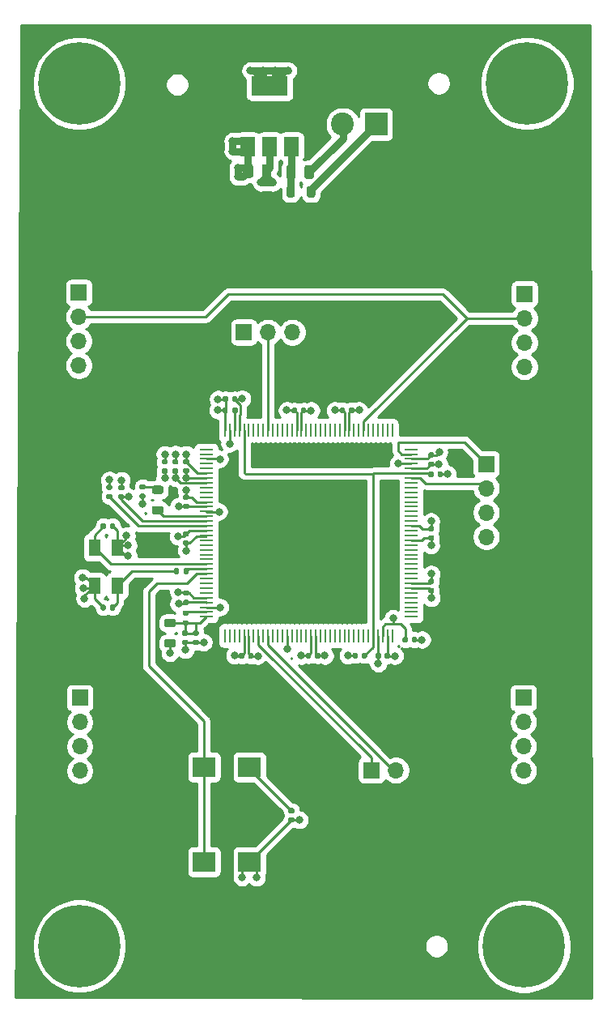
<source format=gbr>
%TF.GenerationSoftware,KiCad,Pcbnew,(5.1.10)-1*%
%TF.CreationDate,2021-11-07T19:26:15-08:00*%
%TF.ProjectId,stm32_pcb,73746d33-325f-4706-9362-2e6b69636164,rev?*%
%TF.SameCoordinates,Original*%
%TF.FileFunction,Copper,L1,Top*%
%TF.FilePolarity,Positive*%
%FSLAX46Y46*%
G04 Gerber Fmt 4.6, Leading zero omitted, Abs format (unit mm)*
G04 Created by KiCad (PCBNEW (5.1.10)-1) date 2021-11-07 19:26:15*
%MOMM*%
%LPD*%
G01*
G04 APERTURE LIST*
%TA.AperFunction,SMDPad,CuDef*%
%ADD10R,2.362200X2.108200*%
%TD*%
%TA.AperFunction,SMDPad,CuDef*%
%ADD11R,1.200000X1.800000*%
%TD*%
%TA.AperFunction,SMDPad,CuDef*%
%ADD12R,1.500000X2.000000*%
%TD*%
%TA.AperFunction,SMDPad,CuDef*%
%ADD13R,3.800000X2.000000*%
%TD*%
%TA.AperFunction,SMDPad,CuDef*%
%ADD14R,0.228600X1.473200*%
%TD*%
%TA.AperFunction,SMDPad,CuDef*%
%ADD15R,1.473200X0.228600*%
%TD*%
%TA.AperFunction,ComponentPad*%
%ADD16O,1.700000X1.700000*%
%TD*%
%TA.AperFunction,ComponentPad*%
%ADD17R,1.700000X1.700000*%
%TD*%
%TA.AperFunction,ComponentPad*%
%ADD18C,2.400000*%
%TD*%
%TA.AperFunction,ComponentPad*%
%ADD19R,2.400000X2.400000*%
%TD*%
%TA.AperFunction,ComponentPad*%
%ADD20C,0.900000*%
%TD*%
%TA.AperFunction,ComponentPad*%
%ADD21C,8.600000*%
%TD*%
%TA.AperFunction,ViaPad*%
%ADD22C,0.800000*%
%TD*%
%TA.AperFunction,Conductor*%
%ADD23C,0.250000*%
%TD*%
%TA.AperFunction,Conductor*%
%ADD24C,0.750000*%
%TD*%
%TA.AperFunction,NonConductor*%
%ADD25C,0.254000*%
%TD*%
%TA.AperFunction,NonConductor*%
%ADD26C,0.100000*%
%TD*%
G04 APERTURE END LIST*
%TO.P,R1,2*%
%TO.N,Net-(C3-Pad1)*%
%TA.AperFunction,SMDPad,CuDef*%
G36*
G01*
X150400000Y-96535000D02*
X150400000Y-96905000D01*
G75*
G02*
X150265000Y-97040000I-135000J0D01*
G01*
X149995000Y-97040000D01*
G75*
G02*
X149860000Y-96905000I0J135000D01*
G01*
X149860000Y-96535000D01*
G75*
G02*
X149995000Y-96400000I135000J0D01*
G01*
X150265000Y-96400000D01*
G75*
G02*
X150400000Y-96535000I0J-135000D01*
G01*
G37*
%TD.AperFunction*%
%TO.P,R1,1*%
%TO.N,HSE_OUT*%
%TA.AperFunction,SMDPad,CuDef*%
G36*
G01*
X151420000Y-96535000D02*
X151420000Y-96905000D01*
G75*
G02*
X151285000Y-97040000I-135000J0D01*
G01*
X151015000Y-97040000D01*
G75*
G02*
X150880000Y-96905000I0J135000D01*
G01*
X150880000Y-96535000D01*
G75*
G02*
X151015000Y-96400000I135000J0D01*
G01*
X151285000Y-96400000D01*
G75*
G02*
X151420000Y-96535000I0J-135000D01*
G01*
G37*
%TD.AperFunction*%
%TD*%
D10*
%TO.P,SW2,4*%
%TO.N,NRST*%
X153000000Y-117190000D03*
%TO.P,SW2,3*%
%TO.N,Net-(C17-Pad1)*%
X157750004Y-117190000D03*
%TO.P,SW2,2*%
%TO.N,GND*%
X157750004Y-127090000D03*
%TO.P,SW2,1*%
%TO.N,NRST*%
X153000000Y-127090000D03*
%TD*%
D11*
%TO.P,Y1,4*%
%TO.N,GND*%
X143928000Y-94250000D03*
%TO.P,Y1,3*%
%TO.N,Net-(C3-Pad1)*%
X143928000Y-98250000D03*
%TO.P,Y1,2*%
%TO.N,GND*%
X141528000Y-98250000D03*
%TO.P,Y1,1*%
%TO.N,HSE_IN*%
X141528000Y-94250000D03*
%TD*%
%TO.P,C28,2*%
%TO.N,GND*%
%TA.AperFunction,SMDPad,CuDef*%
G36*
G01*
X144520000Y-88270000D02*
X144180000Y-88270000D01*
G75*
G02*
X144040000Y-88130000I0J140000D01*
G01*
X144040000Y-87850000D01*
G75*
G02*
X144180000Y-87710000I140000J0D01*
G01*
X144520000Y-87710000D01*
G75*
G02*
X144660000Y-87850000I0J-140000D01*
G01*
X144660000Y-88130000D01*
G75*
G02*
X144520000Y-88270000I-140000J0D01*
G01*
G37*
%TD.AperFunction*%
%TO.P,C28,1*%
%TO.N,+3V3*%
%TA.AperFunction,SMDPad,CuDef*%
G36*
G01*
X144520000Y-89230000D02*
X144180000Y-89230000D01*
G75*
G02*
X144040000Y-89090000I0J140000D01*
G01*
X144040000Y-88810000D01*
G75*
G02*
X144180000Y-88670000I140000J0D01*
G01*
X144520000Y-88670000D01*
G75*
G02*
X144660000Y-88810000I0J-140000D01*
G01*
X144660000Y-89090000D01*
G75*
G02*
X144520000Y-89230000I-140000J0D01*
G01*
G37*
%TD.AperFunction*%
%TD*%
D12*
%TO.P,U2,1*%
%TO.N,GND*%
X157570000Y-52330000D03*
%TO.P,U2,3*%
%TO.N,Net-(C21-Pad2)*%
X162170000Y-52330000D03*
%TO.P,U2,2*%
%TO.N,+3V3*%
X159870000Y-52330000D03*
D13*
X159870000Y-46030000D03*
%TD*%
D14*
%TO.P,U1,144*%
%TO.N,+3V3*%
X155190000Y-82011200D03*
%TO.P,U1,143*%
%TO.N,Net-(C20-Pad1)*%
X155689999Y-82011200D03*
%TO.P,U1,142*%
%TO.N,Net-(R2-Pad1)*%
X156190000Y-82011200D03*
%TO.P,U1,141*%
%TO.N,GND*%
X156689999Y-82011200D03*
%TO.P,U1,140*%
%TO.N,Net-(C23-Pad1)*%
X157190001Y-82011200D03*
%TO.P,U1,139*%
%TO.N,N/C*%
X157690000Y-82011200D03*
%TO.P,U1,138*%
X158189999Y-82011200D03*
%TO.P,U1,137*%
X158690000Y-82011200D03*
%TO.P,U1,136*%
X159189999Y-82011200D03*
%TO.P,U1,135*%
%TO.N,BOOT0*%
X159690001Y-82011200D03*
%TO.P,U1,134*%
%TO.N,N/C*%
X160190000Y-82011200D03*
%TO.P,U1,133*%
X160689999Y-82011200D03*
%TO.P,U1,132*%
X161190000Y-82011200D03*
%TO.P,U1,131*%
X161689999Y-82011200D03*
%TO.P,U1,130*%
X162190001Y-82011200D03*
%TO.P,U1,129*%
%TO.N,+3V3*%
X162690000Y-82011200D03*
%TO.P,U1,128*%
%TO.N,GND*%
X163189999Y-82011200D03*
%TO.P,U1,127*%
%TO.N,N/C*%
X163690000Y-82011200D03*
%TO.P,U1,126*%
X164190000Y-82011200D03*
%TO.P,U1,125*%
X164690001Y-82011200D03*
%TO.P,U1,124*%
X165190000Y-82011200D03*
%TO.P,U1,123*%
X165689999Y-82011200D03*
%TO.P,U1,122*%
X166190001Y-82011200D03*
%TO.P,U1,121*%
X166690000Y-82011200D03*
%TO.P,U1,120*%
X167190001Y-82011200D03*
%TO.P,U1,119*%
%TO.N,+3V3*%
X167690000Y-82011200D03*
%TO.P,U1,118*%
%TO.N,GND*%
X168189999Y-82011200D03*
%TO.P,U1,117*%
%TO.N,N/C*%
X168690001Y-82011200D03*
%TO.P,U1,116*%
X169190000Y-82011200D03*
%TO.P,U1,115*%
%TO.N,DFSDM_CLK*%
X169690001Y-82011200D03*
%TO.P,U1,114*%
%TO.N,N/C*%
X170190000Y-82011200D03*
%TO.P,U1,113*%
X170689999Y-82011200D03*
%TO.P,U1,112*%
X171190001Y-82011200D03*
%TO.P,U1,111*%
X171690000Y-82011200D03*
%TO.P,U1,110*%
X172190001Y-82011200D03*
%TO.P,U1,109*%
X172690000Y-82011200D03*
D15*
%TO.P,U1,108*%
X174658800Y-83980000D03*
%TO.P,U1,107*%
%TO.N,SWCLK*%
X174658800Y-84479999D03*
%TO.P,U1,106*%
%TO.N,+3V3*%
X174658800Y-84980000D03*
%TO.P,U1,105*%
%TO.N,Net-(C20-Pad1)*%
X174658800Y-85479999D03*
%TO.P,U1,104*%
%TO.N,GND*%
X174658800Y-85980001D03*
%TO.P,U1,103*%
%TO.N,Net-(C23-Pad1)*%
X174658800Y-86480000D03*
%TO.P,U1,102*%
%TO.N,SWDIO*%
X174658800Y-86979999D03*
%TO.P,U1,101*%
%TO.N,N/C*%
X174658800Y-87480000D03*
%TO.P,U1,100*%
X174658800Y-87979999D03*
%TO.P,U1,99*%
X174658800Y-88480001D03*
%TO.P,U1,98*%
X174658800Y-88980000D03*
%TO.P,U1,97*%
X174658800Y-89479999D03*
%TO.P,U1,96*%
X174658800Y-89980000D03*
%TO.P,U1,95*%
X174658800Y-90479999D03*
%TO.P,U1,94*%
X174658800Y-90980001D03*
%TO.P,U1,93*%
X174658800Y-91480000D03*
%TO.P,U1,92*%
%TO.N,+3V3*%
X174658800Y-91979999D03*
%TO.P,U1,91*%
%TO.N,N/C*%
X174658800Y-92480000D03*
%TO.P,U1,90*%
X174658800Y-92980000D03*
%TO.P,U1,89*%
%TO.N,GND*%
X174658800Y-93480001D03*
%TO.P,U1,88*%
%TO.N,N/C*%
X174658800Y-93980000D03*
%TO.P,U1,87*%
X174658800Y-94479999D03*
%TO.P,U1,86*%
X174658800Y-94980001D03*
%TO.P,U1,85*%
X174658800Y-95480000D03*
%TO.P,U1,84*%
X174658800Y-95980001D03*
%TO.P,U1,83*%
X174658800Y-96480000D03*
%TO.P,U1,82*%
X174658800Y-96979999D03*
%TO.P,U1,81*%
X174658800Y-97480001D03*
%TO.P,U1,80*%
%TO.N,GND*%
X174658800Y-97980000D03*
%TO.P,U1,79*%
%TO.N,+3V3*%
X174658800Y-98480001D03*
%TO.P,U1,78*%
%TO.N,N/C*%
X174658800Y-98980000D03*
%TO.P,U1,77*%
X174658800Y-99479999D03*
%TO.P,U1,76*%
X174658800Y-99980001D03*
%TO.P,U1,75*%
X174658800Y-100480000D03*
%TO.P,U1,74*%
X174658800Y-100980001D03*
%TO.P,U1,73*%
X174658800Y-101480000D03*
D14*
%TO.P,U1,72*%
X172690000Y-103448800D03*
%TO.P,U1,71*%
%TO.N,+3V3*%
X172190001Y-103448800D03*
%TO.P,U1,70*%
%TO.N,Net-(C20-Pad1)*%
X171690000Y-103448800D03*
%TO.P,U1,69*%
%TO.N,GND*%
X171190001Y-103448800D03*
%TO.P,U1,68*%
%TO.N,Net-(C23-Pad1)*%
X170689999Y-103448800D03*
%TO.P,U1,67*%
%TO.N,N/C*%
X170190000Y-103448800D03*
%TO.P,U1,66*%
X169690001Y-103448800D03*
%TO.P,U1,65*%
X169190000Y-103448800D03*
%TO.P,U1,64*%
X168690001Y-103448800D03*
%TO.P,U1,63*%
X168189999Y-103448800D03*
%TO.P,U1,62*%
X167690000Y-103448800D03*
%TO.P,U1,61*%
X167190001Y-103448800D03*
%TO.P,U1,60*%
X166690000Y-103448800D03*
%TO.P,U1,59*%
X166190001Y-103448800D03*
%TO.P,U1,58*%
X165689999Y-103448800D03*
%TO.P,U1,57*%
X165190000Y-103448800D03*
%TO.P,U1,56*%
%TO.N,+3V3*%
X164690001Y-103448800D03*
%TO.P,U1,55*%
%TO.N,GND*%
X164190000Y-103448800D03*
%TO.P,U1,54*%
%TO.N,N/C*%
X163690000Y-103448800D03*
%TO.P,U1,53*%
X163189999Y-103448800D03*
%TO.P,U1,52*%
X162690000Y-103448800D03*
%TO.P,U1,51*%
X162190001Y-103448800D03*
%TO.P,U1,50*%
%TO.N,DFSDM_BOT_DIN*%
X161689999Y-103448800D03*
%TO.P,U1,49*%
%TO.N,N/C*%
X161190000Y-103448800D03*
%TO.P,U1,48*%
X160689999Y-103448800D03*
%TO.P,U1,47*%
X160190000Y-103448800D03*
%TO.P,U1,46*%
%TO.N,SPI_MOSI*%
X159690001Y-103448800D03*
%TO.P,U1,45*%
%TO.N,N/C*%
X159189999Y-103448800D03*
%TO.P,U1,44*%
%TO.N,SPI_CLK*%
X158690000Y-103448800D03*
%TO.P,U1,43*%
%TO.N,N/C*%
X158189999Y-103448800D03*
%TO.P,U1,42*%
%TO.N,+3V3*%
X157690000Y-103448800D03*
%TO.P,U1,41*%
%TO.N,GND*%
X157190001Y-103448800D03*
%TO.P,U1,40*%
%TO.N,N/C*%
X156689999Y-103448800D03*
%TO.P,U1,39*%
X156190000Y-103448800D03*
%TO.P,U1,38*%
X155689999Y-103448800D03*
%TO.P,U1,37*%
X155190000Y-103448800D03*
D15*
%TO.P,U1,36*%
%TO.N,VDDA*%
X153221200Y-101480000D03*
%TO.P,U1,35*%
%TO.N,Net-(R3-Pad1)*%
X153221200Y-100979999D03*
%TO.P,U1,34*%
%TO.N,GND*%
X153221200Y-100480000D03*
%TO.P,U1,33*%
X153221200Y-99980001D03*
%TO.P,U1,32*%
%TO.N,+3V3*%
X153221200Y-99479999D03*
%TO.P,U1,31*%
%TO.N,N/C*%
X153221200Y-98980000D03*
%TO.P,U1,30*%
X153221200Y-98479999D03*
%TO.P,U1,29*%
X153221200Y-97980000D03*
%TO.P,U1,28*%
X153221200Y-97480001D03*
%TO.P,U1,27*%
%TO.N,NRST*%
X153221200Y-96979999D03*
%TO.P,U1,26*%
%TO.N,HSE_OUT*%
X153221200Y-96480000D03*
%TO.P,U1,25*%
%TO.N,HSE_IN*%
X153221200Y-95979999D03*
%TO.P,U1,24*%
%TO.N,N/C*%
X153221200Y-95480000D03*
%TO.P,U1,23*%
X153221200Y-94980001D03*
%TO.P,U1,22*%
X153221200Y-94479999D03*
%TO.P,U1,21*%
X153221200Y-93980000D03*
%TO.P,U1,20*%
X153221200Y-93479998D03*
%TO.P,U1,19*%
%TO.N,+3V3*%
X153221200Y-92980000D03*
%TO.P,U1,18*%
%TO.N,GND*%
X153221200Y-92480000D03*
%TO.P,U1,17*%
%TO.N,Net-(C24-Pad1)*%
X153221200Y-91979999D03*
%TO.P,U1,16*%
%TO.N,+3V3*%
X153221200Y-91480000D03*
%TO.P,U1,15*%
%TO.N,Net-(L1-Pad1)*%
X153221200Y-90980001D03*
%TO.P,U1,14*%
%TO.N,GND*%
X153221200Y-90479999D03*
%TO.P,U1,13*%
%TO.N,+3V3*%
X153221200Y-89980000D03*
%TO.P,U1,12*%
%TO.N,GND*%
X153221200Y-89479999D03*
%TO.P,U1,11*%
%TO.N,N/C*%
X153221200Y-88980000D03*
%TO.P,U1,10*%
X153221200Y-88480001D03*
%TO.P,U1,9*%
X153221200Y-87979999D03*
%TO.P,U1,8*%
%TO.N,+3V3*%
X153221200Y-87480000D03*
%TO.P,U1,7*%
X153221200Y-86979999D03*
%TO.P,U1,6*%
%TO.N,GND*%
X153221200Y-86480000D03*
%TO.P,U1,5*%
%TO.N,N/C*%
X153221200Y-85980001D03*
%TO.P,U1,4*%
X153221200Y-85479999D03*
%TO.P,U1,3*%
%TO.N,DFSDM_TOP_DIN*%
X153221200Y-84980000D03*
%TO.P,U1,2*%
%TO.N,N/C*%
X153221200Y-84479999D03*
%TO.P,U1,1*%
X153221200Y-83980000D03*
%TD*%
%TO.P,R3,2*%
%TO.N,VDDA*%
%TA.AperFunction,SMDPad,CuDef*%
G36*
G01*
X150895000Y-101840000D02*
X151265000Y-101840000D01*
G75*
G02*
X151400000Y-101975000I0J-135000D01*
G01*
X151400000Y-102245000D01*
G75*
G02*
X151265000Y-102380000I-135000J0D01*
G01*
X150895000Y-102380000D01*
G75*
G02*
X150760000Y-102245000I0J135000D01*
G01*
X150760000Y-101975000D01*
G75*
G02*
X150895000Y-101840000I135000J0D01*
G01*
G37*
%TD.AperFunction*%
%TO.P,R3,1*%
%TO.N,Net-(R3-Pad1)*%
%TA.AperFunction,SMDPad,CuDef*%
G36*
G01*
X150895000Y-100820000D02*
X151265000Y-100820000D01*
G75*
G02*
X151400000Y-100955000I0J-135000D01*
G01*
X151400000Y-101225000D01*
G75*
G02*
X151265000Y-101360000I-135000J0D01*
G01*
X150895000Y-101360000D01*
G75*
G02*
X150760000Y-101225000I0J135000D01*
G01*
X150760000Y-100955000D01*
G75*
G02*
X150895000Y-100820000I135000J0D01*
G01*
G37*
%TD.AperFunction*%
%TD*%
%TO.P,R2,2*%
%TO.N,+3V3*%
%TA.AperFunction,SMDPad,CuDef*%
G36*
G01*
X155490000Y-79715000D02*
X155490000Y-80085000D01*
G75*
G02*
X155355000Y-80220000I-135000J0D01*
G01*
X155085000Y-80220000D01*
G75*
G02*
X154950000Y-80085000I0J135000D01*
G01*
X154950000Y-79715000D01*
G75*
G02*
X155085000Y-79580000I135000J0D01*
G01*
X155355000Y-79580000D01*
G75*
G02*
X155490000Y-79715000I0J-135000D01*
G01*
G37*
%TD.AperFunction*%
%TO.P,R2,1*%
%TO.N,Net-(R2-Pad1)*%
%TA.AperFunction,SMDPad,CuDef*%
G36*
G01*
X156510000Y-79715000D02*
X156510000Y-80085000D01*
G75*
G02*
X156375000Y-80220000I-135000J0D01*
G01*
X156105000Y-80220000D01*
G75*
G02*
X155970000Y-80085000I0J135000D01*
G01*
X155970000Y-79715000D01*
G75*
G02*
X156105000Y-79580000I135000J0D01*
G01*
X156375000Y-79580000D01*
G75*
G02*
X156510000Y-79715000I0J-135000D01*
G01*
G37*
%TD.AperFunction*%
%TD*%
%TO.P,L1,2*%
%TO.N,Net-(C27-Pad1)*%
%TA.AperFunction,SMDPad,CuDef*%
G36*
G01*
X148531250Y-88652500D02*
X147768750Y-88652500D01*
G75*
G02*
X147550000Y-88433750I0J218750D01*
G01*
X147550000Y-87996250D01*
G75*
G02*
X147768750Y-87777500I218750J0D01*
G01*
X148531250Y-87777500D01*
G75*
G02*
X148750000Y-87996250I0J-218750D01*
G01*
X148750000Y-88433750D01*
G75*
G02*
X148531250Y-88652500I-218750J0D01*
G01*
G37*
%TD.AperFunction*%
%TO.P,L1,1*%
%TO.N,Net-(L1-Pad1)*%
%TA.AperFunction,SMDPad,CuDef*%
G36*
G01*
X148531250Y-90777500D02*
X147768750Y-90777500D01*
G75*
G02*
X147550000Y-90558750I0J218750D01*
G01*
X147550000Y-90121250D01*
G75*
G02*
X147768750Y-89902500I218750J0D01*
G01*
X148531250Y-89902500D01*
G75*
G02*
X148750000Y-90121250I0J-218750D01*
G01*
X148750000Y-90558750D01*
G75*
G02*
X148531250Y-90777500I-218750J0D01*
G01*
G37*
%TD.AperFunction*%
%TD*%
D16*
%TO.P,J7,4*%
%TO.N,GND*%
X182530000Y-93120000D03*
%TO.P,J7,3*%
%TO.N,+3V3*%
X182530000Y-90580000D03*
%TO.P,J7,2*%
%TO.N,SWDIO*%
X182530000Y-88040000D03*
D17*
%TO.P,J7,1*%
%TO.N,SWCLK*%
X182530000Y-85500000D03*
%TD*%
D16*
%TO.P,J6,4*%
%TO.N,GND*%
X186520000Y-75360000D03*
%TO.P,J6,3*%
%TO.N,+3V3*%
X186520000Y-72820000D03*
%TO.P,J6,2*%
%TO.N,DFSDM_CLK*%
X186520000Y-70280000D03*
D17*
%TO.P,J6,1*%
%TO.N,DFSDM_TOP_DIN*%
X186520000Y-67740000D03*
%TD*%
D16*
%TO.P,J5,4*%
%TO.N,GND*%
X140010000Y-117580000D03*
%TO.P,J5,3*%
%TO.N,+3V3*%
X140010000Y-115040000D03*
%TO.P,J5,2*%
%TO.N,DFSDM_CLK*%
X140010000Y-112500000D03*
D17*
%TO.P,J5,1*%
%TO.N,DFSDM_BOT_DIN*%
X140010000Y-109960000D03*
%TD*%
D18*
%TO.P,J4,2*%
%TO.N,GND*%
X167500000Y-50000000D03*
D19*
%TO.P,J4,1*%
%TO.N,VCC*%
X171000000Y-50000000D03*
%TD*%
D16*
%TO.P,J3,2*%
%TO.N,SPI_MOSI*%
X173060000Y-117520000D03*
D17*
%TO.P,J3,1*%
%TO.N,SPI_CLK*%
X170520000Y-117520000D03*
%TD*%
D16*
%TO.P,J2,4*%
%TO.N,GND*%
X139900000Y-75210000D03*
%TO.P,J2,3*%
%TO.N,+3V3*%
X139900000Y-72670000D03*
%TO.P,J2,2*%
%TO.N,DFSDM_CLK*%
X139900000Y-70130000D03*
D17*
%TO.P,J2,1*%
%TO.N,DFSDM_TOP_DIN*%
X139900000Y-67590000D03*
%TD*%
D16*
%TO.P,J1,4*%
%TO.N,GND*%
X186420000Y-117570000D03*
%TO.P,J1,3*%
%TO.N,+3V3*%
X186420000Y-115030000D03*
%TO.P,J1,2*%
%TO.N,DFSDM_CLK*%
X186420000Y-112490000D03*
D17*
%TO.P,J1,1*%
%TO.N,DFSDM_BOT_DIN*%
X186420000Y-109950000D03*
%TD*%
D20*
%TO.P,H4,1*%
%TO.N,N/C*%
X142220419Y-43469581D03*
X139940000Y-42525000D03*
X137659581Y-43469581D03*
X136715000Y-45750000D03*
X137659581Y-48030419D03*
X139940000Y-48975000D03*
X142220419Y-48030419D03*
X143165000Y-45750000D03*
D21*
X139940000Y-45750000D03*
%TD*%
D20*
%TO.P,H3,1*%
%TO.N,N/C*%
X142250419Y-133599581D03*
X139970000Y-132655000D03*
X137689581Y-133599581D03*
X136745000Y-135880000D03*
X137689581Y-138160419D03*
X139970000Y-139105000D03*
X142250419Y-138160419D03*
X143195000Y-135880000D03*
D21*
X139970000Y-135880000D03*
%TD*%
D20*
%TO.P,H2,1*%
%TO.N,N/C*%
X189080419Y-43459581D03*
X186800000Y-42515000D03*
X184519581Y-43459581D03*
X183575000Y-45740000D03*
X184519581Y-48020419D03*
X186800000Y-48965000D03*
X189080419Y-48020419D03*
X190025000Y-45740000D03*
D21*
X186800000Y-45740000D03*
%TD*%
D20*
%TO.P,H1,1*%
%TO.N,N/C*%
X188760419Y-133659581D03*
X186480000Y-132715000D03*
X184199581Y-133659581D03*
X183255000Y-135940000D03*
X184199581Y-138220419D03*
X186480000Y-139165000D03*
X188760419Y-138220419D03*
X189705000Y-135940000D03*
D21*
X186480000Y-135940000D03*
%TD*%
%TO.P,FB2,2*%
%TO.N,VCC*%
%TA.AperFunction,SMDPad,CuDef*%
G36*
G01*
X163762500Y-57441250D02*
X163762500Y-56678750D01*
G75*
G02*
X163981250Y-56460000I218750J0D01*
G01*
X164418750Y-56460000D01*
G75*
G02*
X164637500Y-56678750I0J-218750D01*
G01*
X164637500Y-57441250D01*
G75*
G02*
X164418750Y-57660000I-218750J0D01*
G01*
X163981250Y-57660000D01*
G75*
G02*
X163762500Y-57441250I0J218750D01*
G01*
G37*
%TD.AperFunction*%
%TO.P,FB2,1*%
%TO.N,Net-(C21-Pad2)*%
%TA.AperFunction,SMDPad,CuDef*%
G36*
G01*
X161637500Y-57441250D02*
X161637500Y-56678750D01*
G75*
G02*
X161856250Y-56460000I218750J0D01*
G01*
X162293750Y-56460000D01*
G75*
G02*
X162512500Y-56678750I0J-218750D01*
G01*
X162512500Y-57441250D01*
G75*
G02*
X162293750Y-57660000I-218750J0D01*
G01*
X161856250Y-57660000D01*
G75*
G02*
X161637500Y-57441250I0J218750D01*
G01*
G37*
%TD.AperFunction*%
%TD*%
%TO.P,FB1,2*%
%TO.N,+3V3*%
%TA.AperFunction,SMDPad,CuDef*%
G36*
G01*
X149048750Y-103825000D02*
X149811250Y-103825000D01*
G75*
G02*
X150030000Y-104043750I0J-218750D01*
G01*
X150030000Y-104481250D01*
G75*
G02*
X149811250Y-104700000I-218750J0D01*
G01*
X149048750Y-104700000D01*
G75*
G02*
X148830000Y-104481250I0J218750D01*
G01*
X148830000Y-104043750D01*
G75*
G02*
X149048750Y-103825000I218750J0D01*
G01*
G37*
%TD.AperFunction*%
%TO.P,FB1,1*%
%TO.N,VDDA*%
%TA.AperFunction,SMDPad,CuDef*%
G36*
G01*
X149048750Y-101700000D02*
X149811250Y-101700000D01*
G75*
G02*
X150030000Y-101918750I0J-218750D01*
G01*
X150030000Y-102356250D01*
G75*
G02*
X149811250Y-102575000I-218750J0D01*
G01*
X149048750Y-102575000D01*
G75*
G02*
X148830000Y-102356250I0J218750D01*
G01*
X148830000Y-101918750D01*
G75*
G02*
X149048750Y-101700000I218750J0D01*
G01*
G37*
%TD.AperFunction*%
%TD*%
%TO.P,C27,2*%
%TO.N,GND*%
%TA.AperFunction,SMDPad,CuDef*%
G36*
G01*
X146400000Y-88600000D02*
X146740000Y-88600000D01*
G75*
G02*
X146880000Y-88740000I0J-140000D01*
G01*
X146880000Y-89020000D01*
G75*
G02*
X146740000Y-89160000I-140000J0D01*
G01*
X146400000Y-89160000D01*
G75*
G02*
X146260000Y-89020000I0J140000D01*
G01*
X146260000Y-88740000D01*
G75*
G02*
X146400000Y-88600000I140000J0D01*
G01*
G37*
%TD.AperFunction*%
%TO.P,C27,1*%
%TO.N,Net-(C27-Pad1)*%
%TA.AperFunction,SMDPad,CuDef*%
G36*
G01*
X146400000Y-87640000D02*
X146740000Y-87640000D01*
G75*
G02*
X146880000Y-87780000I0J-140000D01*
G01*
X146880000Y-88060000D01*
G75*
G02*
X146740000Y-88200000I-140000J0D01*
G01*
X146400000Y-88200000D01*
G75*
G02*
X146260000Y-88060000I0J140000D01*
G01*
X146260000Y-87780000D01*
G75*
G02*
X146400000Y-87640000I140000J0D01*
G01*
G37*
%TD.AperFunction*%
%TD*%
%TO.P,C26,2*%
%TO.N,GND*%
%TA.AperFunction,SMDPad,CuDef*%
G36*
G01*
X177430000Y-86750000D02*
X177430000Y-86410000D01*
G75*
G02*
X177570000Y-86270000I140000J0D01*
G01*
X177850000Y-86270000D01*
G75*
G02*
X177990000Y-86410000I0J-140000D01*
G01*
X177990000Y-86750000D01*
G75*
G02*
X177850000Y-86890000I-140000J0D01*
G01*
X177570000Y-86890000D01*
G75*
G02*
X177430000Y-86750000I0J140000D01*
G01*
G37*
%TD.AperFunction*%
%TO.P,C26,1*%
%TO.N,Net-(C23-Pad1)*%
%TA.AperFunction,SMDPad,CuDef*%
G36*
G01*
X176470000Y-86750000D02*
X176470000Y-86410000D01*
G75*
G02*
X176610000Y-86270000I140000J0D01*
G01*
X176890000Y-86270000D01*
G75*
G02*
X177030000Y-86410000I0J-140000D01*
G01*
X177030000Y-86750000D01*
G75*
G02*
X176890000Y-86890000I-140000J0D01*
G01*
X176610000Y-86890000D01*
G75*
G02*
X176470000Y-86750000I0J140000D01*
G01*
G37*
%TD.AperFunction*%
%TD*%
%TO.P,C25,2*%
%TO.N,GND*%
%TA.AperFunction,SMDPad,CuDef*%
G36*
G01*
X150180000Y-85570000D02*
X149840000Y-85570000D01*
G75*
G02*
X149700000Y-85430000I0J140000D01*
G01*
X149700000Y-85150000D01*
G75*
G02*
X149840000Y-85010000I140000J0D01*
G01*
X150180000Y-85010000D01*
G75*
G02*
X150320000Y-85150000I0J-140000D01*
G01*
X150320000Y-85430000D01*
G75*
G02*
X150180000Y-85570000I-140000J0D01*
G01*
G37*
%TD.AperFunction*%
%TO.P,C25,1*%
%TO.N,+3V3*%
%TA.AperFunction,SMDPad,CuDef*%
G36*
G01*
X150180000Y-86530000D02*
X149840000Y-86530000D01*
G75*
G02*
X149700000Y-86390000I0J140000D01*
G01*
X149700000Y-86110000D01*
G75*
G02*
X149840000Y-85970000I140000J0D01*
G01*
X150180000Y-85970000D01*
G75*
G02*
X150320000Y-86110000I0J-140000D01*
G01*
X150320000Y-86390000D01*
G75*
G02*
X150180000Y-86530000I-140000J0D01*
G01*
G37*
%TD.AperFunction*%
%TD*%
%TO.P,C24,2*%
%TO.N,GND*%
%TA.AperFunction,SMDPad,CuDef*%
G36*
G01*
X143270000Y-88230000D02*
X142930000Y-88230000D01*
G75*
G02*
X142790000Y-88090000I0J140000D01*
G01*
X142790000Y-87810000D01*
G75*
G02*
X142930000Y-87670000I140000J0D01*
G01*
X143270000Y-87670000D01*
G75*
G02*
X143410000Y-87810000I0J-140000D01*
G01*
X143410000Y-88090000D01*
G75*
G02*
X143270000Y-88230000I-140000J0D01*
G01*
G37*
%TD.AperFunction*%
%TO.P,C24,1*%
%TO.N,Net-(C24-Pad1)*%
%TA.AperFunction,SMDPad,CuDef*%
G36*
G01*
X143270000Y-89190000D02*
X142930000Y-89190000D01*
G75*
G02*
X142790000Y-89050000I0J140000D01*
G01*
X142790000Y-88770000D01*
G75*
G02*
X142930000Y-88630000I140000J0D01*
G01*
X143270000Y-88630000D01*
G75*
G02*
X143410000Y-88770000I0J-140000D01*
G01*
X143410000Y-89050000D01*
G75*
G02*
X143270000Y-89190000I-140000J0D01*
G01*
G37*
%TD.AperFunction*%
%TD*%
%TO.P,C23,2*%
%TO.N,GND*%
%TA.AperFunction,SMDPad,CuDef*%
G36*
G01*
X169100000Y-105370000D02*
X169100000Y-105710000D01*
G75*
G02*
X168960000Y-105850000I-140000J0D01*
G01*
X168680000Y-105850000D01*
G75*
G02*
X168540000Y-105710000I0J140000D01*
G01*
X168540000Y-105370000D01*
G75*
G02*
X168680000Y-105230000I140000J0D01*
G01*
X168960000Y-105230000D01*
G75*
G02*
X169100000Y-105370000I0J-140000D01*
G01*
G37*
%TD.AperFunction*%
%TO.P,C23,1*%
%TO.N,Net-(C23-Pad1)*%
%TA.AperFunction,SMDPad,CuDef*%
G36*
G01*
X170060000Y-105370000D02*
X170060000Y-105710000D01*
G75*
G02*
X169920000Y-105850000I-140000J0D01*
G01*
X169640000Y-105850000D01*
G75*
G02*
X169500000Y-105710000I0J140000D01*
G01*
X169500000Y-105370000D01*
G75*
G02*
X169640000Y-105230000I140000J0D01*
G01*
X169920000Y-105230000D01*
G75*
G02*
X170060000Y-105370000I0J-140000D01*
G01*
G37*
%TD.AperFunction*%
%TD*%
%TO.P,C22,2*%
%TO.N,GND*%
%TA.AperFunction,SMDPad,CuDef*%
G36*
G01*
X158150000Y-54425000D02*
X158150000Y-55375000D01*
G75*
G02*
X157900000Y-55625000I-250000J0D01*
G01*
X157400000Y-55625000D01*
G75*
G02*
X157150000Y-55375000I0J250000D01*
G01*
X157150000Y-54425000D01*
G75*
G02*
X157400000Y-54175000I250000J0D01*
G01*
X157900000Y-54175000D01*
G75*
G02*
X158150000Y-54425000I0J-250000D01*
G01*
G37*
%TD.AperFunction*%
%TO.P,C22,1*%
%TO.N,+3V3*%
%TA.AperFunction,SMDPad,CuDef*%
G36*
G01*
X160050000Y-54425000D02*
X160050000Y-55375000D01*
G75*
G02*
X159800000Y-55625000I-250000J0D01*
G01*
X159300000Y-55625000D01*
G75*
G02*
X159050000Y-55375000I0J250000D01*
G01*
X159050000Y-54425000D01*
G75*
G02*
X159300000Y-54175000I250000J0D01*
G01*
X159800000Y-54175000D01*
G75*
G02*
X160050000Y-54425000I0J-250000D01*
G01*
G37*
%TD.AperFunction*%
%TD*%
%TO.P,C21,2*%
%TO.N,Net-(C21-Pad2)*%
%TA.AperFunction,SMDPad,CuDef*%
G36*
G01*
X162590000Y-54535000D02*
X162590000Y-55485000D01*
G75*
G02*
X162340000Y-55735000I-250000J0D01*
G01*
X161840000Y-55735000D01*
G75*
G02*
X161590000Y-55485000I0J250000D01*
G01*
X161590000Y-54535000D01*
G75*
G02*
X161840000Y-54285000I250000J0D01*
G01*
X162340000Y-54285000D01*
G75*
G02*
X162590000Y-54535000I0J-250000D01*
G01*
G37*
%TD.AperFunction*%
%TO.P,C21,1*%
%TO.N,GND*%
%TA.AperFunction,SMDPad,CuDef*%
G36*
G01*
X164490000Y-54535000D02*
X164490000Y-55485000D01*
G75*
G02*
X164240000Y-55735000I-250000J0D01*
G01*
X163740000Y-55735000D01*
G75*
G02*
X163490000Y-55485000I0J250000D01*
G01*
X163490000Y-54535000D01*
G75*
G02*
X163740000Y-54285000I250000J0D01*
G01*
X164240000Y-54285000D01*
G75*
G02*
X164490000Y-54535000I0J-250000D01*
G01*
G37*
%TD.AperFunction*%
%TD*%
%TO.P,C20,2*%
%TO.N,GND*%
%TA.AperFunction,SMDPad,CuDef*%
G36*
G01*
X174740000Y-104040000D02*
X174740000Y-103700000D01*
G75*
G02*
X174880000Y-103560000I140000J0D01*
G01*
X175160000Y-103560000D01*
G75*
G02*
X175300000Y-103700000I0J-140000D01*
G01*
X175300000Y-104040000D01*
G75*
G02*
X175160000Y-104180000I-140000J0D01*
G01*
X174880000Y-104180000D01*
G75*
G02*
X174740000Y-104040000I0J140000D01*
G01*
G37*
%TD.AperFunction*%
%TO.P,C20,1*%
%TO.N,Net-(C20-Pad1)*%
%TA.AperFunction,SMDPad,CuDef*%
G36*
G01*
X173780000Y-104040000D02*
X173780000Y-103700000D01*
G75*
G02*
X173920000Y-103560000I140000J0D01*
G01*
X174200000Y-103560000D01*
G75*
G02*
X174340000Y-103700000I0J-140000D01*
G01*
X174340000Y-104040000D01*
G75*
G02*
X174200000Y-104180000I-140000J0D01*
G01*
X173920000Y-104180000D01*
G75*
G02*
X173780000Y-104040000I0J140000D01*
G01*
G37*
%TD.AperFunction*%
%TD*%
%TO.P,C19,2*%
%TO.N,GND*%
%TA.AperFunction,SMDPad,CuDef*%
G36*
G01*
X149060000Y-85570000D02*
X148720000Y-85570000D01*
G75*
G02*
X148580000Y-85430000I0J140000D01*
G01*
X148580000Y-85150000D01*
G75*
G02*
X148720000Y-85010000I140000J0D01*
G01*
X149060000Y-85010000D01*
G75*
G02*
X149200000Y-85150000I0J-140000D01*
G01*
X149200000Y-85430000D01*
G75*
G02*
X149060000Y-85570000I-140000J0D01*
G01*
G37*
%TD.AperFunction*%
%TO.P,C19,1*%
%TO.N,+3V3*%
%TA.AperFunction,SMDPad,CuDef*%
G36*
G01*
X149060000Y-86530000D02*
X148720000Y-86530000D01*
G75*
G02*
X148580000Y-86390000I0J140000D01*
G01*
X148580000Y-86110000D01*
G75*
G02*
X148720000Y-85970000I140000J0D01*
G01*
X149060000Y-85970000D01*
G75*
G02*
X149200000Y-86110000I0J-140000D01*
G01*
X149200000Y-86390000D01*
G75*
G02*
X149060000Y-86530000I-140000J0D01*
G01*
G37*
%TD.AperFunction*%
%TD*%
%TO.P,C18,2*%
%TO.N,GND*%
%TA.AperFunction,SMDPad,CuDef*%
G36*
G01*
X155930000Y-78900000D02*
X155930000Y-78560000D01*
G75*
G02*
X156070000Y-78420000I140000J0D01*
G01*
X156350000Y-78420000D01*
G75*
G02*
X156490000Y-78560000I0J-140000D01*
G01*
X156490000Y-78900000D01*
G75*
G02*
X156350000Y-79040000I-140000J0D01*
G01*
X156070000Y-79040000D01*
G75*
G02*
X155930000Y-78900000I0J140000D01*
G01*
G37*
%TD.AperFunction*%
%TO.P,C18,1*%
%TO.N,+3V3*%
%TA.AperFunction,SMDPad,CuDef*%
G36*
G01*
X154970000Y-78900000D02*
X154970000Y-78560000D01*
G75*
G02*
X155110000Y-78420000I140000J0D01*
G01*
X155390000Y-78420000D01*
G75*
G02*
X155530000Y-78560000I0J-140000D01*
G01*
X155530000Y-78900000D01*
G75*
G02*
X155390000Y-79040000I-140000J0D01*
G01*
X155110000Y-79040000D01*
G75*
G02*
X154970000Y-78900000I0J140000D01*
G01*
G37*
%TD.AperFunction*%
%TD*%
%TO.P,C17,2*%
%TO.N,GND*%
%TA.AperFunction,SMDPad,CuDef*%
G36*
G01*
X161970000Y-122430000D02*
X162310000Y-122430000D01*
G75*
G02*
X162450000Y-122570000I0J-140000D01*
G01*
X162450000Y-122850000D01*
G75*
G02*
X162310000Y-122990000I-140000J0D01*
G01*
X161970000Y-122990000D01*
G75*
G02*
X161830000Y-122850000I0J140000D01*
G01*
X161830000Y-122570000D01*
G75*
G02*
X161970000Y-122430000I140000J0D01*
G01*
G37*
%TD.AperFunction*%
%TO.P,C17,1*%
%TO.N,Net-(C17-Pad1)*%
%TA.AperFunction,SMDPad,CuDef*%
G36*
G01*
X161970000Y-121470000D02*
X162310000Y-121470000D01*
G75*
G02*
X162450000Y-121610000I0J-140000D01*
G01*
X162450000Y-121890000D01*
G75*
G02*
X162310000Y-122030000I-140000J0D01*
G01*
X161970000Y-122030000D01*
G75*
G02*
X161830000Y-121890000I0J140000D01*
G01*
X161830000Y-121610000D01*
G75*
G02*
X161970000Y-121470000I140000J0D01*
G01*
G37*
%TD.AperFunction*%
%TD*%
%TO.P,C16,2*%
%TO.N,GND*%
%TA.AperFunction,SMDPad,CuDef*%
G36*
G01*
X163140000Y-80080000D02*
X163140000Y-79740000D01*
G75*
G02*
X163280000Y-79600000I140000J0D01*
G01*
X163560000Y-79600000D01*
G75*
G02*
X163700000Y-79740000I0J-140000D01*
G01*
X163700000Y-80080000D01*
G75*
G02*
X163560000Y-80220000I-140000J0D01*
G01*
X163280000Y-80220000D01*
G75*
G02*
X163140000Y-80080000I0J140000D01*
G01*
G37*
%TD.AperFunction*%
%TO.P,C16,1*%
%TO.N,+3V3*%
%TA.AperFunction,SMDPad,CuDef*%
G36*
G01*
X162180000Y-80080000D02*
X162180000Y-79740000D01*
G75*
G02*
X162320000Y-79600000I140000J0D01*
G01*
X162600000Y-79600000D01*
G75*
G02*
X162740000Y-79740000I0J-140000D01*
G01*
X162740000Y-80080000D01*
G75*
G02*
X162600000Y-80220000I-140000J0D01*
G01*
X162320000Y-80220000D01*
G75*
G02*
X162180000Y-80080000I0J140000D01*
G01*
G37*
%TD.AperFunction*%
%TD*%
%TO.P,C15,2*%
%TO.N,GND*%
%TA.AperFunction,SMDPad,CuDef*%
G36*
G01*
X168160000Y-80070000D02*
X168160000Y-79730000D01*
G75*
G02*
X168300000Y-79590000I140000J0D01*
G01*
X168580000Y-79590000D01*
G75*
G02*
X168720000Y-79730000I0J-140000D01*
G01*
X168720000Y-80070000D01*
G75*
G02*
X168580000Y-80210000I-140000J0D01*
G01*
X168300000Y-80210000D01*
G75*
G02*
X168160000Y-80070000I0J140000D01*
G01*
G37*
%TD.AperFunction*%
%TO.P,C15,1*%
%TO.N,+3V3*%
%TA.AperFunction,SMDPad,CuDef*%
G36*
G01*
X167200000Y-80070000D02*
X167200000Y-79730000D01*
G75*
G02*
X167340000Y-79590000I140000J0D01*
G01*
X167620000Y-79590000D01*
G75*
G02*
X167760000Y-79730000I0J-140000D01*
G01*
X167760000Y-80070000D01*
G75*
G02*
X167620000Y-80210000I-140000J0D01*
G01*
X167340000Y-80210000D01*
G75*
G02*
X167200000Y-80070000I0J140000D01*
G01*
G37*
%TD.AperFunction*%
%TD*%
%TO.P,C14,2*%
%TO.N,GND*%
%TA.AperFunction,SMDPad,CuDef*%
G36*
G01*
X176600000Y-85250000D02*
X176940000Y-85250000D01*
G75*
G02*
X177080000Y-85390000I0J-140000D01*
G01*
X177080000Y-85670000D01*
G75*
G02*
X176940000Y-85810000I-140000J0D01*
G01*
X176600000Y-85810000D01*
G75*
G02*
X176460000Y-85670000I0J140000D01*
G01*
X176460000Y-85390000D01*
G75*
G02*
X176600000Y-85250000I140000J0D01*
G01*
G37*
%TD.AperFunction*%
%TO.P,C14,1*%
%TO.N,+3V3*%
%TA.AperFunction,SMDPad,CuDef*%
G36*
G01*
X176600000Y-84290000D02*
X176940000Y-84290000D01*
G75*
G02*
X177080000Y-84430000I0J-140000D01*
G01*
X177080000Y-84710000D01*
G75*
G02*
X176940000Y-84850000I-140000J0D01*
G01*
X176600000Y-84850000D01*
G75*
G02*
X176460000Y-84710000I0J140000D01*
G01*
X176460000Y-84430000D01*
G75*
G02*
X176600000Y-84290000I140000J0D01*
G01*
G37*
%TD.AperFunction*%
%TD*%
%TO.P,C13,2*%
%TO.N,GND*%
%TA.AperFunction,SMDPad,CuDef*%
G36*
G01*
X176600000Y-92960000D02*
X176940000Y-92960000D01*
G75*
G02*
X177080000Y-93100000I0J-140000D01*
G01*
X177080000Y-93380000D01*
G75*
G02*
X176940000Y-93520000I-140000J0D01*
G01*
X176600000Y-93520000D01*
G75*
G02*
X176460000Y-93380000I0J140000D01*
G01*
X176460000Y-93100000D01*
G75*
G02*
X176600000Y-92960000I140000J0D01*
G01*
G37*
%TD.AperFunction*%
%TO.P,C13,1*%
%TO.N,+3V3*%
%TA.AperFunction,SMDPad,CuDef*%
G36*
G01*
X176600000Y-92000000D02*
X176940000Y-92000000D01*
G75*
G02*
X177080000Y-92140000I0J-140000D01*
G01*
X177080000Y-92420000D01*
G75*
G02*
X176940000Y-92560000I-140000J0D01*
G01*
X176600000Y-92560000D01*
G75*
G02*
X176460000Y-92420000I0J140000D01*
G01*
X176460000Y-92140000D01*
G75*
G02*
X176600000Y-92000000I140000J0D01*
G01*
G37*
%TD.AperFunction*%
%TD*%
%TO.P,C12,2*%
%TO.N,GND*%
%TA.AperFunction,SMDPad,CuDef*%
G36*
G01*
X176940000Y-98070000D02*
X176600000Y-98070000D01*
G75*
G02*
X176460000Y-97930000I0J140000D01*
G01*
X176460000Y-97650000D01*
G75*
G02*
X176600000Y-97510000I140000J0D01*
G01*
X176940000Y-97510000D01*
G75*
G02*
X177080000Y-97650000I0J-140000D01*
G01*
X177080000Y-97930000D01*
G75*
G02*
X176940000Y-98070000I-140000J0D01*
G01*
G37*
%TD.AperFunction*%
%TO.P,C12,1*%
%TO.N,+3V3*%
%TA.AperFunction,SMDPad,CuDef*%
G36*
G01*
X176940000Y-99030000D02*
X176600000Y-99030000D01*
G75*
G02*
X176460000Y-98890000I0J140000D01*
G01*
X176460000Y-98610000D01*
G75*
G02*
X176600000Y-98470000I140000J0D01*
G01*
X176940000Y-98470000D01*
G75*
G02*
X177080000Y-98610000I0J-140000D01*
G01*
X177080000Y-98890000D01*
G75*
G02*
X176940000Y-99030000I-140000J0D01*
G01*
G37*
%TD.AperFunction*%
%TD*%
%TO.P,C11,2*%
%TO.N,GND*%
%TA.AperFunction,SMDPad,CuDef*%
G36*
G01*
X171510000Y-105390000D02*
X171510000Y-105730000D01*
G75*
G02*
X171370000Y-105870000I-140000J0D01*
G01*
X171090000Y-105870000D01*
G75*
G02*
X170950000Y-105730000I0J140000D01*
G01*
X170950000Y-105390000D01*
G75*
G02*
X171090000Y-105250000I140000J0D01*
G01*
X171370000Y-105250000D01*
G75*
G02*
X171510000Y-105390000I0J-140000D01*
G01*
G37*
%TD.AperFunction*%
%TO.P,C11,1*%
%TO.N,+3V3*%
%TA.AperFunction,SMDPad,CuDef*%
G36*
G01*
X172470000Y-105390000D02*
X172470000Y-105730000D01*
G75*
G02*
X172330000Y-105870000I-140000J0D01*
G01*
X172050000Y-105870000D01*
G75*
G02*
X171910000Y-105730000I0J140000D01*
G01*
X171910000Y-105390000D01*
G75*
G02*
X172050000Y-105250000I140000J0D01*
G01*
X172330000Y-105250000D01*
G75*
G02*
X172470000Y-105390000I0J-140000D01*
G01*
G37*
%TD.AperFunction*%
%TD*%
%TO.P,C10,2*%
%TO.N,GND*%
%TA.AperFunction,SMDPad,CuDef*%
G36*
G01*
X150860000Y-103870000D02*
X151200000Y-103870000D01*
G75*
G02*
X151340000Y-104010000I0J-140000D01*
G01*
X151340000Y-104290000D01*
G75*
G02*
X151200000Y-104430000I-140000J0D01*
G01*
X150860000Y-104430000D01*
G75*
G02*
X150720000Y-104290000I0J140000D01*
G01*
X150720000Y-104010000D01*
G75*
G02*
X150860000Y-103870000I140000J0D01*
G01*
G37*
%TD.AperFunction*%
%TO.P,C10,1*%
%TO.N,VDDA*%
%TA.AperFunction,SMDPad,CuDef*%
G36*
G01*
X150860000Y-102910000D02*
X151200000Y-102910000D01*
G75*
G02*
X151340000Y-103050000I0J-140000D01*
G01*
X151340000Y-103330000D01*
G75*
G02*
X151200000Y-103470000I-140000J0D01*
G01*
X150860000Y-103470000D01*
G75*
G02*
X150720000Y-103330000I0J140000D01*
G01*
X150720000Y-103050000D01*
G75*
G02*
X150860000Y-102910000I140000J0D01*
G01*
G37*
%TD.AperFunction*%
%TD*%
%TO.P,C9,2*%
%TO.N,GND*%
%TA.AperFunction,SMDPad,CuDef*%
G36*
G01*
X164200000Y-105380000D02*
X164200000Y-105720000D01*
G75*
G02*
X164060000Y-105860000I-140000J0D01*
G01*
X163780000Y-105860000D01*
G75*
G02*
X163640000Y-105720000I0J140000D01*
G01*
X163640000Y-105380000D01*
G75*
G02*
X163780000Y-105240000I140000J0D01*
G01*
X164060000Y-105240000D01*
G75*
G02*
X164200000Y-105380000I0J-140000D01*
G01*
G37*
%TD.AperFunction*%
%TO.P,C9,1*%
%TO.N,+3V3*%
%TA.AperFunction,SMDPad,CuDef*%
G36*
G01*
X165160000Y-105380000D02*
X165160000Y-105720000D01*
G75*
G02*
X165020000Y-105860000I-140000J0D01*
G01*
X164740000Y-105860000D01*
G75*
G02*
X164600000Y-105720000I0J140000D01*
G01*
X164600000Y-105380000D01*
G75*
G02*
X164740000Y-105240000I140000J0D01*
G01*
X165020000Y-105240000D01*
G75*
G02*
X165160000Y-105380000I0J-140000D01*
G01*
G37*
%TD.AperFunction*%
%TD*%
%TO.P,C8,2*%
%TO.N,GND*%
%TA.AperFunction,SMDPad,CuDef*%
G36*
G01*
X151980000Y-103870000D02*
X152320000Y-103870000D01*
G75*
G02*
X152460000Y-104010000I0J-140000D01*
G01*
X152460000Y-104290000D01*
G75*
G02*
X152320000Y-104430000I-140000J0D01*
G01*
X151980000Y-104430000D01*
G75*
G02*
X151840000Y-104290000I0J140000D01*
G01*
X151840000Y-104010000D01*
G75*
G02*
X151980000Y-103870000I140000J0D01*
G01*
G37*
%TD.AperFunction*%
%TO.P,C8,1*%
%TO.N,VDDA*%
%TA.AperFunction,SMDPad,CuDef*%
G36*
G01*
X151980000Y-102910000D02*
X152320000Y-102910000D01*
G75*
G02*
X152460000Y-103050000I0J-140000D01*
G01*
X152460000Y-103330000D01*
G75*
G02*
X152320000Y-103470000I-140000J0D01*
G01*
X151980000Y-103470000D01*
G75*
G02*
X151840000Y-103330000I0J140000D01*
G01*
X151840000Y-103050000D01*
G75*
G02*
X151980000Y-102910000I140000J0D01*
G01*
G37*
%TD.AperFunction*%
%TD*%
%TO.P,C7,2*%
%TO.N,GND*%
%TA.AperFunction,SMDPad,CuDef*%
G36*
G01*
X157210000Y-105390000D02*
X157210000Y-105730000D01*
G75*
G02*
X157070000Y-105870000I-140000J0D01*
G01*
X156790000Y-105870000D01*
G75*
G02*
X156650000Y-105730000I0J140000D01*
G01*
X156650000Y-105390000D01*
G75*
G02*
X156790000Y-105250000I140000J0D01*
G01*
X157070000Y-105250000D01*
G75*
G02*
X157210000Y-105390000I0J-140000D01*
G01*
G37*
%TD.AperFunction*%
%TO.P,C7,1*%
%TO.N,+3V3*%
%TA.AperFunction,SMDPad,CuDef*%
G36*
G01*
X158170000Y-105390000D02*
X158170000Y-105730000D01*
G75*
G02*
X158030000Y-105870000I-140000J0D01*
G01*
X157750000Y-105870000D01*
G75*
G02*
X157610000Y-105730000I0J140000D01*
G01*
X157610000Y-105390000D01*
G75*
G02*
X157750000Y-105250000I140000J0D01*
G01*
X158030000Y-105250000D01*
G75*
G02*
X158170000Y-105390000I0J-140000D01*
G01*
G37*
%TD.AperFunction*%
%TD*%
%TO.P,C6,2*%
%TO.N,GND*%
%TA.AperFunction,SMDPad,CuDef*%
G36*
G01*
X150960000Y-99690000D02*
X151300000Y-99690000D01*
G75*
G02*
X151440000Y-99830000I0J-140000D01*
G01*
X151440000Y-100110000D01*
G75*
G02*
X151300000Y-100250000I-140000J0D01*
G01*
X150960000Y-100250000D01*
G75*
G02*
X150820000Y-100110000I0J140000D01*
G01*
X150820000Y-99830000D01*
G75*
G02*
X150960000Y-99690000I140000J0D01*
G01*
G37*
%TD.AperFunction*%
%TO.P,C6,1*%
%TO.N,+3V3*%
%TA.AperFunction,SMDPad,CuDef*%
G36*
G01*
X150960000Y-98730000D02*
X151300000Y-98730000D01*
G75*
G02*
X151440000Y-98870000I0J-140000D01*
G01*
X151440000Y-99150000D01*
G75*
G02*
X151300000Y-99290000I-140000J0D01*
G01*
X150960000Y-99290000D01*
G75*
G02*
X150820000Y-99150000I0J140000D01*
G01*
X150820000Y-98870000D01*
G75*
G02*
X150960000Y-98730000I140000J0D01*
G01*
G37*
%TD.AperFunction*%
%TD*%
%TO.P,C5,2*%
%TO.N,GND*%
%TA.AperFunction,SMDPad,CuDef*%
G36*
G01*
X151280000Y-93100000D02*
X150940000Y-93100000D01*
G75*
G02*
X150800000Y-92960000I0J140000D01*
G01*
X150800000Y-92680000D01*
G75*
G02*
X150940000Y-92540000I140000J0D01*
G01*
X151280000Y-92540000D01*
G75*
G02*
X151420000Y-92680000I0J-140000D01*
G01*
X151420000Y-92960000D01*
G75*
G02*
X151280000Y-93100000I-140000J0D01*
G01*
G37*
%TD.AperFunction*%
%TO.P,C5,1*%
%TO.N,+3V3*%
%TA.AperFunction,SMDPad,CuDef*%
G36*
G01*
X151280000Y-94060000D02*
X150940000Y-94060000D01*
G75*
G02*
X150800000Y-93920000I0J140000D01*
G01*
X150800000Y-93640000D01*
G75*
G02*
X150940000Y-93500000I140000J0D01*
G01*
X151280000Y-93500000D01*
G75*
G02*
X151420000Y-93640000I0J-140000D01*
G01*
X151420000Y-93920000D01*
G75*
G02*
X151280000Y-94060000I-140000J0D01*
G01*
G37*
%TD.AperFunction*%
%TD*%
%TO.P,C4,2*%
%TO.N,GND*%
%TA.AperFunction,SMDPad,CuDef*%
G36*
G01*
X151300000Y-89260000D02*
X150960000Y-89260000D01*
G75*
G02*
X150820000Y-89120000I0J140000D01*
G01*
X150820000Y-88840000D01*
G75*
G02*
X150960000Y-88700000I140000J0D01*
G01*
X151300000Y-88700000D01*
G75*
G02*
X151440000Y-88840000I0J-140000D01*
G01*
X151440000Y-89120000D01*
G75*
G02*
X151300000Y-89260000I-140000J0D01*
G01*
G37*
%TD.AperFunction*%
%TO.P,C4,1*%
%TO.N,+3V3*%
%TA.AperFunction,SMDPad,CuDef*%
G36*
G01*
X151300000Y-90220000D02*
X150960000Y-90220000D01*
G75*
G02*
X150820000Y-90080000I0J140000D01*
G01*
X150820000Y-89800000D01*
G75*
G02*
X150960000Y-89660000I140000J0D01*
G01*
X151300000Y-89660000D01*
G75*
G02*
X151440000Y-89800000I0J-140000D01*
G01*
X151440000Y-90080000D01*
G75*
G02*
X151300000Y-90220000I-140000J0D01*
G01*
G37*
%TD.AperFunction*%
%TD*%
%TO.P,C3,2*%
%TO.N,GND*%
%TA.AperFunction,SMDPad,CuDef*%
G36*
G01*
X142748000Y-100350000D02*
X142748000Y-100690000D01*
G75*
G02*
X142608000Y-100830000I-140000J0D01*
G01*
X142328000Y-100830000D01*
G75*
G02*
X142188000Y-100690000I0J140000D01*
G01*
X142188000Y-100350000D01*
G75*
G02*
X142328000Y-100210000I140000J0D01*
G01*
X142608000Y-100210000D01*
G75*
G02*
X142748000Y-100350000I0J-140000D01*
G01*
G37*
%TD.AperFunction*%
%TO.P,C3,1*%
%TO.N,Net-(C3-Pad1)*%
%TA.AperFunction,SMDPad,CuDef*%
G36*
G01*
X143708000Y-100350000D02*
X143708000Y-100690000D01*
G75*
G02*
X143568000Y-100830000I-140000J0D01*
G01*
X143288000Y-100830000D01*
G75*
G02*
X143148000Y-100690000I0J140000D01*
G01*
X143148000Y-100350000D01*
G75*
G02*
X143288000Y-100210000I140000J0D01*
G01*
X143568000Y-100210000D01*
G75*
G02*
X143708000Y-100350000I0J-140000D01*
G01*
G37*
%TD.AperFunction*%
%TD*%
%TO.P,C2,2*%
%TO.N,GND*%
%TA.AperFunction,SMDPad,CuDef*%
G36*
G01*
X143148000Y-92180000D02*
X143148000Y-91840000D01*
G75*
G02*
X143288000Y-91700000I140000J0D01*
G01*
X143568000Y-91700000D01*
G75*
G02*
X143708000Y-91840000I0J-140000D01*
G01*
X143708000Y-92180000D01*
G75*
G02*
X143568000Y-92320000I-140000J0D01*
G01*
X143288000Y-92320000D01*
G75*
G02*
X143148000Y-92180000I0J140000D01*
G01*
G37*
%TD.AperFunction*%
%TO.P,C2,1*%
%TO.N,HSE_IN*%
%TA.AperFunction,SMDPad,CuDef*%
G36*
G01*
X142188000Y-92180000D02*
X142188000Y-91840000D01*
G75*
G02*
X142328000Y-91700000I140000J0D01*
G01*
X142608000Y-91700000D01*
G75*
G02*
X142748000Y-91840000I0J-140000D01*
G01*
X142748000Y-92180000D01*
G75*
G02*
X142608000Y-92320000I-140000J0D01*
G01*
X142328000Y-92320000D01*
G75*
G02*
X142188000Y-92180000I0J140000D01*
G01*
G37*
%TD.AperFunction*%
%TD*%
%TO.P,C1,2*%
%TO.N,GND*%
%TA.AperFunction,SMDPad,CuDef*%
G36*
G01*
X151300000Y-85550000D02*
X150960000Y-85550000D01*
G75*
G02*
X150820000Y-85410000I0J140000D01*
G01*
X150820000Y-85130000D01*
G75*
G02*
X150960000Y-84990000I140000J0D01*
G01*
X151300000Y-84990000D01*
G75*
G02*
X151440000Y-85130000I0J-140000D01*
G01*
X151440000Y-85410000D01*
G75*
G02*
X151300000Y-85550000I-140000J0D01*
G01*
G37*
%TD.AperFunction*%
%TO.P,C1,1*%
%TO.N,+3V3*%
%TA.AperFunction,SMDPad,CuDef*%
G36*
G01*
X151300000Y-86510000D02*
X150960000Y-86510000D01*
G75*
G02*
X150820000Y-86370000I0J140000D01*
G01*
X150820000Y-86090000D01*
G75*
G02*
X150960000Y-85950000I140000J0D01*
G01*
X151300000Y-85950000D01*
G75*
G02*
X151440000Y-86090000I0J-140000D01*
G01*
X151440000Y-86370000D01*
G75*
G02*
X151300000Y-86510000I-140000J0D01*
G01*
G37*
%TD.AperFunction*%
%TD*%
D16*
%TO.P,J8,3*%
%TO.N,GND*%
X162240000Y-71740000D03*
%TO.P,J8,2*%
%TO.N,BOOT0*%
X159700000Y-71740000D03*
D17*
%TO.P,J8,1*%
%TO.N,+3V3*%
X157160000Y-71740000D03*
%TD*%
D22*
%TO.N,GND*%
X156000000Y-51760000D03*
X156000000Y-52830000D03*
X156560000Y-54530000D03*
X156560000Y-55480000D03*
X154670000Y-100480000D03*
X156980000Y-128710000D03*
X158510000Y-128730000D03*
X164210000Y-79920000D03*
X140310000Y-97380000D03*
X144900000Y-93000000D03*
X145070000Y-94010000D03*
X144360000Y-87210000D03*
X150010000Y-84490000D03*
X151130000Y-84500000D03*
X148900000Y-84510000D03*
X151140000Y-88240000D03*
X156190000Y-105540000D03*
X163170000Y-105550000D03*
X168080000Y-105540000D03*
X171230000Y-106360000D03*
X175810000Y-103870000D03*
X176770000Y-97000000D03*
X176755000Y-94020000D03*
X178490000Y-86580000D03*
X177580000Y-85540000D03*
X162970000Y-122710000D03*
X146560000Y-89650000D03*
X143100000Y-87180000D03*
X145070000Y-95080000D03*
X140380000Y-98490000D03*
X140500000Y-99570000D03*
X150300000Y-93080000D03*
X154570000Y-90490000D03*
X169220000Y-79900000D03*
X156980000Y-78700000D03*
X152970000Y-104150000D03*
X151030000Y-104930000D03*
X150330000Y-100110000D03*
%TO.N,+3V3*%
X149430000Y-105250000D03*
X154460000Y-78730000D03*
X166700000Y-79900000D03*
X161800000Y-44410000D03*
X150010000Y-86990000D03*
X148890000Y-86990000D03*
X151150000Y-86950000D03*
X150340000Y-89920000D03*
X158630000Y-105560000D03*
X165640000Y-105550000D03*
X172970000Y-105560000D03*
X176770000Y-99510000D03*
X176760000Y-91500000D03*
X177600000Y-84260000D03*
X158960000Y-56110000D03*
X160180000Y-56110000D03*
X157850000Y-44400000D03*
X159170000Y-44400000D03*
X160470000Y-44400000D03*
X151140000Y-94560000D03*
X145140000Y-88960000D03*
X154450000Y-79900000D03*
X161670000Y-79890000D03*
X150320000Y-98890000D03*
%TO.N,Net-(C20-Pad1)*%
X172770000Y-101630000D03*
X173310000Y-85480000D03*
X155670000Y-83380000D03*
%TO.N,DFSDM_BOT_DIN*%
X161680000Y-104880000D03*
%TO.N,DFSDM_TOP_DIN*%
X154650000Y-85000000D03*
%TD*%
D23*
%TO.N,GND*%
X141528000Y-99580000D02*
X142468000Y-100520000D01*
X141528000Y-98250000D02*
X141528000Y-99580000D01*
X143928000Y-92510000D02*
X143428000Y-92010000D01*
X143928000Y-94250000D02*
X143928000Y-92510000D01*
X157190001Y-105299999D02*
X156930000Y-105560000D01*
X157190001Y-103448800D02*
X157190001Y-105299999D01*
X164190000Y-105280000D02*
X163920000Y-105550000D01*
X164190000Y-103448800D02*
X164190000Y-105280000D01*
X171190001Y-105520001D02*
X171230000Y-105560000D01*
X171190001Y-103448800D02*
X171190001Y-105520001D01*
X176580000Y-97980000D02*
X174658800Y-97980000D01*
X176770000Y-93240000D02*
X176755000Y-93255000D01*
X168189999Y-80150001D02*
X168189999Y-82011200D01*
X168440000Y-79900000D02*
X168189999Y-80150001D01*
X163189999Y-80140001D02*
X163189999Y-82011200D01*
X163420000Y-79910000D02*
X163189999Y-80140001D01*
X153211199Y-99970000D02*
X153221200Y-99980001D01*
X151130000Y-99970000D02*
X153211199Y-99970000D01*
X151030000Y-104150000D02*
X152150000Y-104150000D01*
X151734601Y-88980000D02*
X151130000Y-88980000D01*
X152234600Y-89479999D02*
X151734601Y-88980000D01*
X153221200Y-89479999D02*
X152234600Y-89479999D01*
X151130000Y-88250000D02*
X151140000Y-88240000D01*
X151130000Y-88980000D02*
X151130000Y-88250000D01*
X156835010Y-79355010D02*
X156210000Y-78730000D01*
X156835010Y-80275544D02*
X156835010Y-79355010D01*
X156689999Y-80420555D02*
X156835010Y-80275544D01*
X156689999Y-82011200D02*
X156689999Y-80420555D01*
D24*
X157570000Y-54820000D02*
X157650000Y-54900000D01*
X157570000Y-52330000D02*
X157570000Y-54820000D01*
D23*
X176319999Y-85980001D02*
X176770000Y-85530000D01*
X174658800Y-85980001D02*
X176319999Y-85980001D01*
X151137626Y-85270000D02*
X151130000Y-85270000D01*
X152347626Y-86480000D02*
X151137626Y-85270000D01*
X153221200Y-86480000D02*
X152347626Y-86480000D01*
X151450000Y-92480000D02*
X153221200Y-92480000D01*
X156210000Y-105560000D02*
X156190000Y-105540000D01*
X156930000Y-105560000D02*
X156210000Y-105560000D01*
X163920000Y-105550000D02*
X163170000Y-105550000D01*
X168820000Y-105540000D02*
X168080000Y-105540000D01*
X171230000Y-106360000D02*
X171230000Y-105560000D01*
X175810000Y-103870000D02*
X175020000Y-103870000D01*
X176770000Y-97790000D02*
X176580000Y-97980000D01*
X176770000Y-97790000D02*
X176770000Y-97000000D01*
X176770000Y-94005000D02*
X176755000Y-94020000D01*
X176770000Y-93240000D02*
X176770000Y-94005000D01*
X174658800Y-93480001D02*
X175759999Y-93480001D01*
X176000000Y-93240000D02*
X176770000Y-93240000D01*
X175759999Y-93480001D02*
X176000000Y-93240000D01*
X177710000Y-86580000D02*
X178490000Y-86580000D01*
X176780000Y-85540000D02*
X176770000Y-85530000D01*
X177580000Y-85540000D02*
X176780000Y-85540000D01*
X162130004Y-122710000D02*
X157750004Y-127090000D01*
X162140000Y-122710000D02*
X162970000Y-122710000D01*
X151130000Y-84500000D02*
X151130000Y-85270000D01*
X150010000Y-84490000D02*
X150010000Y-85290000D01*
X148900000Y-85280000D02*
X148890000Y-85290000D01*
X148900000Y-84510000D02*
X148900000Y-85280000D01*
X146560000Y-88890000D02*
X146570000Y-88880000D01*
X146560000Y-89650000D02*
X146560000Y-88890000D01*
X144350000Y-87220000D02*
X144360000Y-87210000D01*
X144350000Y-87990000D02*
X144350000Y-87220000D01*
X143100000Y-87950000D02*
X143100000Y-87180000D01*
X144900000Y-93278000D02*
X143928000Y-94250000D01*
X144900000Y-93000000D02*
X144900000Y-93278000D01*
X144168000Y-94010000D02*
X143928000Y-94250000D01*
X145070000Y-94010000D02*
X144168000Y-94010000D01*
X144758000Y-95080000D02*
X143928000Y-94250000D01*
X145070000Y-95080000D02*
X144758000Y-95080000D01*
X140500000Y-99278000D02*
X141528000Y-98250000D01*
X140500000Y-99570000D02*
X140500000Y-99278000D01*
X141288000Y-98490000D02*
X141528000Y-98250000D01*
X140380000Y-98490000D02*
X141288000Y-98490000D01*
X140658000Y-97380000D02*
X141528000Y-98250000D01*
X140310000Y-97380000D02*
X140658000Y-97380000D01*
X151110000Y-92820000D02*
X151450000Y-92480000D01*
X150850000Y-93080000D02*
X151110000Y-92820000D01*
X150300000Y-93080000D02*
X150850000Y-93080000D01*
X153231201Y-90490000D02*
X153221200Y-90479999D01*
X154570000Y-90490000D02*
X153231201Y-90490000D01*
X163430000Y-79920000D02*
X163420000Y-79910000D01*
X164210000Y-79920000D02*
X163430000Y-79920000D01*
X169220000Y-79900000D02*
X168440000Y-79900000D01*
X156950000Y-78730000D02*
X156980000Y-78700000D01*
X156210000Y-78730000D02*
X156950000Y-78730000D01*
X152970000Y-104150000D02*
X152150000Y-104150000D01*
X151030000Y-104930000D02*
X151030000Y-104150000D01*
X150990000Y-100110000D02*
X151130000Y-99970000D01*
X150330000Y-100110000D02*
X150990000Y-100110000D01*
X158510000Y-127849996D02*
X157750004Y-127090000D01*
X158510000Y-128730000D02*
X158510000Y-127849996D01*
X156980000Y-127860004D02*
X157750004Y-127090000D01*
X156980000Y-128710000D02*
X156980000Y-127860004D01*
X154670000Y-100480000D02*
X153221200Y-100480000D01*
D24*
X163990000Y-55010000D02*
X167540000Y-51460000D01*
X167540000Y-50040000D02*
X167500000Y-50000000D01*
X167540000Y-51460000D02*
X167540000Y-50040000D01*
X157280000Y-54530000D02*
X157650000Y-54900000D01*
X156560000Y-54530000D02*
X157280000Y-54530000D01*
X157070000Y-55480000D02*
X157650000Y-54900000D01*
X156560000Y-55480000D02*
X157070000Y-55480000D01*
X156560000Y-54530000D02*
X156560000Y-55480000D01*
X156000000Y-51760000D02*
X156000000Y-52830000D01*
X157070000Y-52830000D02*
X157570000Y-52330000D01*
X156000000Y-52830000D02*
X157070000Y-52830000D01*
X157000000Y-51760000D02*
X157570000Y-52330000D01*
X156000000Y-51760000D02*
X157000000Y-51760000D01*
D23*
%TO.N,+3V3*%
X157690000Y-105360000D02*
X157890000Y-105560000D01*
X157690000Y-103448800D02*
X157690000Y-105360000D01*
X164690001Y-105360001D02*
X164880000Y-105550000D01*
X164690001Y-103448800D02*
X164690001Y-105360001D01*
X172190001Y-105559999D02*
X172190000Y-105560000D01*
X172190001Y-103448800D02*
X172190001Y-105559999D01*
X176500001Y-98480001D02*
X174658800Y-98480001D01*
X176770000Y-98750000D02*
X176500001Y-98480001D01*
X167690000Y-80110000D02*
X167690000Y-82011200D01*
X167480000Y-79900000D02*
X167690000Y-80110000D01*
X162690000Y-80140000D02*
X162690000Y-82011200D01*
X151909999Y-99479999D02*
X153221200Y-99479999D01*
X151440000Y-99010000D02*
X151909999Y-99479999D01*
X151130000Y-99010000D02*
X151440000Y-99010000D01*
X151170000Y-89980000D02*
X151130000Y-89940000D01*
X153221200Y-89980000D02*
X151170000Y-89980000D01*
X150360000Y-89940000D02*
X150340000Y-89920000D01*
X151130000Y-89940000D02*
X150360000Y-89940000D01*
X155220000Y-81981200D02*
X155190000Y-82011200D01*
X155250000Y-79870000D02*
X155220000Y-79900000D01*
X155250000Y-78730000D02*
X155250000Y-79870000D01*
D24*
X159870000Y-54580000D02*
X159550000Y-54900000D01*
X159870000Y-52330000D02*
X159870000Y-54580000D01*
D23*
X176360000Y-84980000D02*
X176770000Y-84570000D01*
X174658800Y-84980000D02*
X176360000Y-84980000D01*
X151150000Y-86250000D02*
X151130000Y-86230000D01*
X151150000Y-86950000D02*
X151150000Y-86250000D01*
X151179999Y-86979999D02*
X151150000Y-86950000D01*
X153221200Y-86979999D02*
X151179999Y-86979999D01*
X148890000Y-86250000D02*
X148890000Y-86990000D01*
X150010000Y-86250000D02*
X150010000Y-86990000D01*
X150500000Y-87480000D02*
X150010000Y-86990000D01*
X153221200Y-87480000D02*
X150500000Y-87480000D01*
X151485296Y-93780000D02*
X152224599Y-93040697D01*
X151110000Y-93780000D02*
X151485296Y-93780000D01*
X153160503Y-93040697D02*
X153221200Y-92980000D01*
X152224599Y-93040697D02*
X153160503Y-93040697D01*
X158630000Y-105560000D02*
X157890000Y-105560000D01*
X165640000Y-105550000D02*
X164880000Y-105550000D01*
X172970000Y-105560000D02*
X172190000Y-105560000D01*
X176770000Y-98750000D02*
X176770000Y-99510000D01*
X174658800Y-91979999D02*
X175539999Y-91979999D01*
X175840000Y-92280000D02*
X176770000Y-92280000D01*
X175539999Y-91979999D02*
X175840000Y-92280000D01*
X176770000Y-91510000D02*
X176760000Y-91500000D01*
X176770000Y-92280000D02*
X176770000Y-91510000D01*
X176770000Y-84570000D02*
X176840000Y-84570000D01*
X177290000Y-84570000D02*
X177600000Y-84260000D01*
X176770000Y-84570000D02*
X177290000Y-84570000D01*
D24*
X159550000Y-55520000D02*
X158960000Y-56110000D01*
X159550000Y-54900000D02*
X159550000Y-55520000D01*
X159550000Y-55480000D02*
X160180000Y-56110000D01*
X159550000Y-54900000D02*
X159550000Y-55480000D01*
X160360000Y-45540000D02*
X159870000Y-46030000D01*
D23*
X153221200Y-91480000D02*
X147316998Y-91480000D01*
X151140000Y-93810000D02*
X151110000Y-93780000D01*
X151140000Y-94560000D02*
X151140000Y-93810000D01*
X144360000Y-88960000D02*
X144350000Y-88950000D01*
X145140000Y-88960000D02*
X144360000Y-88960000D01*
X144350000Y-89230000D02*
X146600000Y-91480000D01*
X146600000Y-91480000D02*
X147316998Y-91480000D01*
X144350000Y-88950000D02*
X144350000Y-89230000D01*
X155220000Y-79900000D02*
X155220000Y-81981200D01*
X155220000Y-79900000D02*
X154450000Y-79900000D01*
X162460000Y-79910000D02*
X162690000Y-80140000D01*
X162440000Y-79890000D02*
X162460000Y-79910000D01*
X161670000Y-79890000D02*
X162440000Y-79890000D01*
X166700000Y-79900000D02*
X167480000Y-79900000D01*
X155250000Y-78730000D02*
X154460000Y-78730000D01*
X149430000Y-105250000D02*
X149430000Y-104262500D01*
X151010000Y-98890000D02*
X151130000Y-99010000D01*
X150320000Y-98890000D02*
X151010000Y-98890000D01*
X160180000Y-46030000D02*
X159870000Y-46030000D01*
X159480000Y-46030000D02*
X159870000Y-46030000D01*
D24*
X157850000Y-44400000D02*
X159170000Y-44400000D01*
X159170000Y-44400000D02*
X160470000Y-44400000D01*
X161790000Y-44400000D02*
X161800000Y-44410000D01*
X160470000Y-44400000D02*
X161790000Y-44400000D01*
X158240000Y-44400000D02*
X159870000Y-46030000D01*
X157850000Y-44400000D02*
X158240000Y-44400000D01*
X159170000Y-45330000D02*
X159870000Y-46030000D01*
X159170000Y-44400000D02*
X159170000Y-45330000D01*
X160470000Y-45430000D02*
X159870000Y-46030000D01*
X160470000Y-44400000D02*
X160470000Y-45430000D01*
X161490000Y-44410000D02*
X159870000Y-46030000D01*
X161800000Y-44410000D02*
X161490000Y-44410000D01*
X158960000Y-56110000D02*
X160180000Y-56110000D01*
D23*
%TO.N,HSE_IN*%
X141528000Y-92950000D02*
X142468000Y-92010000D01*
X141528000Y-94250000D02*
X141528000Y-92950000D01*
X143257999Y-95979999D02*
X141528000Y-94250000D01*
X153221200Y-95979999D02*
X143257999Y-95979999D01*
%TO.N,Net-(C3-Pad1)*%
X143928000Y-100020000D02*
X143428000Y-100520000D01*
X143928000Y-98250000D02*
X143928000Y-100020000D01*
X145458000Y-96720000D02*
X143928000Y-98250000D01*
X150130000Y-96720000D02*
X145458000Y-96720000D01*
%TO.N,VDDA*%
X152591200Y-102110000D02*
X153221200Y-101480000D01*
X152590000Y-102111200D02*
X152591200Y-102110000D01*
X151030000Y-103190000D02*
X152150000Y-103190000D01*
X151030000Y-102160000D02*
X151080000Y-102110000D01*
X151030000Y-103190000D02*
X151030000Y-102160000D01*
X152150000Y-102130000D02*
X152130000Y-102110000D01*
X152150000Y-103190000D02*
X152150000Y-102130000D01*
X152130000Y-102110000D02*
X152591200Y-102110000D01*
X151080000Y-102110000D02*
X152130000Y-102110000D01*
X149457500Y-102110000D02*
X149430000Y-102137500D01*
X151080000Y-102110000D02*
X149457500Y-102110000D01*
%TO.N,Net-(C17-Pad1)*%
X157750004Y-117360004D02*
X162140000Y-121750000D01*
X157750004Y-117190000D02*
X157750004Y-117360004D01*
%TO.N,Net-(C20-Pad1)*%
X174060000Y-102750000D02*
X174060000Y-103870000D01*
X173560000Y-102250000D02*
X174060000Y-102750000D01*
X171690000Y-102512899D02*
X171952899Y-102250000D01*
X171690000Y-103448800D02*
X171690000Y-102512899D01*
X173310001Y-85479999D02*
X173310000Y-85480000D01*
X174658800Y-85479999D02*
X173310001Y-85479999D01*
X155670000Y-82031199D02*
X155689999Y-82011200D01*
X155670000Y-83380000D02*
X155670000Y-82031199D01*
X172770000Y-102230000D02*
X172790000Y-102250000D01*
X172770000Y-101630000D02*
X172770000Y-102230000D01*
X172790000Y-102250000D02*
X173560000Y-102250000D01*
X171952899Y-102250000D02*
X172790000Y-102250000D01*
D24*
%TO.N,Net-(C21-Pad2)*%
X162170000Y-54930000D02*
X162090000Y-55010000D01*
X162170000Y-52330000D02*
X162170000Y-54930000D01*
X162090000Y-57045000D02*
X162075000Y-57060000D01*
X162090000Y-55010000D02*
X162090000Y-57045000D01*
D23*
%TO.N,Net-(C23-Pad1)*%
X176650000Y-86480000D02*
X176750000Y-86580000D01*
X174658800Y-86480000D02*
X176650000Y-86480000D01*
X170689999Y-104630001D02*
X169780000Y-105540000D01*
X170689999Y-103448800D02*
X170689999Y-104630001D01*
X170689999Y-103448800D02*
X170689999Y-86510001D01*
X170720000Y-86480000D02*
X174658800Y-86480000D01*
X170689999Y-86510001D02*
X170720000Y-86480000D01*
X170689999Y-86510001D02*
X157289999Y-86510001D01*
X157190001Y-86410003D02*
X157190001Y-82011200D01*
X157289999Y-86510001D02*
X157190001Y-86410003D01*
%TO.N,Net-(C24-Pad1)*%
X153221200Y-91979999D02*
X146949999Y-91979999D01*
X146169999Y-91979999D02*
X146949999Y-91979999D01*
X143100000Y-88910000D02*
X146169999Y-91979999D01*
%TO.N,Net-(C27-Pad1)*%
X147855000Y-87920000D02*
X148150000Y-88215000D01*
X146570000Y-87920000D02*
X147855000Y-87920000D01*
D24*
%TO.N,VCC*%
X164200000Y-56800000D02*
X171000000Y-50000000D01*
X164200000Y-57060000D02*
X164200000Y-56800000D01*
D23*
%TO.N,SPI_MOSI*%
X172774601Y-117520000D02*
X173060000Y-117520000D01*
X159690001Y-104435400D02*
X172774601Y-117520000D01*
X159690001Y-103448800D02*
X159690001Y-104435400D01*
%TO.N,SPI_CLK*%
X170520000Y-116214703D02*
X170520000Y-117520000D01*
X158690000Y-104384703D02*
X170520000Y-116214703D01*
X158690000Y-103448800D02*
X158690000Y-104384703D01*
%TO.N,SWCLK*%
X173320000Y-84127799D02*
X173320000Y-83210000D01*
X173672200Y-84479999D02*
X173320000Y-84127799D01*
X174658800Y-84479999D02*
X173672200Y-84479999D01*
X180240000Y-83210000D02*
X173320000Y-83210000D01*
X182530000Y-85500000D02*
X180240000Y-83210000D01*
%TO.N,SWDIO*%
X174658800Y-86979999D02*
X175629999Y-86979999D01*
X175629999Y-86979999D02*
X176180000Y-87530000D01*
X182020000Y-87530000D02*
X182530000Y-88040000D01*
X176180000Y-87530000D02*
X182020000Y-87530000D01*
%TO.N,Net-(L1-Pad1)*%
X148790001Y-90980001D02*
X148150000Y-90340000D01*
X153221200Y-90980001D02*
X148790001Y-90980001D01*
%TO.N,HSE_OUT*%
X151390000Y-96480000D02*
X151150000Y-96720000D01*
X153221200Y-96480000D02*
X151390000Y-96480000D01*
%TO.N,Net-(R2-Pad1)*%
X156190000Y-79950000D02*
X156240000Y-79900000D01*
X156190000Y-82011200D02*
X156190000Y-79950000D01*
%TO.N,BOOT0*%
X159770000Y-71740000D02*
X159629300Y-71880700D01*
X159700000Y-71740000D02*
X159700000Y-82001201D01*
%TO.N,NRST*%
X153000000Y-117190000D02*
X153000000Y-127090000D01*
X148100000Y-97990000D02*
X151182374Y-97990000D01*
X152192375Y-96979999D02*
X153221200Y-96979999D01*
X147230000Y-98860000D02*
X148100000Y-97990000D01*
X147230000Y-106630000D02*
X147230000Y-98860000D01*
X153000000Y-112400000D02*
X147230000Y-106630000D01*
X153000000Y-117190000D02*
X153000000Y-112400000D01*
X151182374Y-97990000D02*
X152192375Y-96979999D01*
%TO.N,DFSDM_BOT_DIN*%
X161689999Y-104870001D02*
X161680000Y-104880000D01*
X161689999Y-103448800D02*
X161689999Y-104870001D01*
%TO.N,DFSDM_TOP_DIN*%
X154630000Y-84980000D02*
X154650000Y-85000000D01*
X153221200Y-84980000D02*
X154630000Y-84980000D01*
%TO.N,Net-(R3-Pad1)*%
X151190001Y-100979999D02*
X153221200Y-100979999D01*
X151080000Y-101090000D02*
X151190001Y-100979999D01*
%TO.N,DFSDM_CLK*%
X169690001Y-81075297D02*
X169690001Y-82011200D01*
X180485298Y-70280000D02*
X169690001Y-81075297D01*
X186520000Y-70280000D02*
X180485298Y-70280000D01*
X139900000Y-70130000D02*
X153160000Y-70130000D01*
X153160000Y-70130000D02*
X155520000Y-67770000D01*
X177975298Y-67770000D02*
X180485298Y-70280000D01*
X155520000Y-67770000D02*
X177975298Y-67770000D01*
%TD*%
D25*
X193524201Y-141364109D02*
X133298797Y-141285894D01*
X133331409Y-135393945D01*
X135035000Y-135393945D01*
X135035000Y-136366055D01*
X135224650Y-137319486D01*
X135596660Y-138217599D01*
X136136735Y-139025879D01*
X136824121Y-139713265D01*
X137632401Y-140253340D01*
X138530514Y-140625350D01*
X139483945Y-140815000D01*
X140456055Y-140815000D01*
X141409486Y-140625350D01*
X142307599Y-140253340D01*
X143115879Y-139713265D01*
X143803265Y-139025879D01*
X144343340Y-138217599D01*
X144715350Y-137319486D01*
X144905000Y-136366055D01*
X144905000Y-135776890D01*
X176080048Y-135776890D01*
X176080048Y-136023110D01*
X176128083Y-136264598D01*
X176222307Y-136492074D01*
X176359099Y-136696798D01*
X176533202Y-136870901D01*
X176737926Y-137007693D01*
X176965402Y-137101917D01*
X177206890Y-137149952D01*
X177453110Y-137149952D01*
X177694598Y-137101917D01*
X177922074Y-137007693D01*
X178126798Y-136870901D01*
X178300901Y-136696798D01*
X178437693Y-136492074D01*
X178531917Y-136264598D01*
X178579952Y-136023110D01*
X178579952Y-135776890D01*
X178531917Y-135535402D01*
X178498177Y-135453945D01*
X181545000Y-135453945D01*
X181545000Y-136426055D01*
X181734650Y-137379486D01*
X182106660Y-138277599D01*
X182646735Y-139085879D01*
X183334121Y-139773265D01*
X184142401Y-140313340D01*
X185040514Y-140685350D01*
X185993945Y-140875000D01*
X186966055Y-140875000D01*
X187919486Y-140685350D01*
X188817599Y-140313340D01*
X189625879Y-139773265D01*
X190313265Y-139085879D01*
X190853340Y-138277599D01*
X191225350Y-137379486D01*
X191415000Y-136426055D01*
X191415000Y-135453945D01*
X191225350Y-134500514D01*
X190853340Y-133602401D01*
X190313265Y-132794121D01*
X189625879Y-132106735D01*
X188817599Y-131566660D01*
X187919486Y-131194650D01*
X186966055Y-131005000D01*
X185993945Y-131005000D01*
X185040514Y-131194650D01*
X184142401Y-131566660D01*
X183334121Y-132106735D01*
X182646735Y-132794121D01*
X182106660Y-133602401D01*
X181734650Y-134500514D01*
X181545000Y-135453945D01*
X178498177Y-135453945D01*
X178437693Y-135307926D01*
X178300901Y-135103202D01*
X178126798Y-134929099D01*
X177922074Y-134792307D01*
X177694598Y-134698083D01*
X177453110Y-134650048D01*
X177206890Y-134650048D01*
X176965402Y-134698083D01*
X176737926Y-134792307D01*
X176533202Y-134929099D01*
X176359099Y-135103202D01*
X176222307Y-135307926D01*
X176128083Y-135535402D01*
X176080048Y-135776890D01*
X144905000Y-135776890D01*
X144905000Y-135393945D01*
X144715350Y-134440514D01*
X144343340Y-133542401D01*
X143803265Y-132734121D01*
X143115879Y-132046735D01*
X142307599Y-131506660D01*
X141409486Y-131134650D01*
X140456055Y-130945000D01*
X139483945Y-130945000D01*
X138530514Y-131134650D01*
X137632401Y-131506660D01*
X136824121Y-132046735D01*
X136136735Y-132734121D01*
X135596660Y-133542401D01*
X135224650Y-134440514D01*
X135035000Y-135393945D01*
X133331409Y-135393945D01*
X133476891Y-109110000D01*
X138521928Y-109110000D01*
X138521928Y-110810000D01*
X138534188Y-110934482D01*
X138570498Y-111054180D01*
X138629463Y-111164494D01*
X138708815Y-111261185D01*
X138805506Y-111340537D01*
X138915820Y-111399502D01*
X138988380Y-111421513D01*
X138856525Y-111553368D01*
X138694010Y-111796589D01*
X138582068Y-112066842D01*
X138525000Y-112353740D01*
X138525000Y-112646260D01*
X138582068Y-112933158D01*
X138694010Y-113203411D01*
X138856525Y-113446632D01*
X139063368Y-113653475D01*
X139237760Y-113770000D01*
X139063368Y-113886525D01*
X138856525Y-114093368D01*
X138694010Y-114336589D01*
X138582068Y-114606842D01*
X138525000Y-114893740D01*
X138525000Y-115186260D01*
X138582068Y-115473158D01*
X138694010Y-115743411D01*
X138856525Y-115986632D01*
X139063368Y-116193475D01*
X139237760Y-116310000D01*
X139063368Y-116426525D01*
X138856525Y-116633368D01*
X138694010Y-116876589D01*
X138582068Y-117146842D01*
X138525000Y-117433740D01*
X138525000Y-117726260D01*
X138582068Y-118013158D01*
X138694010Y-118283411D01*
X138856525Y-118526632D01*
X139063368Y-118733475D01*
X139306589Y-118895990D01*
X139576842Y-119007932D01*
X139863740Y-119065000D01*
X140156260Y-119065000D01*
X140443158Y-119007932D01*
X140713411Y-118895990D01*
X140956632Y-118733475D01*
X141163475Y-118526632D01*
X141325990Y-118283411D01*
X141437932Y-118013158D01*
X141495000Y-117726260D01*
X141495000Y-117433740D01*
X141437932Y-117146842D01*
X141325990Y-116876589D01*
X141163475Y-116633368D01*
X140956632Y-116426525D01*
X140782240Y-116310000D01*
X140956632Y-116193475D01*
X141163475Y-115986632D01*
X141325990Y-115743411D01*
X141437932Y-115473158D01*
X141495000Y-115186260D01*
X141495000Y-114893740D01*
X141437932Y-114606842D01*
X141325990Y-114336589D01*
X141163475Y-114093368D01*
X140956632Y-113886525D01*
X140782240Y-113770000D01*
X140956632Y-113653475D01*
X141163475Y-113446632D01*
X141325990Y-113203411D01*
X141437932Y-112933158D01*
X141495000Y-112646260D01*
X141495000Y-112353740D01*
X141437932Y-112066842D01*
X141325990Y-111796589D01*
X141163475Y-111553368D01*
X141031620Y-111421513D01*
X141104180Y-111399502D01*
X141214494Y-111340537D01*
X141311185Y-111261185D01*
X141390537Y-111164494D01*
X141449502Y-111054180D01*
X141485812Y-110934482D01*
X141498072Y-110810000D01*
X141498072Y-109110000D01*
X141485812Y-108985518D01*
X141449502Y-108865820D01*
X141390537Y-108755506D01*
X141311185Y-108658815D01*
X141214494Y-108579463D01*
X141104180Y-108520498D01*
X140984482Y-108484188D01*
X140860000Y-108471928D01*
X139160000Y-108471928D01*
X139035518Y-108484188D01*
X138915820Y-108520498D01*
X138805506Y-108579463D01*
X138708815Y-108658815D01*
X138629463Y-108755506D01*
X138570498Y-108865820D01*
X138534188Y-108985518D01*
X138521928Y-109110000D01*
X133476891Y-109110000D01*
X133711411Y-66740000D01*
X138411928Y-66740000D01*
X138411928Y-68440000D01*
X138424188Y-68564482D01*
X138460498Y-68684180D01*
X138519463Y-68794494D01*
X138598815Y-68891185D01*
X138695506Y-68970537D01*
X138805820Y-69029502D01*
X138878380Y-69051513D01*
X138746525Y-69183368D01*
X138584010Y-69426589D01*
X138472068Y-69696842D01*
X138415000Y-69983740D01*
X138415000Y-70276260D01*
X138472068Y-70563158D01*
X138584010Y-70833411D01*
X138746525Y-71076632D01*
X138953368Y-71283475D01*
X139127760Y-71400000D01*
X138953368Y-71516525D01*
X138746525Y-71723368D01*
X138584010Y-71966589D01*
X138472068Y-72236842D01*
X138415000Y-72523740D01*
X138415000Y-72816260D01*
X138472068Y-73103158D01*
X138584010Y-73373411D01*
X138746525Y-73616632D01*
X138953368Y-73823475D01*
X139127760Y-73940000D01*
X138953368Y-74056525D01*
X138746525Y-74263368D01*
X138584010Y-74506589D01*
X138472068Y-74776842D01*
X138415000Y-75063740D01*
X138415000Y-75356260D01*
X138472068Y-75643158D01*
X138584010Y-75913411D01*
X138746525Y-76156632D01*
X138953368Y-76363475D01*
X139196589Y-76525990D01*
X139466842Y-76637932D01*
X139753740Y-76695000D01*
X140046260Y-76695000D01*
X140333158Y-76637932D01*
X140603411Y-76525990D01*
X140846632Y-76363475D01*
X141053475Y-76156632D01*
X141215990Y-75913411D01*
X141327932Y-75643158D01*
X141385000Y-75356260D01*
X141385000Y-75063740D01*
X141327932Y-74776842D01*
X141215990Y-74506589D01*
X141053475Y-74263368D01*
X140846632Y-74056525D01*
X140672240Y-73940000D01*
X140846632Y-73823475D01*
X141053475Y-73616632D01*
X141215990Y-73373411D01*
X141327932Y-73103158D01*
X141385000Y-72816260D01*
X141385000Y-72523740D01*
X141327932Y-72236842D01*
X141215990Y-71966589D01*
X141053475Y-71723368D01*
X140846632Y-71516525D01*
X140672240Y-71400000D01*
X140846632Y-71283475D01*
X141053475Y-71076632D01*
X141178178Y-70890000D01*
X153122678Y-70890000D01*
X153160000Y-70893676D01*
X153197322Y-70890000D01*
X153197333Y-70890000D01*
X153308986Y-70879003D01*
X153452247Y-70835546D01*
X153584276Y-70764974D01*
X153700001Y-70670001D01*
X153723804Y-70640997D01*
X155834802Y-68530000D01*
X177660497Y-68530000D01*
X179410496Y-70279999D01*
X170179249Y-79511247D01*
X170137205Y-79409744D01*
X170023937Y-79240226D01*
X169879774Y-79096063D01*
X169710256Y-78982795D01*
X169521898Y-78904774D01*
X169321939Y-78865000D01*
X169118061Y-78865000D01*
X168918102Y-78904774D01*
X168752793Y-78973248D01*
X168731794Y-78966878D01*
X168580000Y-78951928D01*
X168300000Y-78951928D01*
X168148206Y-78966878D01*
X168002245Y-79011155D01*
X167960000Y-79033735D01*
X167917755Y-79011155D01*
X167771794Y-78966878D01*
X167620000Y-78951928D01*
X167340000Y-78951928D01*
X167188206Y-78966878D01*
X167167207Y-78973248D01*
X167001898Y-78904774D01*
X166801939Y-78865000D01*
X166598061Y-78865000D01*
X166398102Y-78904774D01*
X166209744Y-78982795D01*
X166040226Y-79096063D01*
X165896063Y-79240226D01*
X165782795Y-79409744D01*
X165704774Y-79598102D01*
X165665000Y-79798061D01*
X165665000Y-80001939D01*
X165704774Y-80201898D01*
X165782795Y-80390256D01*
X165896063Y-80559774D01*
X165982041Y-80645752D01*
X165951219Y-80648788D01*
X165940000Y-80652191D01*
X165928781Y-80648788D01*
X165804299Y-80636528D01*
X165575699Y-80636528D01*
X165451217Y-80648788D01*
X165439999Y-80652191D01*
X165428782Y-80648788D01*
X165304300Y-80636528D01*
X165075700Y-80636528D01*
X164951218Y-80648788D01*
X164942182Y-80651529D01*
X165013937Y-80579774D01*
X165127205Y-80410256D01*
X165205226Y-80221898D01*
X165245000Y-80021939D01*
X165245000Y-79818061D01*
X165205226Y-79618102D01*
X165127205Y-79429744D01*
X165013937Y-79260226D01*
X164869774Y-79116063D01*
X164700256Y-79002795D01*
X164511898Y-78924774D01*
X164311939Y-78885000D01*
X164108061Y-78885000D01*
X163908102Y-78924774D01*
X163752501Y-78989226D01*
X163711794Y-78976878D01*
X163560000Y-78961928D01*
X163280000Y-78961928D01*
X163128206Y-78976878D01*
X162982245Y-79021155D01*
X162940000Y-79043735D01*
X162897755Y-79021155D01*
X162751794Y-78976878D01*
X162600000Y-78961928D01*
X162320000Y-78961928D01*
X162168206Y-78976878D01*
X162166941Y-78977262D01*
X162160256Y-78972795D01*
X161971898Y-78894774D01*
X161771939Y-78855000D01*
X161568061Y-78855000D01*
X161368102Y-78894774D01*
X161179744Y-78972795D01*
X161010226Y-79086063D01*
X160866063Y-79230226D01*
X160752795Y-79399744D01*
X160674774Y-79588102D01*
X160635000Y-79788061D01*
X160635000Y-79991939D01*
X160674774Y-80191898D01*
X160752795Y-80380256D01*
X160866063Y-80549774D01*
X160963834Y-80647545D01*
X160951218Y-80648788D01*
X160939999Y-80652191D01*
X160928781Y-80648788D01*
X160804299Y-80636528D01*
X160575699Y-80636528D01*
X160460000Y-80647923D01*
X160460000Y-73018178D01*
X160646632Y-72893475D01*
X160853475Y-72686632D01*
X160970000Y-72512240D01*
X161086525Y-72686632D01*
X161293368Y-72893475D01*
X161536589Y-73055990D01*
X161806842Y-73167932D01*
X162093740Y-73225000D01*
X162386260Y-73225000D01*
X162673158Y-73167932D01*
X162943411Y-73055990D01*
X163186632Y-72893475D01*
X163393475Y-72686632D01*
X163555990Y-72443411D01*
X163667932Y-72173158D01*
X163725000Y-71886260D01*
X163725000Y-71593740D01*
X163667932Y-71306842D01*
X163555990Y-71036589D01*
X163393475Y-70793368D01*
X163186632Y-70586525D01*
X162943411Y-70424010D01*
X162673158Y-70312068D01*
X162386260Y-70255000D01*
X162093740Y-70255000D01*
X161806842Y-70312068D01*
X161536589Y-70424010D01*
X161293368Y-70586525D01*
X161086525Y-70793368D01*
X160970000Y-70967760D01*
X160853475Y-70793368D01*
X160646632Y-70586525D01*
X160403411Y-70424010D01*
X160133158Y-70312068D01*
X159846260Y-70255000D01*
X159553740Y-70255000D01*
X159266842Y-70312068D01*
X158996589Y-70424010D01*
X158753368Y-70586525D01*
X158621513Y-70718380D01*
X158599502Y-70645820D01*
X158540537Y-70535506D01*
X158461185Y-70438815D01*
X158364494Y-70359463D01*
X158254180Y-70300498D01*
X158134482Y-70264188D01*
X158010000Y-70251928D01*
X156310000Y-70251928D01*
X156185518Y-70264188D01*
X156065820Y-70300498D01*
X155955506Y-70359463D01*
X155858815Y-70438815D01*
X155779463Y-70535506D01*
X155720498Y-70645820D01*
X155684188Y-70765518D01*
X155671928Y-70890000D01*
X155671928Y-72590000D01*
X155684188Y-72714482D01*
X155720498Y-72834180D01*
X155779463Y-72944494D01*
X155858815Y-73041185D01*
X155955506Y-73120537D01*
X156065820Y-73179502D01*
X156185518Y-73215812D01*
X156310000Y-73228072D01*
X158010000Y-73228072D01*
X158134482Y-73215812D01*
X158254180Y-73179502D01*
X158364494Y-73120537D01*
X158461185Y-73041185D01*
X158540537Y-72944494D01*
X158599502Y-72834180D01*
X158621513Y-72761620D01*
X158753368Y-72893475D01*
X158940000Y-73018179D01*
X158940001Y-80652190D01*
X158939999Y-80652191D01*
X158928782Y-80648788D01*
X158804300Y-80636528D01*
X158575700Y-80636528D01*
X158451218Y-80648788D01*
X158439999Y-80652191D01*
X158428781Y-80648788D01*
X158304299Y-80636528D01*
X158075699Y-80636528D01*
X157951217Y-80648788D01*
X157939999Y-80652191D01*
X157928782Y-80648788D01*
X157804300Y-80636528D01*
X157575700Y-80636528D01*
X157499820Y-80644001D01*
X157540556Y-80567791D01*
X157584013Y-80424530D01*
X157595010Y-80312877D01*
X157595010Y-80312876D01*
X157598687Y-80275544D01*
X157595010Y-80238211D01*
X157595010Y-79533847D01*
X157639774Y-79503937D01*
X157783937Y-79359774D01*
X157897205Y-79190256D01*
X157975226Y-79001898D01*
X158015000Y-78801939D01*
X158015000Y-78598061D01*
X157975226Y-78398102D01*
X157897205Y-78209744D01*
X157783937Y-78040226D01*
X157639774Y-77896063D01*
X157470256Y-77782795D01*
X157281898Y-77704774D01*
X157081939Y-77665000D01*
X156878061Y-77665000D01*
X156678102Y-77704774D01*
X156489744Y-77782795D01*
X156472923Y-77794035D01*
X156350000Y-77781928D01*
X156070000Y-77781928D01*
X155918206Y-77796878D01*
X155772245Y-77841155D01*
X155730000Y-77863735D01*
X155687755Y-77841155D01*
X155541794Y-77796878D01*
X155390000Y-77781928D01*
X155110000Y-77781928D01*
X154958206Y-77796878D01*
X154931435Y-77804999D01*
X154761898Y-77734774D01*
X154561939Y-77695000D01*
X154358061Y-77695000D01*
X154158102Y-77734774D01*
X153969744Y-77812795D01*
X153800226Y-77926063D01*
X153656063Y-78070226D01*
X153542795Y-78239744D01*
X153464774Y-78428102D01*
X153425000Y-78628061D01*
X153425000Y-78831939D01*
X153464774Y-79031898D01*
X153542795Y-79220256D01*
X153601101Y-79307517D01*
X153532795Y-79409744D01*
X153454774Y-79598102D01*
X153415000Y-79798061D01*
X153415000Y-80001939D01*
X153454774Y-80201898D01*
X153532795Y-80390256D01*
X153646063Y-80559774D01*
X153790226Y-80703937D01*
X153959744Y-80817205D01*
X154148102Y-80895226D01*
X154348061Y-80935000D01*
X154460000Y-80935000D01*
X154460001Y-81116781D01*
X154449888Y-81150118D01*
X154437628Y-81274600D01*
X154437628Y-81896431D01*
X154426324Y-82011200D01*
X154437628Y-82125969D01*
X154437628Y-82747800D01*
X154449888Y-82872282D01*
X154486198Y-82991980D01*
X154545163Y-83102294D01*
X154624515Y-83198985D01*
X154647050Y-83217479D01*
X154635000Y-83278061D01*
X154635000Y-83481939D01*
X154674774Y-83681898D01*
X154752795Y-83870256D01*
X154825935Y-83979719D01*
X154751939Y-83965000D01*
X154595872Y-83965000D01*
X154595872Y-83865700D01*
X154583612Y-83741218D01*
X154547302Y-83621520D01*
X154488337Y-83511206D01*
X154408985Y-83414515D01*
X154312294Y-83335163D01*
X154201980Y-83276198D01*
X154082282Y-83239888D01*
X153957800Y-83227628D01*
X152484600Y-83227628D01*
X152360118Y-83239888D01*
X152240420Y-83276198D01*
X152130106Y-83335163D01*
X152033415Y-83414515D01*
X151954063Y-83511206D01*
X151895098Y-83621520D01*
X151858788Y-83741218D01*
X151856649Y-83762938D01*
X151789774Y-83696063D01*
X151620256Y-83582795D01*
X151431898Y-83504774D01*
X151231939Y-83465000D01*
X151028061Y-83465000D01*
X150828102Y-83504774D01*
X150639744Y-83582795D01*
X150577483Y-83624396D01*
X150500256Y-83572795D01*
X150311898Y-83494774D01*
X150111939Y-83455000D01*
X149908061Y-83455000D01*
X149708102Y-83494774D01*
X149519744Y-83572795D01*
X149440034Y-83626055D01*
X149390256Y-83592795D01*
X149201898Y-83514774D01*
X149001939Y-83475000D01*
X148798061Y-83475000D01*
X148598102Y-83514774D01*
X148409744Y-83592795D01*
X148240226Y-83706063D01*
X148096063Y-83850226D01*
X147982795Y-84019744D01*
X147904774Y-84208102D01*
X147865000Y-84408061D01*
X147865000Y-84611939D01*
X147904774Y-84811898D01*
X147967475Y-84963271D01*
X147956878Y-84998206D01*
X147941928Y-85150000D01*
X147941928Y-85430000D01*
X147956878Y-85581794D01*
X148001155Y-85727755D01*
X148023735Y-85770000D01*
X148001155Y-85812245D01*
X147956878Y-85958206D01*
X147941928Y-86110000D01*
X147941928Y-86390000D01*
X147956590Y-86538867D01*
X147894774Y-86688102D01*
X147855000Y-86888061D01*
X147855000Y-87091939D01*
X147864446Y-87139428D01*
X147768750Y-87139428D01*
X147601592Y-87155892D01*
X147588050Y-87160000D01*
X147205104Y-87160000D01*
X147172274Y-87133057D01*
X147037755Y-87061155D01*
X146891794Y-87016878D01*
X146740000Y-87001928D01*
X146400000Y-87001928D01*
X146248206Y-87016878D01*
X146102245Y-87061155D01*
X145967726Y-87133057D01*
X145849820Y-87229820D01*
X145753057Y-87347726D01*
X145681155Y-87482245D01*
X145636878Y-87628206D01*
X145621928Y-87780000D01*
X145621928Y-88039345D01*
X145441898Y-87964774D01*
X145298072Y-87936165D01*
X145298072Y-87850000D01*
X145283122Y-87698206D01*
X145280980Y-87691143D01*
X145355226Y-87511898D01*
X145395000Y-87311939D01*
X145395000Y-87108061D01*
X145355226Y-86908102D01*
X145277205Y-86719744D01*
X145163937Y-86550226D01*
X145019774Y-86406063D01*
X144850256Y-86292795D01*
X144661898Y-86214774D01*
X144461939Y-86175000D01*
X144258061Y-86175000D01*
X144058102Y-86214774D01*
X143869744Y-86292795D01*
X143752449Y-86371169D01*
X143590256Y-86262795D01*
X143401898Y-86184774D01*
X143201939Y-86145000D01*
X142998061Y-86145000D01*
X142798102Y-86184774D01*
X142609744Y-86262795D01*
X142440226Y-86376063D01*
X142296063Y-86520226D01*
X142182795Y-86689744D01*
X142104774Y-86878102D01*
X142065000Y-87078061D01*
X142065000Y-87281939D01*
X142104774Y-87481898D01*
X142171497Y-87642980D01*
X142166878Y-87658206D01*
X142151928Y-87810000D01*
X142151928Y-88090000D01*
X142166878Y-88241794D01*
X142211155Y-88387755D01*
X142233735Y-88430000D01*
X142211155Y-88472245D01*
X142166878Y-88618206D01*
X142151928Y-88770000D01*
X142151928Y-89050000D01*
X142166878Y-89201794D01*
X142211155Y-89347755D01*
X142283057Y-89482274D01*
X142379820Y-89600180D01*
X142497726Y-89696943D01*
X142632245Y-89768845D01*
X142778206Y-89813122D01*
X142930000Y-89828072D01*
X142943271Y-89828072D01*
X145099630Y-91984432D01*
X145001939Y-91965000D01*
X144798061Y-91965000D01*
X144598102Y-92004774D01*
X144522306Y-92036170D01*
X144468001Y-91969999D01*
X144438997Y-91946196D01*
X144346072Y-91853271D01*
X144346072Y-91840000D01*
X144331122Y-91688206D01*
X144286845Y-91542245D01*
X144214943Y-91407726D01*
X144118180Y-91289820D01*
X144000274Y-91193057D01*
X143865755Y-91121155D01*
X143719794Y-91076878D01*
X143568000Y-91061928D01*
X143288000Y-91061928D01*
X143136206Y-91076878D01*
X142990245Y-91121155D01*
X142948000Y-91143735D01*
X142905755Y-91121155D01*
X142759794Y-91076878D01*
X142608000Y-91061928D01*
X142328000Y-91061928D01*
X142176206Y-91076878D01*
X142030245Y-91121155D01*
X141895726Y-91193057D01*
X141777820Y-91289820D01*
X141681057Y-91407726D01*
X141609155Y-91542245D01*
X141564878Y-91688206D01*
X141549928Y-91840000D01*
X141549928Y-91853270D01*
X141016998Y-92386201D01*
X140988000Y-92409999D01*
X140964202Y-92438997D01*
X140964201Y-92438998D01*
X140893026Y-92525724D01*
X140822454Y-92657754D01*
X140802179Y-92724594D01*
X140683820Y-92760498D01*
X140573506Y-92819463D01*
X140476815Y-92898815D01*
X140397463Y-92995506D01*
X140338498Y-93105820D01*
X140302188Y-93225518D01*
X140289928Y-93350000D01*
X140289928Y-95150000D01*
X140302188Y-95274482D01*
X140338498Y-95394180D01*
X140397463Y-95504494D01*
X140476815Y-95601185D01*
X140573506Y-95680537D01*
X140683820Y-95739502D01*
X140803518Y-95775812D01*
X140928000Y-95788072D01*
X141991270Y-95788072D01*
X142694200Y-96491002D01*
X142717998Y-96520000D01*
X142746996Y-96543798D01*
X142833722Y-96614973D01*
X142962489Y-96683801D01*
X142965752Y-96685545D01*
X143109013Y-96729002D01*
X143168374Y-96734849D01*
X143083820Y-96760498D01*
X142973506Y-96819463D01*
X142876815Y-96898815D01*
X142797463Y-96995506D01*
X142738498Y-97105820D01*
X142728000Y-97140427D01*
X142717502Y-97105820D01*
X142658537Y-96995506D01*
X142579185Y-96898815D01*
X142482494Y-96819463D01*
X142372180Y-96760498D01*
X142252482Y-96724188D01*
X142128000Y-96711928D01*
X141105639Y-96711928D01*
X140969774Y-96576063D01*
X140800256Y-96462795D01*
X140611898Y-96384774D01*
X140411939Y-96345000D01*
X140208061Y-96345000D01*
X140008102Y-96384774D01*
X139819744Y-96462795D01*
X139650226Y-96576063D01*
X139506063Y-96720226D01*
X139392795Y-96889744D01*
X139314774Y-97078102D01*
X139275000Y-97278061D01*
X139275000Y-97481939D01*
X139314774Y-97681898D01*
X139392795Y-97870256D01*
X139471055Y-97987381D01*
X139462795Y-97999744D01*
X139384774Y-98188102D01*
X139345000Y-98388061D01*
X139345000Y-98591939D01*
X139384774Y-98791898D01*
X139462795Y-98980256D01*
X139562312Y-99129194D01*
X139504774Y-99268102D01*
X139465000Y-99468061D01*
X139465000Y-99671939D01*
X139504774Y-99871898D01*
X139582795Y-100060256D01*
X139696063Y-100229774D01*
X139840226Y-100373937D01*
X140009744Y-100487205D01*
X140198102Y-100565226D01*
X140398061Y-100605000D01*
X140601939Y-100605000D01*
X140801898Y-100565226D01*
X140990256Y-100487205D01*
X141159774Y-100373937D01*
X141203455Y-100330256D01*
X141549928Y-100676730D01*
X141549928Y-100690000D01*
X141564878Y-100841794D01*
X141609155Y-100987755D01*
X141681057Y-101122274D01*
X141777820Y-101240180D01*
X141895726Y-101336943D01*
X142030245Y-101408845D01*
X142176206Y-101453122D01*
X142328000Y-101468072D01*
X142608000Y-101468072D01*
X142759794Y-101453122D01*
X142905755Y-101408845D01*
X142948000Y-101386265D01*
X142990245Y-101408845D01*
X143136206Y-101453122D01*
X143288000Y-101468072D01*
X143568000Y-101468072D01*
X143719794Y-101453122D01*
X143865755Y-101408845D01*
X144000274Y-101336943D01*
X144118180Y-101240180D01*
X144214943Y-101122274D01*
X144286845Y-100987755D01*
X144331122Y-100841794D01*
X144346072Y-100690000D01*
X144346072Y-100676729D01*
X144438997Y-100583804D01*
X144468001Y-100560001D01*
X144562974Y-100444276D01*
X144633546Y-100312247D01*
X144677003Y-100168986D01*
X144688000Y-100057333D01*
X144688000Y-100057325D01*
X144691676Y-100020000D01*
X144688000Y-99982675D01*
X144688000Y-99765038D01*
X144772180Y-99739502D01*
X144882494Y-99680537D01*
X144979185Y-99601185D01*
X145058537Y-99504494D01*
X145117502Y-99394180D01*
X145153812Y-99274482D01*
X145166072Y-99150000D01*
X145166072Y-98086729D01*
X145772802Y-97480000D01*
X147535198Y-97480000D01*
X146718998Y-98296201D01*
X146690000Y-98319999D01*
X146666202Y-98348997D01*
X146666201Y-98348998D01*
X146595026Y-98435724D01*
X146524454Y-98567754D01*
X146499856Y-98648845D01*
X146480998Y-98711014D01*
X146475576Y-98766063D01*
X146466324Y-98860000D01*
X146470001Y-98897332D01*
X146470000Y-106592678D01*
X146466324Y-106630000D01*
X146470000Y-106667322D01*
X146470000Y-106667332D01*
X146480997Y-106778985D01*
X146517706Y-106900001D01*
X146524454Y-106922246D01*
X146595026Y-107054276D01*
X146634871Y-107102826D01*
X146689999Y-107170001D01*
X146719003Y-107193804D01*
X152240001Y-112714803D01*
X152240000Y-115497828D01*
X151818900Y-115497828D01*
X151694418Y-115510088D01*
X151574720Y-115546398D01*
X151464406Y-115605363D01*
X151367715Y-115684715D01*
X151288363Y-115781406D01*
X151229398Y-115891720D01*
X151193088Y-116011418D01*
X151180828Y-116135900D01*
X151180828Y-118244100D01*
X151193088Y-118368582D01*
X151229398Y-118488280D01*
X151288363Y-118598594D01*
X151367715Y-118695285D01*
X151464406Y-118774637D01*
X151574720Y-118833602D01*
X151694418Y-118869912D01*
X151818900Y-118882172D01*
X152240000Y-118882172D01*
X152240001Y-125397828D01*
X151818900Y-125397828D01*
X151694418Y-125410088D01*
X151574720Y-125446398D01*
X151464406Y-125505363D01*
X151367715Y-125584715D01*
X151288363Y-125681406D01*
X151229398Y-125791720D01*
X151193088Y-125911418D01*
X151180828Y-126035900D01*
X151180828Y-128144100D01*
X151193088Y-128268582D01*
X151229398Y-128388280D01*
X151288363Y-128498594D01*
X151367715Y-128595285D01*
X151464406Y-128674637D01*
X151574720Y-128733602D01*
X151694418Y-128769912D01*
X151818900Y-128782172D01*
X154181100Y-128782172D01*
X154305582Y-128769912D01*
X154425280Y-128733602D01*
X154535594Y-128674637D01*
X154632285Y-128595285D01*
X154711637Y-128498594D01*
X154770602Y-128388280D01*
X154806912Y-128268582D01*
X154819172Y-128144100D01*
X154819172Y-126035900D01*
X154806912Y-125911418D01*
X154770602Y-125791720D01*
X154711637Y-125681406D01*
X154632285Y-125584715D01*
X154535594Y-125505363D01*
X154425280Y-125446398D01*
X154305582Y-125410088D01*
X154181100Y-125397828D01*
X153760000Y-125397828D01*
X153760000Y-118882172D01*
X154181100Y-118882172D01*
X154305582Y-118869912D01*
X154425280Y-118833602D01*
X154535594Y-118774637D01*
X154632285Y-118695285D01*
X154711637Y-118598594D01*
X154770602Y-118488280D01*
X154806912Y-118368582D01*
X154819172Y-118244100D01*
X154819172Y-116135900D01*
X155930832Y-116135900D01*
X155930832Y-118244100D01*
X155943092Y-118368582D01*
X155979402Y-118488280D01*
X156038367Y-118598594D01*
X156117719Y-118695285D01*
X156214410Y-118774637D01*
X156324724Y-118833602D01*
X156444422Y-118869912D01*
X156568904Y-118882172D01*
X158197371Y-118882172D01*
X161191928Y-121876730D01*
X161191928Y-121890000D01*
X161206878Y-122041794D01*
X161251155Y-122187755D01*
X161273735Y-122230000D01*
X161251155Y-122272245D01*
X161206878Y-122418206D01*
X161191928Y-122570000D01*
X161191928Y-122573273D01*
X158367374Y-125397828D01*
X156568904Y-125397828D01*
X156444422Y-125410088D01*
X156324724Y-125446398D01*
X156214410Y-125505363D01*
X156117719Y-125584715D01*
X156038367Y-125681406D01*
X155979402Y-125791720D01*
X155943092Y-125911418D01*
X155930832Y-126035900D01*
X155930832Y-128144100D01*
X155943092Y-128268582D01*
X155979402Y-128388280D01*
X155987054Y-128402597D01*
X155984774Y-128408102D01*
X155945000Y-128608061D01*
X155945000Y-128811939D01*
X155984774Y-129011898D01*
X156062795Y-129200256D01*
X156176063Y-129369774D01*
X156320226Y-129513937D01*
X156489744Y-129627205D01*
X156678102Y-129705226D01*
X156878061Y-129745000D01*
X157081939Y-129745000D01*
X157281898Y-129705226D01*
X157470256Y-129627205D01*
X157639774Y-129513937D01*
X157735000Y-129418711D01*
X157850226Y-129533937D01*
X158019744Y-129647205D01*
X158208102Y-129725226D01*
X158408061Y-129765000D01*
X158611939Y-129765000D01*
X158811898Y-129725226D01*
X159000256Y-129647205D01*
X159169774Y-129533937D01*
X159313937Y-129389774D01*
X159427205Y-129220256D01*
X159505226Y-129031898D01*
X159545000Y-128831939D01*
X159545000Y-128628061D01*
X159505226Y-128428102D01*
X159502648Y-128421877D01*
X159520606Y-128388280D01*
X159556916Y-128268582D01*
X159569176Y-128144100D01*
X159569176Y-126345630D01*
X162286735Y-123628072D01*
X162310000Y-123628072D01*
X162459069Y-123613390D01*
X162479744Y-123627205D01*
X162668102Y-123705226D01*
X162868061Y-123745000D01*
X163071939Y-123745000D01*
X163271898Y-123705226D01*
X163460256Y-123627205D01*
X163629774Y-123513937D01*
X163773937Y-123369774D01*
X163887205Y-123200256D01*
X163965226Y-123011898D01*
X164005000Y-122811939D01*
X164005000Y-122608061D01*
X163965226Y-122408102D01*
X163887205Y-122219744D01*
X163773937Y-122050226D01*
X163629774Y-121906063D01*
X163460256Y-121792795D01*
X163271898Y-121714774D01*
X163088072Y-121678209D01*
X163088072Y-121610000D01*
X163073122Y-121458206D01*
X163028845Y-121312245D01*
X162956943Y-121177726D01*
X162860180Y-121059820D01*
X162742274Y-120963057D01*
X162607755Y-120891155D01*
X162461794Y-120846878D01*
X162310000Y-120831928D01*
X162296730Y-120831928D01*
X159569176Y-118104375D01*
X159569176Y-116135900D01*
X159556916Y-116011418D01*
X159520606Y-115891720D01*
X159461641Y-115781406D01*
X159382289Y-115684715D01*
X159285598Y-115605363D01*
X159175284Y-115546398D01*
X159055586Y-115510088D01*
X158931104Y-115497828D01*
X156568904Y-115497828D01*
X156444422Y-115510088D01*
X156324724Y-115546398D01*
X156214410Y-115605363D01*
X156117719Y-115684715D01*
X156038367Y-115781406D01*
X155979402Y-115891720D01*
X155943092Y-116011418D01*
X155930832Y-116135900D01*
X154819172Y-116135900D01*
X154806912Y-116011418D01*
X154770602Y-115891720D01*
X154711637Y-115781406D01*
X154632285Y-115684715D01*
X154535594Y-115605363D01*
X154425280Y-115546398D01*
X154305582Y-115510088D01*
X154181100Y-115497828D01*
X153760000Y-115497828D01*
X153760000Y-112437322D01*
X153763676Y-112399999D01*
X153760000Y-112362676D01*
X153760000Y-112362667D01*
X153749003Y-112251014D01*
X153705546Y-112107753D01*
X153634974Y-111975724D01*
X153540001Y-111859999D01*
X153511003Y-111836201D01*
X147990000Y-106315199D01*
X147990000Y-99174801D01*
X148414802Y-98750000D01*
X149292571Y-98750000D01*
X149285000Y-98788061D01*
X149285000Y-98991939D01*
X149324774Y-99191898D01*
X149402795Y-99380256D01*
X149487805Y-99507483D01*
X149412795Y-99619744D01*
X149334774Y-99808102D01*
X149295000Y-100008061D01*
X149295000Y-100211939D01*
X149334774Y-100411898D01*
X149412795Y-100600256D01*
X149526063Y-100769774D01*
X149670226Y-100913937D01*
X149839744Y-101027205D01*
X149958612Y-101076442D01*
X149811250Y-101061928D01*
X149048750Y-101061928D01*
X148881592Y-101078392D01*
X148720858Y-101127150D01*
X148572725Y-101206329D01*
X148442885Y-101312885D01*
X148336329Y-101442725D01*
X148257150Y-101590858D01*
X148208392Y-101751592D01*
X148191928Y-101918750D01*
X148191928Y-102356250D01*
X148208392Y-102523408D01*
X148257150Y-102684142D01*
X148336329Y-102832275D01*
X148442885Y-102962115D01*
X148572725Y-103068671D01*
X148720858Y-103147850D01*
X148881592Y-103196608D01*
X148916031Y-103200000D01*
X148881592Y-103203392D01*
X148720858Y-103252150D01*
X148572725Y-103331329D01*
X148442885Y-103437885D01*
X148336329Y-103567725D01*
X148257150Y-103715858D01*
X148208392Y-103876592D01*
X148191928Y-104043750D01*
X148191928Y-104481250D01*
X148208392Y-104648408D01*
X148257150Y-104809142D01*
X148336329Y-104957275D01*
X148414100Y-105052040D01*
X148395000Y-105148061D01*
X148395000Y-105351939D01*
X148434774Y-105551898D01*
X148512795Y-105740256D01*
X148626063Y-105909774D01*
X148770226Y-106053937D01*
X148939744Y-106167205D01*
X149128102Y-106245226D01*
X149328061Y-106285000D01*
X149531939Y-106285000D01*
X149731898Y-106245226D01*
X149920256Y-106167205D01*
X150089774Y-106053937D01*
X150233937Y-105909774D01*
X150347205Y-105740256D01*
X150355799Y-105719510D01*
X150370226Y-105733937D01*
X150539744Y-105847205D01*
X150728102Y-105925226D01*
X150928061Y-105965000D01*
X151131939Y-105965000D01*
X151331898Y-105925226D01*
X151520256Y-105847205D01*
X151689774Y-105733937D01*
X151833937Y-105589774D01*
X151947205Y-105420256D01*
X152025226Y-105231898D01*
X152057813Y-105068072D01*
X152320000Y-105068072D01*
X152460354Y-105054249D01*
X152479744Y-105067205D01*
X152668102Y-105145226D01*
X152868061Y-105185000D01*
X153071939Y-105185000D01*
X153271898Y-105145226D01*
X153460256Y-105067205D01*
X153629774Y-104953937D01*
X153773937Y-104809774D01*
X153887205Y-104640256D01*
X153965226Y-104451898D01*
X154005000Y-104251939D01*
X154005000Y-104048061D01*
X153965226Y-103848102D01*
X153887205Y-103659744D01*
X153773937Y-103490226D01*
X153629774Y-103346063D01*
X153460256Y-103232795D01*
X153271898Y-103154774D01*
X153098072Y-103120198D01*
X153098072Y-103050000D01*
X153083122Y-102898206D01*
X153038845Y-102752245D01*
X153029098Y-102734010D01*
X153101002Y-102674999D01*
X153102197Y-102673804D01*
X153131201Y-102650001D01*
X153155003Y-102620998D01*
X153543630Y-102232372D01*
X153957800Y-102232372D01*
X154082282Y-102220112D01*
X154201980Y-102183802D01*
X154312294Y-102124837D01*
X154408985Y-102045485D01*
X154488337Y-101948794D01*
X154547302Y-101838480D01*
X154583612Y-101718782D01*
X154595872Y-101594300D01*
X154595872Y-101515000D01*
X154771939Y-101515000D01*
X154971898Y-101475226D01*
X155160256Y-101397205D01*
X155329774Y-101283937D01*
X155473937Y-101139774D01*
X155587205Y-100970256D01*
X155665226Y-100781898D01*
X155705000Y-100581939D01*
X155705000Y-100378061D01*
X155665226Y-100178102D01*
X155587205Y-99989744D01*
X155473937Y-99820226D01*
X155329774Y-99676063D01*
X155160256Y-99562795D01*
X154971898Y-99484774D01*
X154771939Y-99445000D01*
X154595872Y-99445000D01*
X154595872Y-99365699D01*
X154583612Y-99241217D01*
X154580209Y-99230000D01*
X154583612Y-99218782D01*
X154595872Y-99094300D01*
X154595872Y-98865700D01*
X154583612Y-98741218D01*
X154580209Y-98730000D01*
X154583612Y-98718781D01*
X154595872Y-98594299D01*
X154595872Y-98365699D01*
X154583612Y-98241217D01*
X154580209Y-98230000D01*
X154583612Y-98218782D01*
X154595872Y-98094300D01*
X154595872Y-97865700D01*
X154583612Y-97741218D01*
X154580209Y-97730000D01*
X154583612Y-97718783D01*
X154595872Y-97594301D01*
X154595872Y-97365701D01*
X154583612Y-97241219D01*
X154580209Y-97230000D01*
X154583612Y-97218781D01*
X154595872Y-97094299D01*
X154595872Y-96865699D01*
X154583612Y-96741217D01*
X154580209Y-96730000D01*
X154583612Y-96718782D01*
X154595872Y-96594300D01*
X154595872Y-96365700D01*
X154583612Y-96241218D01*
X154580209Y-96230000D01*
X154583612Y-96218781D01*
X154595872Y-96094299D01*
X154595872Y-95865699D01*
X154583612Y-95741217D01*
X154580209Y-95730000D01*
X154583612Y-95718782D01*
X154595872Y-95594300D01*
X154595872Y-95365700D01*
X154583612Y-95241218D01*
X154580209Y-95230001D01*
X154583612Y-95218783D01*
X154595872Y-95094301D01*
X154595872Y-94865701D01*
X154583612Y-94741219D01*
X154580209Y-94730000D01*
X154583612Y-94718781D01*
X154595872Y-94594299D01*
X154595872Y-94365699D01*
X154583612Y-94241217D01*
X154580209Y-94230000D01*
X154583612Y-94218782D01*
X154595872Y-94094300D01*
X154595872Y-93865700D01*
X154583612Y-93741218D01*
X154580209Y-93729999D01*
X154583612Y-93718780D01*
X154595872Y-93594298D01*
X154595872Y-93365698D01*
X154583612Y-93241216D01*
X154580209Y-93229999D01*
X154583612Y-93218782D01*
X154595872Y-93094300D01*
X154595872Y-92865700D01*
X154583612Y-92741218D01*
X154580209Y-92730000D01*
X154583612Y-92718782D01*
X154595872Y-92594300D01*
X154595872Y-92365700D01*
X154583612Y-92241218D01*
X154580209Y-92229999D01*
X154583612Y-92218781D01*
X154595872Y-92094299D01*
X154595872Y-91865699D01*
X154583612Y-91741217D01*
X154580209Y-91729999D01*
X154583612Y-91718782D01*
X154595872Y-91594300D01*
X154595872Y-91525000D01*
X154671939Y-91525000D01*
X154871898Y-91485226D01*
X155060256Y-91407205D01*
X155229774Y-91293937D01*
X155373937Y-91149774D01*
X155487205Y-90980256D01*
X155565226Y-90791898D01*
X155605000Y-90591939D01*
X155605000Y-90388061D01*
X155565226Y-90188102D01*
X155487205Y-89999744D01*
X155373937Y-89830226D01*
X155229774Y-89686063D01*
X155060256Y-89572795D01*
X154871898Y-89494774D01*
X154671939Y-89455000D01*
X154595872Y-89455000D01*
X154595872Y-89365699D01*
X154583612Y-89241217D01*
X154580209Y-89229999D01*
X154583612Y-89218782D01*
X154595872Y-89094300D01*
X154595872Y-88865700D01*
X154583612Y-88741218D01*
X154580209Y-88730000D01*
X154583612Y-88718783D01*
X154595872Y-88594301D01*
X154595872Y-88365701D01*
X154583612Y-88241219D01*
X154580209Y-88230000D01*
X154583612Y-88218781D01*
X154595872Y-88094299D01*
X154595872Y-87865699D01*
X154583612Y-87741217D01*
X154580209Y-87730000D01*
X154583612Y-87718782D01*
X154595872Y-87594300D01*
X154595872Y-87365700D01*
X154583612Y-87241218D01*
X154580209Y-87230000D01*
X154583612Y-87218781D01*
X154595872Y-87094299D01*
X154595872Y-86865699D01*
X154583612Y-86741217D01*
X154580209Y-86730000D01*
X154583612Y-86718782D01*
X154595872Y-86594300D01*
X154595872Y-86365700D01*
X154583612Y-86241218D01*
X154580209Y-86230000D01*
X154583612Y-86218783D01*
X154595872Y-86094301D01*
X154595872Y-86035000D01*
X154751939Y-86035000D01*
X154951898Y-85995226D01*
X155140256Y-85917205D01*
X155309774Y-85803937D01*
X155453937Y-85659774D01*
X155567205Y-85490256D01*
X155645226Y-85301898D01*
X155685000Y-85101939D01*
X155685000Y-84898061D01*
X155645226Y-84698102D01*
X155567205Y-84509744D01*
X155494065Y-84400281D01*
X155568061Y-84415000D01*
X155771939Y-84415000D01*
X155971898Y-84375226D01*
X156160256Y-84297205D01*
X156329774Y-84183937D01*
X156430002Y-84083709D01*
X156430001Y-86372680D01*
X156426325Y-86410003D01*
X156430001Y-86447325D01*
X156430001Y-86447335D01*
X156440998Y-86558988D01*
X156484455Y-86702249D01*
X156555027Y-86834279D01*
X156566338Y-86848061D01*
X156650000Y-86950004D01*
X156679004Y-86973807D01*
X156726195Y-87020998D01*
X156749998Y-87050002D01*
X156865723Y-87144975D01*
X156997752Y-87215547D01*
X157141013Y-87259004D01*
X157252666Y-87270001D01*
X157289999Y-87273678D01*
X157327332Y-87270001D01*
X169930000Y-87270001D01*
X169929999Y-102086757D01*
X169928783Y-102086388D01*
X169804301Y-102074128D01*
X169575701Y-102074128D01*
X169451219Y-102086388D01*
X169440001Y-102089791D01*
X169428782Y-102086388D01*
X169304300Y-102074128D01*
X169075700Y-102074128D01*
X168951218Y-102086388D01*
X168940001Y-102089791D01*
X168928783Y-102086388D01*
X168804301Y-102074128D01*
X168575701Y-102074128D01*
X168451219Y-102086388D01*
X168440000Y-102089791D01*
X168428781Y-102086388D01*
X168304299Y-102074128D01*
X168075699Y-102074128D01*
X167951217Y-102086388D01*
X167940000Y-102089791D01*
X167928782Y-102086388D01*
X167804300Y-102074128D01*
X167575700Y-102074128D01*
X167451218Y-102086388D01*
X167440001Y-102089791D01*
X167428783Y-102086388D01*
X167304301Y-102074128D01*
X167075701Y-102074128D01*
X166951219Y-102086388D01*
X166940001Y-102089791D01*
X166928782Y-102086388D01*
X166804300Y-102074128D01*
X166575700Y-102074128D01*
X166451218Y-102086388D01*
X166440001Y-102089791D01*
X166428783Y-102086388D01*
X166304301Y-102074128D01*
X166075701Y-102074128D01*
X165951219Y-102086388D01*
X165940000Y-102089791D01*
X165928781Y-102086388D01*
X165804299Y-102074128D01*
X165575699Y-102074128D01*
X165451217Y-102086388D01*
X165440000Y-102089791D01*
X165428782Y-102086388D01*
X165304300Y-102074128D01*
X165075700Y-102074128D01*
X164951218Y-102086388D01*
X164940001Y-102089791D01*
X164928783Y-102086388D01*
X164804301Y-102074128D01*
X164575701Y-102074128D01*
X164451219Y-102086388D01*
X164440001Y-102089791D01*
X164428782Y-102086388D01*
X164304300Y-102074128D01*
X164075700Y-102074128D01*
X163951218Y-102086388D01*
X163940000Y-102089791D01*
X163928782Y-102086388D01*
X163804300Y-102074128D01*
X163575700Y-102074128D01*
X163451218Y-102086388D01*
X163440000Y-102089791D01*
X163428781Y-102086388D01*
X163304299Y-102074128D01*
X163075699Y-102074128D01*
X162951217Y-102086388D01*
X162940000Y-102089791D01*
X162928782Y-102086388D01*
X162804300Y-102074128D01*
X162575700Y-102074128D01*
X162451218Y-102086388D01*
X162440001Y-102089791D01*
X162428783Y-102086388D01*
X162304301Y-102074128D01*
X162075701Y-102074128D01*
X161951219Y-102086388D01*
X161940000Y-102089791D01*
X161928781Y-102086388D01*
X161804299Y-102074128D01*
X161575699Y-102074128D01*
X161451217Y-102086388D01*
X161440000Y-102089791D01*
X161428782Y-102086388D01*
X161304300Y-102074128D01*
X161075700Y-102074128D01*
X160951218Y-102086388D01*
X160940000Y-102089791D01*
X160928781Y-102086388D01*
X160804299Y-102074128D01*
X160575699Y-102074128D01*
X160451217Y-102086388D01*
X160440000Y-102089791D01*
X160428782Y-102086388D01*
X160304300Y-102074128D01*
X160075700Y-102074128D01*
X159951218Y-102086388D01*
X159940001Y-102089791D01*
X159928783Y-102086388D01*
X159804301Y-102074128D01*
X159575701Y-102074128D01*
X159451219Y-102086388D01*
X159440000Y-102089791D01*
X159428781Y-102086388D01*
X159304299Y-102074128D01*
X159075699Y-102074128D01*
X158951217Y-102086388D01*
X158940000Y-102089791D01*
X158928782Y-102086388D01*
X158804300Y-102074128D01*
X158575700Y-102074128D01*
X158451218Y-102086388D01*
X158440000Y-102089791D01*
X158428781Y-102086388D01*
X158304299Y-102074128D01*
X158075699Y-102074128D01*
X157951217Y-102086388D01*
X157940000Y-102089791D01*
X157928782Y-102086388D01*
X157804300Y-102074128D01*
X157575700Y-102074128D01*
X157451218Y-102086388D01*
X157440001Y-102089791D01*
X157428783Y-102086388D01*
X157304301Y-102074128D01*
X157075701Y-102074128D01*
X156951219Y-102086388D01*
X156940000Y-102089791D01*
X156928781Y-102086388D01*
X156804299Y-102074128D01*
X156575699Y-102074128D01*
X156451217Y-102086388D01*
X156440000Y-102089791D01*
X156428782Y-102086388D01*
X156304300Y-102074128D01*
X156075700Y-102074128D01*
X155951218Y-102086388D01*
X155940000Y-102089791D01*
X155928781Y-102086388D01*
X155804299Y-102074128D01*
X155575699Y-102074128D01*
X155451217Y-102086388D01*
X155440000Y-102089791D01*
X155428782Y-102086388D01*
X155304300Y-102074128D01*
X155075700Y-102074128D01*
X154951218Y-102086388D01*
X154831520Y-102122698D01*
X154721206Y-102181663D01*
X154624515Y-102261015D01*
X154545163Y-102357706D01*
X154486198Y-102468020D01*
X154449888Y-102587718D01*
X154437628Y-102712200D01*
X154437628Y-104185400D01*
X154449888Y-104309882D01*
X154486198Y-104429580D01*
X154545163Y-104539894D01*
X154624515Y-104636585D01*
X154721206Y-104715937D01*
X154831520Y-104774902D01*
X154951218Y-104811212D01*
X155075700Y-104823472D01*
X155304300Y-104823472D01*
X155428782Y-104811212D01*
X155440000Y-104807809D01*
X155451217Y-104811212D01*
X155454731Y-104811558D01*
X155386063Y-104880226D01*
X155272795Y-105049744D01*
X155194774Y-105238102D01*
X155155000Y-105438061D01*
X155155000Y-105641939D01*
X155194774Y-105841898D01*
X155272795Y-106030256D01*
X155386063Y-106199774D01*
X155530226Y-106343937D01*
X155699744Y-106457205D01*
X155888102Y-106535226D01*
X156088061Y-106575000D01*
X156291939Y-106575000D01*
X156491898Y-106535226D01*
X156612425Y-106485302D01*
X156638206Y-106493122D01*
X156790000Y-106508072D01*
X157070000Y-106508072D01*
X157221794Y-106493122D01*
X157367755Y-106448845D01*
X157410000Y-106426265D01*
X157452245Y-106448845D01*
X157598206Y-106493122D01*
X157750000Y-106508072D01*
X158030000Y-106508072D01*
X158178867Y-106493410D01*
X158328102Y-106555226D01*
X158528061Y-106595000D01*
X158731939Y-106595000D01*
X158931898Y-106555226D01*
X159120256Y-106477205D01*
X159289774Y-106363937D01*
X159433937Y-106219774D01*
X159440479Y-106209983D01*
X169350990Y-116120496D01*
X169315506Y-116139463D01*
X169218815Y-116218815D01*
X169139463Y-116315506D01*
X169080498Y-116425820D01*
X169044188Y-116545518D01*
X169031928Y-116670000D01*
X169031928Y-118370000D01*
X169044188Y-118494482D01*
X169080498Y-118614180D01*
X169139463Y-118724494D01*
X169218815Y-118821185D01*
X169315506Y-118900537D01*
X169425820Y-118959502D01*
X169545518Y-118995812D01*
X169670000Y-119008072D01*
X171370000Y-119008072D01*
X171494482Y-118995812D01*
X171614180Y-118959502D01*
X171724494Y-118900537D01*
X171821185Y-118821185D01*
X171900537Y-118724494D01*
X171959502Y-118614180D01*
X171981513Y-118541620D01*
X172113368Y-118673475D01*
X172356589Y-118835990D01*
X172626842Y-118947932D01*
X172913740Y-119005000D01*
X173206260Y-119005000D01*
X173493158Y-118947932D01*
X173763411Y-118835990D01*
X174006632Y-118673475D01*
X174213475Y-118466632D01*
X174375990Y-118223411D01*
X174487932Y-117953158D01*
X174545000Y-117666260D01*
X174545000Y-117373740D01*
X174487932Y-117086842D01*
X174375990Y-116816589D01*
X174213475Y-116573368D01*
X174006632Y-116366525D01*
X173763411Y-116204010D01*
X173493158Y-116092068D01*
X173206260Y-116035000D01*
X172913740Y-116035000D01*
X172626842Y-116092068D01*
X172481623Y-116152220D01*
X165429403Y-109100000D01*
X184931928Y-109100000D01*
X184931928Y-110800000D01*
X184944188Y-110924482D01*
X184980498Y-111044180D01*
X185039463Y-111154494D01*
X185118815Y-111251185D01*
X185215506Y-111330537D01*
X185325820Y-111389502D01*
X185398380Y-111411513D01*
X185266525Y-111543368D01*
X185104010Y-111786589D01*
X184992068Y-112056842D01*
X184935000Y-112343740D01*
X184935000Y-112636260D01*
X184992068Y-112923158D01*
X185104010Y-113193411D01*
X185266525Y-113436632D01*
X185473368Y-113643475D01*
X185647760Y-113760000D01*
X185473368Y-113876525D01*
X185266525Y-114083368D01*
X185104010Y-114326589D01*
X184992068Y-114596842D01*
X184935000Y-114883740D01*
X184935000Y-115176260D01*
X184992068Y-115463158D01*
X185104010Y-115733411D01*
X185266525Y-115976632D01*
X185473368Y-116183475D01*
X185647760Y-116300000D01*
X185473368Y-116416525D01*
X185266525Y-116623368D01*
X185104010Y-116866589D01*
X184992068Y-117136842D01*
X184935000Y-117423740D01*
X184935000Y-117716260D01*
X184992068Y-118003158D01*
X185104010Y-118273411D01*
X185266525Y-118516632D01*
X185473368Y-118723475D01*
X185716589Y-118885990D01*
X185986842Y-118997932D01*
X186273740Y-119055000D01*
X186566260Y-119055000D01*
X186853158Y-118997932D01*
X187123411Y-118885990D01*
X187366632Y-118723475D01*
X187573475Y-118516632D01*
X187735990Y-118273411D01*
X187847932Y-118003158D01*
X187905000Y-117716260D01*
X187905000Y-117423740D01*
X187847932Y-117136842D01*
X187735990Y-116866589D01*
X187573475Y-116623368D01*
X187366632Y-116416525D01*
X187192240Y-116300000D01*
X187366632Y-116183475D01*
X187573475Y-115976632D01*
X187735990Y-115733411D01*
X187847932Y-115463158D01*
X187905000Y-115176260D01*
X187905000Y-114883740D01*
X187847932Y-114596842D01*
X187735990Y-114326589D01*
X187573475Y-114083368D01*
X187366632Y-113876525D01*
X187192240Y-113760000D01*
X187366632Y-113643475D01*
X187573475Y-113436632D01*
X187735990Y-113193411D01*
X187847932Y-112923158D01*
X187905000Y-112636260D01*
X187905000Y-112343740D01*
X187847932Y-112056842D01*
X187735990Y-111786589D01*
X187573475Y-111543368D01*
X187441620Y-111411513D01*
X187514180Y-111389502D01*
X187624494Y-111330537D01*
X187721185Y-111251185D01*
X187800537Y-111154494D01*
X187859502Y-111044180D01*
X187895812Y-110924482D01*
X187908072Y-110800000D01*
X187908072Y-109100000D01*
X187895812Y-108975518D01*
X187859502Y-108855820D01*
X187800537Y-108745506D01*
X187721185Y-108648815D01*
X187624494Y-108569463D01*
X187514180Y-108510498D01*
X187394482Y-108474188D01*
X187270000Y-108461928D01*
X185570000Y-108461928D01*
X185445518Y-108474188D01*
X185325820Y-108510498D01*
X185215506Y-108569463D01*
X185118815Y-108648815D01*
X185039463Y-108745506D01*
X184980498Y-108855820D01*
X184944188Y-108975518D01*
X184931928Y-109100000D01*
X165429403Y-109100000D01*
X162876249Y-106546846D01*
X163068061Y-106585000D01*
X163271939Y-106585000D01*
X163471898Y-106545226D01*
X163624525Y-106482005D01*
X163628206Y-106483122D01*
X163780000Y-106498072D01*
X164060000Y-106498072D01*
X164211794Y-106483122D01*
X164357755Y-106438845D01*
X164400000Y-106416265D01*
X164442245Y-106438845D01*
X164588206Y-106483122D01*
X164740000Y-106498072D01*
X165020000Y-106498072D01*
X165171794Y-106483122D01*
X165181248Y-106480254D01*
X165338102Y-106545226D01*
X165538061Y-106585000D01*
X165741939Y-106585000D01*
X165941898Y-106545226D01*
X166130256Y-106467205D01*
X166299774Y-106353937D01*
X166443937Y-106209774D01*
X166557205Y-106040256D01*
X166635226Y-105851898D01*
X166675000Y-105651939D01*
X166675000Y-105448061D01*
X166635226Y-105248102D01*
X166557205Y-105059744D01*
X166443937Y-104890226D01*
X166370649Y-104816938D01*
X166428783Y-104811212D01*
X166440001Y-104807809D01*
X166451218Y-104811212D01*
X166575700Y-104823472D01*
X166804300Y-104823472D01*
X166928782Y-104811212D01*
X166940001Y-104807809D01*
X166951219Y-104811212D01*
X167075701Y-104823472D01*
X167304301Y-104823472D01*
X167335932Y-104820357D01*
X167276063Y-104880226D01*
X167162795Y-105049744D01*
X167084774Y-105238102D01*
X167045000Y-105438061D01*
X167045000Y-105641939D01*
X167084774Y-105841898D01*
X167162795Y-106030256D01*
X167276063Y-106199774D01*
X167420226Y-106343937D01*
X167589744Y-106457205D01*
X167778102Y-106535226D01*
X167978061Y-106575000D01*
X168181939Y-106575000D01*
X168381898Y-106535226D01*
X168531133Y-106473410D01*
X168680000Y-106488072D01*
X168960000Y-106488072D01*
X169111794Y-106473122D01*
X169257755Y-106428845D01*
X169300000Y-106406265D01*
X169342245Y-106428845D01*
X169488206Y-106473122D01*
X169640000Y-106488072D01*
X169920000Y-106488072D01*
X170071794Y-106473122D01*
X170195000Y-106435748D01*
X170195000Y-106461939D01*
X170234774Y-106661898D01*
X170312795Y-106850256D01*
X170426063Y-107019774D01*
X170570226Y-107163937D01*
X170739744Y-107277205D01*
X170928102Y-107355226D01*
X171128061Y-107395000D01*
X171331939Y-107395000D01*
X171531898Y-107355226D01*
X171720256Y-107277205D01*
X171889774Y-107163937D01*
X172033937Y-107019774D01*
X172147205Y-106850256D01*
X172225226Y-106661898D01*
X172255824Y-106508072D01*
X172330000Y-106508072D01*
X172481794Y-106493122D01*
X172502793Y-106486752D01*
X172668102Y-106555226D01*
X172868061Y-106595000D01*
X173071939Y-106595000D01*
X173271898Y-106555226D01*
X173460256Y-106477205D01*
X173629774Y-106363937D01*
X173773937Y-106219774D01*
X173887205Y-106050256D01*
X173965226Y-105861898D01*
X174005000Y-105661939D01*
X174005000Y-105458061D01*
X173965226Y-105258102D01*
X173887205Y-105069744D01*
X173773937Y-104900226D01*
X173637046Y-104763335D01*
X173768206Y-104803122D01*
X173920000Y-104818072D01*
X174200000Y-104818072D01*
X174351794Y-104803122D01*
X174497755Y-104758845D01*
X174540000Y-104736265D01*
X174582245Y-104758845D01*
X174728206Y-104803122D01*
X174880000Y-104818072D01*
X175160000Y-104818072D01*
X175311794Y-104803122D01*
X175338565Y-104795001D01*
X175508102Y-104865226D01*
X175708061Y-104905000D01*
X175911939Y-104905000D01*
X176111898Y-104865226D01*
X176300256Y-104787205D01*
X176469774Y-104673937D01*
X176613937Y-104529774D01*
X176727205Y-104360256D01*
X176805226Y-104171898D01*
X176845000Y-103971939D01*
X176845000Y-103768061D01*
X176805226Y-103568102D01*
X176727205Y-103379744D01*
X176613937Y-103210226D01*
X176469774Y-103066063D01*
X176300256Y-102952795D01*
X176111898Y-102874774D01*
X175911939Y-102835000D01*
X175708061Y-102835000D01*
X175508102Y-102874774D01*
X175338565Y-102944999D01*
X175311794Y-102936878D01*
X175160000Y-102921928D01*
X174880000Y-102921928D01*
X174820000Y-102927837D01*
X174820000Y-102787325D01*
X174823676Y-102750000D01*
X174820000Y-102712675D01*
X174820000Y-102712667D01*
X174809003Y-102601014D01*
X174765546Y-102457753D01*
X174694974Y-102325724D01*
X174618362Y-102232372D01*
X175395400Y-102232372D01*
X175519882Y-102220112D01*
X175639580Y-102183802D01*
X175749894Y-102124837D01*
X175846585Y-102045485D01*
X175925937Y-101948794D01*
X175984902Y-101838480D01*
X176021212Y-101718782D01*
X176033472Y-101594300D01*
X176033472Y-101365700D01*
X176021212Y-101241218D01*
X176017809Y-101230001D01*
X176021212Y-101218783D01*
X176033472Y-101094301D01*
X176033472Y-100865701D01*
X176021212Y-100741219D01*
X176017809Y-100730000D01*
X176021212Y-100718782D01*
X176033472Y-100594300D01*
X176033472Y-100365700D01*
X176021212Y-100241218D01*
X176017809Y-100230001D01*
X176019783Y-100223494D01*
X176110226Y-100313937D01*
X176279744Y-100427205D01*
X176468102Y-100505226D01*
X176668061Y-100545000D01*
X176871939Y-100545000D01*
X177071898Y-100505226D01*
X177260256Y-100427205D01*
X177429774Y-100313937D01*
X177573937Y-100169774D01*
X177687205Y-100000256D01*
X177765226Y-99811898D01*
X177805000Y-99611939D01*
X177805000Y-99408061D01*
X177765226Y-99208102D01*
X177700254Y-99051248D01*
X177703122Y-99041794D01*
X177718072Y-98890000D01*
X177718072Y-98610000D01*
X177703122Y-98458206D01*
X177658845Y-98312245D01*
X177636265Y-98270000D01*
X177658845Y-98227755D01*
X177703122Y-98081794D01*
X177718072Y-97930000D01*
X177718072Y-97650000D01*
X177703122Y-97498206D01*
X177695001Y-97471435D01*
X177765226Y-97301898D01*
X177805000Y-97101939D01*
X177805000Y-96898061D01*
X177765226Y-96698102D01*
X177687205Y-96509744D01*
X177573937Y-96340226D01*
X177429774Y-96196063D01*
X177260256Y-96082795D01*
X177071898Y-96004774D01*
X176871939Y-95965000D01*
X176668061Y-95965000D01*
X176468102Y-96004774D01*
X176279744Y-96082795D01*
X176110226Y-96196063D01*
X176025144Y-96281145D01*
X176021212Y-96241218D01*
X176017809Y-96230001D01*
X176021212Y-96218783D01*
X176033472Y-96094301D01*
X176033472Y-95865701D01*
X176021212Y-95741219D01*
X176017809Y-95730001D01*
X176021212Y-95718782D01*
X176033472Y-95594300D01*
X176033472Y-95365700D01*
X176021212Y-95241218D01*
X176017809Y-95230001D01*
X176021212Y-95218783D01*
X176033472Y-95094301D01*
X176033472Y-94865701D01*
X176022163Y-94750874D01*
X176095226Y-94823937D01*
X176264744Y-94937205D01*
X176453102Y-95015226D01*
X176653061Y-95055000D01*
X176856939Y-95055000D01*
X177056898Y-95015226D01*
X177245256Y-94937205D01*
X177414774Y-94823937D01*
X177558937Y-94679774D01*
X177672205Y-94510256D01*
X177750226Y-94321898D01*
X177790000Y-94121939D01*
X177790000Y-93918061D01*
X177750226Y-93718102D01*
X177690411Y-93573697D01*
X177703122Y-93531794D01*
X177718072Y-93380000D01*
X177718072Y-93100000D01*
X177703122Y-92948206D01*
X177658845Y-92802245D01*
X177636265Y-92760000D01*
X177658845Y-92717755D01*
X177703122Y-92571794D01*
X177718072Y-92420000D01*
X177718072Y-92140000D01*
X177703122Y-91988206D01*
X177692525Y-91953271D01*
X177755226Y-91801898D01*
X177795000Y-91601939D01*
X177795000Y-91398061D01*
X177755226Y-91198102D01*
X177677205Y-91009744D01*
X177563937Y-90840226D01*
X177419774Y-90696063D01*
X177250256Y-90582795D01*
X177061898Y-90504774D01*
X176861939Y-90465000D01*
X176658061Y-90465000D01*
X176458102Y-90504774D01*
X176269744Y-90582795D01*
X176100226Y-90696063D01*
X176024248Y-90772041D01*
X176021212Y-90741219D01*
X176017809Y-90730000D01*
X176021212Y-90718781D01*
X176033472Y-90594299D01*
X176033472Y-90365699D01*
X176021212Y-90241217D01*
X176017809Y-90229999D01*
X176021212Y-90218782D01*
X176033472Y-90094300D01*
X176033472Y-89865700D01*
X176021212Y-89741218D01*
X176017809Y-89729999D01*
X176021212Y-89718781D01*
X176033472Y-89594299D01*
X176033472Y-89365699D01*
X176021212Y-89241217D01*
X176017809Y-89229999D01*
X176021212Y-89218782D01*
X176033472Y-89094300D01*
X176033472Y-88865700D01*
X176021212Y-88741218D01*
X176017809Y-88730000D01*
X176021212Y-88718783D01*
X176033472Y-88594301D01*
X176033472Y-88365701D01*
X176024746Y-88277102D01*
X176031014Y-88279003D01*
X176142667Y-88290000D01*
X176142677Y-88290000D01*
X176180000Y-88293676D01*
X176217323Y-88290000D01*
X181065635Y-88290000D01*
X181102068Y-88473158D01*
X181214010Y-88743411D01*
X181376525Y-88986632D01*
X181583368Y-89193475D01*
X181757760Y-89310000D01*
X181583368Y-89426525D01*
X181376525Y-89633368D01*
X181214010Y-89876589D01*
X181102068Y-90146842D01*
X181045000Y-90433740D01*
X181045000Y-90726260D01*
X181102068Y-91013158D01*
X181214010Y-91283411D01*
X181376525Y-91526632D01*
X181583368Y-91733475D01*
X181757760Y-91850000D01*
X181583368Y-91966525D01*
X181376525Y-92173368D01*
X181214010Y-92416589D01*
X181102068Y-92686842D01*
X181045000Y-92973740D01*
X181045000Y-93266260D01*
X181102068Y-93553158D01*
X181214010Y-93823411D01*
X181376525Y-94066632D01*
X181583368Y-94273475D01*
X181826589Y-94435990D01*
X182096842Y-94547932D01*
X182383740Y-94605000D01*
X182676260Y-94605000D01*
X182963158Y-94547932D01*
X183233411Y-94435990D01*
X183476632Y-94273475D01*
X183683475Y-94066632D01*
X183845990Y-93823411D01*
X183957932Y-93553158D01*
X184015000Y-93266260D01*
X184015000Y-92973740D01*
X183957932Y-92686842D01*
X183845990Y-92416589D01*
X183683475Y-92173368D01*
X183476632Y-91966525D01*
X183302240Y-91850000D01*
X183476632Y-91733475D01*
X183683475Y-91526632D01*
X183845990Y-91283411D01*
X183957932Y-91013158D01*
X184015000Y-90726260D01*
X184015000Y-90433740D01*
X183957932Y-90146842D01*
X183845990Y-89876589D01*
X183683475Y-89633368D01*
X183476632Y-89426525D01*
X183302240Y-89310000D01*
X183476632Y-89193475D01*
X183683475Y-88986632D01*
X183845990Y-88743411D01*
X183957932Y-88473158D01*
X184015000Y-88186260D01*
X184015000Y-87893740D01*
X183957932Y-87606842D01*
X183845990Y-87336589D01*
X183683475Y-87093368D01*
X183551620Y-86961513D01*
X183624180Y-86939502D01*
X183734494Y-86880537D01*
X183831185Y-86801185D01*
X183910537Y-86704494D01*
X183969502Y-86594180D01*
X184005812Y-86474482D01*
X184018072Y-86350000D01*
X184018072Y-84650000D01*
X184005812Y-84525518D01*
X183969502Y-84405820D01*
X183910537Y-84295506D01*
X183831185Y-84198815D01*
X183734494Y-84119463D01*
X183624180Y-84060498D01*
X183504482Y-84024188D01*
X183380000Y-84011928D01*
X182116730Y-84011928D01*
X180803804Y-82699003D01*
X180780001Y-82669999D01*
X180664276Y-82575026D01*
X180532247Y-82504454D01*
X180388986Y-82460997D01*
X180277333Y-82450000D01*
X180277322Y-82450000D01*
X180240000Y-82446324D01*
X180202678Y-82450000D01*
X173442372Y-82450000D01*
X173442372Y-81274600D01*
X173430112Y-81150118D01*
X173393802Y-81030420D01*
X173334837Y-80920106D01*
X173255485Y-80823415D01*
X173158794Y-80744063D01*
X173048480Y-80685098D01*
X172928782Y-80648788D01*
X172804300Y-80636528D01*
X172575700Y-80636528D01*
X172451218Y-80648788D01*
X172440000Y-80652191D01*
X172428783Y-80648788D01*
X172304301Y-80636528D01*
X172075701Y-80636528D01*
X171951219Y-80648788D01*
X171940000Y-80652191D01*
X171928782Y-80648788D01*
X171804300Y-80636528D01*
X171575700Y-80636528D01*
X171451218Y-80648788D01*
X171440000Y-80652191D01*
X171428783Y-80648788D01*
X171304301Y-80636528D01*
X171203571Y-80636528D01*
X180800101Y-71040000D01*
X185241822Y-71040000D01*
X185366525Y-71226632D01*
X185573368Y-71433475D01*
X185747760Y-71550000D01*
X185573368Y-71666525D01*
X185366525Y-71873368D01*
X185204010Y-72116589D01*
X185092068Y-72386842D01*
X185035000Y-72673740D01*
X185035000Y-72966260D01*
X185092068Y-73253158D01*
X185204010Y-73523411D01*
X185366525Y-73766632D01*
X185573368Y-73973475D01*
X185747760Y-74090000D01*
X185573368Y-74206525D01*
X185366525Y-74413368D01*
X185204010Y-74656589D01*
X185092068Y-74926842D01*
X185035000Y-75213740D01*
X185035000Y-75506260D01*
X185092068Y-75793158D01*
X185204010Y-76063411D01*
X185366525Y-76306632D01*
X185573368Y-76513475D01*
X185816589Y-76675990D01*
X186086842Y-76787932D01*
X186373740Y-76845000D01*
X186666260Y-76845000D01*
X186953158Y-76787932D01*
X187223411Y-76675990D01*
X187466632Y-76513475D01*
X187673475Y-76306632D01*
X187835990Y-76063411D01*
X187947932Y-75793158D01*
X188005000Y-75506260D01*
X188005000Y-75213740D01*
X187947932Y-74926842D01*
X187835990Y-74656589D01*
X187673475Y-74413368D01*
X187466632Y-74206525D01*
X187292240Y-74090000D01*
X187466632Y-73973475D01*
X187673475Y-73766632D01*
X187835990Y-73523411D01*
X187947932Y-73253158D01*
X188005000Y-72966260D01*
X188005000Y-72673740D01*
X187947932Y-72386842D01*
X187835990Y-72116589D01*
X187673475Y-71873368D01*
X187466632Y-71666525D01*
X187292240Y-71550000D01*
X187466632Y-71433475D01*
X187673475Y-71226632D01*
X187835990Y-70983411D01*
X187947932Y-70713158D01*
X188005000Y-70426260D01*
X188005000Y-70133740D01*
X187947932Y-69846842D01*
X187835990Y-69576589D01*
X187673475Y-69333368D01*
X187541620Y-69201513D01*
X187614180Y-69179502D01*
X187724494Y-69120537D01*
X187821185Y-69041185D01*
X187900537Y-68944494D01*
X187959502Y-68834180D01*
X187995812Y-68714482D01*
X188008072Y-68590000D01*
X188008072Y-66890000D01*
X187995812Y-66765518D01*
X187959502Y-66645820D01*
X187900537Y-66535506D01*
X187821185Y-66438815D01*
X187724494Y-66359463D01*
X187614180Y-66300498D01*
X187494482Y-66264188D01*
X187370000Y-66251928D01*
X185670000Y-66251928D01*
X185545518Y-66264188D01*
X185425820Y-66300498D01*
X185315506Y-66359463D01*
X185218815Y-66438815D01*
X185139463Y-66535506D01*
X185080498Y-66645820D01*
X185044188Y-66765518D01*
X185031928Y-66890000D01*
X185031928Y-68590000D01*
X185044188Y-68714482D01*
X185080498Y-68834180D01*
X185139463Y-68944494D01*
X185218815Y-69041185D01*
X185315506Y-69120537D01*
X185425820Y-69179502D01*
X185498380Y-69201513D01*
X185366525Y-69333368D01*
X185241822Y-69520000D01*
X180800100Y-69520000D01*
X178539102Y-67259003D01*
X178515299Y-67229999D01*
X178399574Y-67135026D01*
X178267545Y-67064454D01*
X178124284Y-67020997D01*
X178012631Y-67010000D01*
X178012620Y-67010000D01*
X177975298Y-67006324D01*
X177937976Y-67010000D01*
X155557322Y-67010000D01*
X155519999Y-67006324D01*
X155482677Y-67010000D01*
X155482667Y-67010000D01*
X155371014Y-67020997D01*
X155227753Y-67064454D01*
X155095723Y-67135026D01*
X155012083Y-67203668D01*
X154979999Y-67229999D01*
X154956201Y-67258997D01*
X152845199Y-69370000D01*
X141178178Y-69370000D01*
X141053475Y-69183368D01*
X140921620Y-69051513D01*
X140994180Y-69029502D01*
X141104494Y-68970537D01*
X141201185Y-68891185D01*
X141280537Y-68794494D01*
X141339502Y-68684180D01*
X141375812Y-68564482D01*
X141388072Y-68440000D01*
X141388072Y-66740000D01*
X141375812Y-66615518D01*
X141339502Y-66495820D01*
X141280537Y-66385506D01*
X141201185Y-66288815D01*
X141104494Y-66209463D01*
X140994180Y-66150498D01*
X140874482Y-66114188D01*
X140750000Y-66101928D01*
X139050000Y-66101928D01*
X138925518Y-66114188D01*
X138805820Y-66150498D01*
X138695506Y-66209463D01*
X138598815Y-66288815D01*
X138519463Y-66385506D01*
X138460498Y-66495820D01*
X138424188Y-66615518D01*
X138411928Y-66740000D01*
X133711411Y-66740000D01*
X133794890Y-51658061D01*
X154965000Y-51658061D01*
X154965000Y-51861939D01*
X154990000Y-51987625D01*
X154990001Y-52602373D01*
X154965000Y-52728061D01*
X154965000Y-52931939D01*
X155004774Y-53131898D01*
X155082795Y-53320256D01*
X155196063Y-53489774D01*
X155340226Y-53633937D01*
X155509744Y-53747205D01*
X155698102Y-53825226D01*
X155783981Y-53842308D01*
X155756063Y-53870226D01*
X155642795Y-54039744D01*
X155564774Y-54228102D01*
X155525000Y-54428061D01*
X155525000Y-54631939D01*
X155550000Y-54757625D01*
X155550001Y-55252373D01*
X155525000Y-55378061D01*
X155525000Y-55581939D01*
X155564774Y-55781898D01*
X155642795Y-55970256D01*
X155756063Y-56139774D01*
X155900226Y-56283937D01*
X156069744Y-56397205D01*
X156258102Y-56475226D01*
X156458061Y-56515000D01*
X156661939Y-56515000D01*
X156787623Y-56490000D01*
X157020392Y-56490000D01*
X157070000Y-56494886D01*
X157267994Y-56475385D01*
X157268518Y-56475226D01*
X157458380Y-56417632D01*
X157633840Y-56323847D01*
X157707895Y-56263072D01*
X157900000Y-56263072D01*
X157934495Y-56259675D01*
X157964774Y-56411898D01*
X158042795Y-56600256D01*
X158156063Y-56769774D01*
X158300226Y-56913937D01*
X158469744Y-57027205D01*
X158658102Y-57105226D01*
X158858061Y-57145000D01*
X159061939Y-57145000D01*
X159187623Y-57120000D01*
X159952377Y-57120000D01*
X160078061Y-57145000D01*
X160281939Y-57145000D01*
X160481898Y-57105226D01*
X160670256Y-57027205D01*
X160839774Y-56913937D01*
X160983937Y-56769774D01*
X160999428Y-56746590D01*
X160999428Y-57441250D01*
X161015892Y-57608408D01*
X161064650Y-57769142D01*
X161143829Y-57917275D01*
X161250385Y-58047115D01*
X161380225Y-58153671D01*
X161528358Y-58232850D01*
X161689092Y-58281608D01*
X161856250Y-58298072D01*
X162293750Y-58298072D01*
X162460908Y-58281608D01*
X162621642Y-58232850D01*
X162769775Y-58153671D01*
X162899615Y-58047115D01*
X163006171Y-57917275D01*
X163085350Y-57769142D01*
X163134108Y-57608408D01*
X163137500Y-57573969D01*
X163140892Y-57608408D01*
X163189650Y-57769142D01*
X163268829Y-57917275D01*
X163375385Y-58047115D01*
X163505225Y-58153671D01*
X163653358Y-58232850D01*
X163814092Y-58281608D01*
X163981250Y-58298072D01*
X164418750Y-58298072D01*
X164585908Y-58281608D01*
X164746642Y-58232850D01*
X164894775Y-58153671D01*
X165024615Y-58047115D01*
X165131171Y-57917275D01*
X165210350Y-57769142D01*
X165259108Y-57608408D01*
X165275572Y-57441250D01*
X165275572Y-57152783D01*
X170590283Y-51838072D01*
X172200000Y-51838072D01*
X172324482Y-51825812D01*
X172444180Y-51789502D01*
X172554494Y-51730537D01*
X172651185Y-51651185D01*
X172730537Y-51554494D01*
X172789502Y-51444180D01*
X172825812Y-51324482D01*
X172838072Y-51200000D01*
X172838072Y-48800000D01*
X172825812Y-48675518D01*
X172789502Y-48555820D01*
X172730537Y-48445506D01*
X172651185Y-48348815D01*
X172554494Y-48269463D01*
X172444180Y-48210498D01*
X172324482Y-48174188D01*
X172200000Y-48161928D01*
X169800000Y-48161928D01*
X169675518Y-48174188D01*
X169555820Y-48210498D01*
X169445506Y-48269463D01*
X169348815Y-48348815D01*
X169269463Y-48445506D01*
X169210498Y-48555820D01*
X169174188Y-48675518D01*
X169161928Y-48800000D01*
X169161928Y-49217162D01*
X169126156Y-49130801D01*
X168925338Y-48830256D01*
X168669744Y-48574662D01*
X168369199Y-48373844D01*
X168035250Y-48235518D01*
X167680732Y-48165000D01*
X167319268Y-48165000D01*
X166964750Y-48235518D01*
X166630801Y-48373844D01*
X166330256Y-48574662D01*
X166074662Y-48830256D01*
X165873844Y-49130801D01*
X165735518Y-49464750D01*
X165665000Y-49819268D01*
X165665000Y-50180732D01*
X165735518Y-50535250D01*
X165873844Y-50869199D01*
X166074662Y-51169744D01*
X166238282Y-51333364D01*
X163924717Y-53646928D01*
X163740000Y-53646928D01*
X163566746Y-53663992D01*
X163434420Y-53704132D01*
X163450537Y-53684494D01*
X163509502Y-53574180D01*
X163545812Y-53454482D01*
X163558072Y-53330000D01*
X163558072Y-51330000D01*
X163545812Y-51205518D01*
X163509502Y-51085820D01*
X163450537Y-50975506D01*
X163371185Y-50878815D01*
X163274494Y-50799463D01*
X163164180Y-50740498D01*
X163044482Y-50704188D01*
X162920000Y-50691928D01*
X161420000Y-50691928D01*
X161295518Y-50704188D01*
X161175820Y-50740498D01*
X161065506Y-50799463D01*
X161020000Y-50836809D01*
X160974494Y-50799463D01*
X160864180Y-50740498D01*
X160744482Y-50704188D01*
X160620000Y-50691928D01*
X159120000Y-50691928D01*
X158995518Y-50704188D01*
X158875820Y-50740498D01*
X158765506Y-50799463D01*
X158720000Y-50836809D01*
X158674494Y-50799463D01*
X158564180Y-50740498D01*
X158444482Y-50704188D01*
X158320000Y-50691928D01*
X156820000Y-50691928D01*
X156695518Y-50704188D01*
X156575820Y-50740498D01*
X156558043Y-50750000D01*
X156227623Y-50750000D01*
X156101939Y-50725000D01*
X155898061Y-50725000D01*
X155698102Y-50764774D01*
X155509744Y-50842795D01*
X155340226Y-50956063D01*
X155196063Y-51100226D01*
X155082795Y-51269744D01*
X155004774Y-51458102D01*
X154965000Y-51658061D01*
X133794890Y-51658061D01*
X133830282Y-45263945D01*
X135005000Y-45263945D01*
X135005000Y-46236055D01*
X135194650Y-47189486D01*
X135566660Y-48087599D01*
X136106735Y-48895879D01*
X136794121Y-49583265D01*
X137602401Y-50123340D01*
X138500514Y-50495350D01*
X139453945Y-50685000D01*
X140426055Y-50685000D01*
X141379486Y-50495350D01*
X142277599Y-50123340D01*
X143085879Y-49583265D01*
X143773265Y-48895879D01*
X144313340Y-48087599D01*
X144685350Y-47189486D01*
X144875000Y-46236055D01*
X144875000Y-45736890D01*
X148950048Y-45736890D01*
X148950048Y-45983110D01*
X148998083Y-46224598D01*
X149092307Y-46452074D01*
X149229099Y-46656798D01*
X149403202Y-46830901D01*
X149607926Y-46967693D01*
X149835402Y-47061917D01*
X150076890Y-47109952D01*
X150323110Y-47109952D01*
X150564598Y-47061917D01*
X150792074Y-46967693D01*
X150996798Y-46830901D01*
X151170901Y-46656798D01*
X151307693Y-46452074D01*
X151401917Y-46224598D01*
X151449952Y-45983110D01*
X151449952Y-45736890D01*
X151401917Y-45495402D01*
X151307693Y-45267926D01*
X151170901Y-45063202D01*
X150996798Y-44889099D01*
X150792074Y-44752307D01*
X150564598Y-44658083D01*
X150323110Y-44610048D01*
X150076890Y-44610048D01*
X149835402Y-44658083D01*
X149607926Y-44752307D01*
X149403202Y-44889099D01*
X149229099Y-45063202D01*
X149092307Y-45267926D01*
X148998083Y-45495402D01*
X148950048Y-45736890D01*
X144875000Y-45736890D01*
X144875000Y-45263945D01*
X144685350Y-44310514D01*
X144680192Y-44298061D01*
X156815000Y-44298061D01*
X156815000Y-44501939D01*
X156854774Y-44701898D01*
X156932795Y-44890256D01*
X157046063Y-45059774D01*
X157190226Y-45203937D01*
X157331928Y-45298619D01*
X157331928Y-47030000D01*
X157344188Y-47154482D01*
X157380498Y-47274180D01*
X157439463Y-47384494D01*
X157518815Y-47481185D01*
X157615506Y-47560537D01*
X157725820Y-47619502D01*
X157845518Y-47655812D01*
X157970000Y-47668072D01*
X161770000Y-47668072D01*
X161894482Y-47655812D01*
X162014180Y-47619502D01*
X162124494Y-47560537D01*
X162221185Y-47481185D01*
X162300537Y-47384494D01*
X162359502Y-47274180D01*
X162395812Y-47154482D01*
X162408072Y-47030000D01*
X162408072Y-45606890D01*
X176310048Y-45606890D01*
X176310048Y-45853110D01*
X176358083Y-46094598D01*
X176452307Y-46322074D01*
X176589099Y-46526798D01*
X176763202Y-46700901D01*
X176967926Y-46837693D01*
X177195402Y-46931917D01*
X177436890Y-46979952D01*
X177683110Y-46979952D01*
X177924598Y-46931917D01*
X178152074Y-46837693D01*
X178356798Y-46700901D01*
X178530901Y-46526798D01*
X178667693Y-46322074D01*
X178761917Y-46094598D01*
X178809952Y-45853110D01*
X178809952Y-45606890D01*
X178761917Y-45365402D01*
X178715750Y-45253945D01*
X181865000Y-45253945D01*
X181865000Y-46226055D01*
X182054650Y-47179486D01*
X182426660Y-48077599D01*
X182966735Y-48885879D01*
X183654121Y-49573265D01*
X184462401Y-50113340D01*
X185360514Y-50485350D01*
X186313945Y-50675000D01*
X187286055Y-50675000D01*
X188239486Y-50485350D01*
X189137599Y-50113340D01*
X189945879Y-49573265D01*
X190633265Y-48885879D01*
X191173340Y-48077599D01*
X191545350Y-47179486D01*
X191735000Y-46226055D01*
X191735000Y-45253945D01*
X191545350Y-44300514D01*
X191173340Y-43402401D01*
X190633265Y-42594121D01*
X189945879Y-41906735D01*
X189137599Y-41366660D01*
X188239486Y-40994650D01*
X187286055Y-40805000D01*
X186313945Y-40805000D01*
X185360514Y-40994650D01*
X184462401Y-41366660D01*
X183654121Y-41906735D01*
X182966735Y-42594121D01*
X182426660Y-43402401D01*
X182054650Y-44300514D01*
X181865000Y-45253945D01*
X178715750Y-45253945D01*
X178667693Y-45137926D01*
X178530901Y-44933202D01*
X178356798Y-44759099D01*
X178152074Y-44622307D01*
X177924598Y-44528083D01*
X177683110Y-44480048D01*
X177436890Y-44480048D01*
X177195402Y-44528083D01*
X176967926Y-44622307D01*
X176763202Y-44759099D01*
X176589099Y-44933202D01*
X176452307Y-45137926D01*
X176358083Y-45365402D01*
X176310048Y-45606890D01*
X162408072Y-45606890D01*
X162408072Y-45248483D01*
X162459774Y-45213937D01*
X162603937Y-45069774D01*
X162717205Y-44900256D01*
X162795226Y-44711898D01*
X162835000Y-44511939D01*
X162835000Y-44308061D01*
X162795226Y-44108102D01*
X162717205Y-43919744D01*
X162603937Y-43750226D01*
X162459774Y-43606063D01*
X162290256Y-43492795D01*
X162101898Y-43414774D01*
X161901939Y-43375000D01*
X161698061Y-43375000D01*
X161622650Y-43390000D01*
X160697623Y-43390000D01*
X160571939Y-43365000D01*
X160368061Y-43365000D01*
X160242377Y-43390000D01*
X159397623Y-43390000D01*
X159271939Y-43365000D01*
X159068061Y-43365000D01*
X158942377Y-43390000D01*
X158289608Y-43390000D01*
X158240000Y-43385114D01*
X158190392Y-43390000D01*
X158077623Y-43390000D01*
X157951939Y-43365000D01*
X157748061Y-43365000D01*
X157548102Y-43404774D01*
X157359744Y-43482795D01*
X157190226Y-43596063D01*
X157046063Y-43740226D01*
X156932795Y-43909744D01*
X156854774Y-44098102D01*
X156815000Y-44298061D01*
X144680192Y-44298061D01*
X144313340Y-43412401D01*
X143773265Y-42604121D01*
X143085879Y-41916735D01*
X142277599Y-41376660D01*
X141379486Y-41004650D01*
X140426055Y-40815000D01*
X139453945Y-40815000D01*
X138500514Y-41004650D01*
X137602401Y-41376660D01*
X136794121Y-41916735D01*
X136106735Y-42604121D01*
X135566660Y-43412401D01*
X135194650Y-44310514D01*
X135005000Y-45263945D01*
X133830282Y-45263945D01*
X133861219Y-39674776D01*
X193405798Y-39655224D01*
X193524201Y-141364109D01*
%TA.AperFunction,NonConductor*%
D26*
G36*
X193524201Y-141364109D02*
G01*
X133298797Y-141285894D01*
X133331409Y-135393945D01*
X135035000Y-135393945D01*
X135035000Y-136366055D01*
X135224650Y-137319486D01*
X135596660Y-138217599D01*
X136136735Y-139025879D01*
X136824121Y-139713265D01*
X137632401Y-140253340D01*
X138530514Y-140625350D01*
X139483945Y-140815000D01*
X140456055Y-140815000D01*
X141409486Y-140625350D01*
X142307599Y-140253340D01*
X143115879Y-139713265D01*
X143803265Y-139025879D01*
X144343340Y-138217599D01*
X144715350Y-137319486D01*
X144905000Y-136366055D01*
X144905000Y-135776890D01*
X176080048Y-135776890D01*
X176080048Y-136023110D01*
X176128083Y-136264598D01*
X176222307Y-136492074D01*
X176359099Y-136696798D01*
X176533202Y-136870901D01*
X176737926Y-137007693D01*
X176965402Y-137101917D01*
X177206890Y-137149952D01*
X177453110Y-137149952D01*
X177694598Y-137101917D01*
X177922074Y-137007693D01*
X178126798Y-136870901D01*
X178300901Y-136696798D01*
X178437693Y-136492074D01*
X178531917Y-136264598D01*
X178579952Y-136023110D01*
X178579952Y-135776890D01*
X178531917Y-135535402D01*
X178498177Y-135453945D01*
X181545000Y-135453945D01*
X181545000Y-136426055D01*
X181734650Y-137379486D01*
X182106660Y-138277599D01*
X182646735Y-139085879D01*
X183334121Y-139773265D01*
X184142401Y-140313340D01*
X185040514Y-140685350D01*
X185993945Y-140875000D01*
X186966055Y-140875000D01*
X187919486Y-140685350D01*
X188817599Y-140313340D01*
X189625879Y-139773265D01*
X190313265Y-139085879D01*
X190853340Y-138277599D01*
X191225350Y-137379486D01*
X191415000Y-136426055D01*
X191415000Y-135453945D01*
X191225350Y-134500514D01*
X190853340Y-133602401D01*
X190313265Y-132794121D01*
X189625879Y-132106735D01*
X188817599Y-131566660D01*
X187919486Y-131194650D01*
X186966055Y-131005000D01*
X185993945Y-131005000D01*
X185040514Y-131194650D01*
X184142401Y-131566660D01*
X183334121Y-132106735D01*
X182646735Y-132794121D01*
X182106660Y-133602401D01*
X181734650Y-134500514D01*
X181545000Y-135453945D01*
X178498177Y-135453945D01*
X178437693Y-135307926D01*
X178300901Y-135103202D01*
X178126798Y-134929099D01*
X177922074Y-134792307D01*
X177694598Y-134698083D01*
X177453110Y-134650048D01*
X177206890Y-134650048D01*
X176965402Y-134698083D01*
X176737926Y-134792307D01*
X176533202Y-134929099D01*
X176359099Y-135103202D01*
X176222307Y-135307926D01*
X176128083Y-135535402D01*
X176080048Y-135776890D01*
X144905000Y-135776890D01*
X144905000Y-135393945D01*
X144715350Y-134440514D01*
X144343340Y-133542401D01*
X143803265Y-132734121D01*
X143115879Y-132046735D01*
X142307599Y-131506660D01*
X141409486Y-131134650D01*
X140456055Y-130945000D01*
X139483945Y-130945000D01*
X138530514Y-131134650D01*
X137632401Y-131506660D01*
X136824121Y-132046735D01*
X136136735Y-132734121D01*
X135596660Y-133542401D01*
X135224650Y-134440514D01*
X135035000Y-135393945D01*
X133331409Y-135393945D01*
X133476891Y-109110000D01*
X138521928Y-109110000D01*
X138521928Y-110810000D01*
X138534188Y-110934482D01*
X138570498Y-111054180D01*
X138629463Y-111164494D01*
X138708815Y-111261185D01*
X138805506Y-111340537D01*
X138915820Y-111399502D01*
X138988380Y-111421513D01*
X138856525Y-111553368D01*
X138694010Y-111796589D01*
X138582068Y-112066842D01*
X138525000Y-112353740D01*
X138525000Y-112646260D01*
X138582068Y-112933158D01*
X138694010Y-113203411D01*
X138856525Y-113446632D01*
X139063368Y-113653475D01*
X139237760Y-113770000D01*
X139063368Y-113886525D01*
X138856525Y-114093368D01*
X138694010Y-114336589D01*
X138582068Y-114606842D01*
X138525000Y-114893740D01*
X138525000Y-115186260D01*
X138582068Y-115473158D01*
X138694010Y-115743411D01*
X138856525Y-115986632D01*
X139063368Y-116193475D01*
X139237760Y-116310000D01*
X139063368Y-116426525D01*
X138856525Y-116633368D01*
X138694010Y-116876589D01*
X138582068Y-117146842D01*
X138525000Y-117433740D01*
X138525000Y-117726260D01*
X138582068Y-118013158D01*
X138694010Y-118283411D01*
X138856525Y-118526632D01*
X139063368Y-118733475D01*
X139306589Y-118895990D01*
X139576842Y-119007932D01*
X139863740Y-119065000D01*
X140156260Y-119065000D01*
X140443158Y-119007932D01*
X140713411Y-118895990D01*
X140956632Y-118733475D01*
X141163475Y-118526632D01*
X141325990Y-118283411D01*
X141437932Y-118013158D01*
X141495000Y-117726260D01*
X141495000Y-117433740D01*
X141437932Y-117146842D01*
X141325990Y-116876589D01*
X141163475Y-116633368D01*
X140956632Y-116426525D01*
X140782240Y-116310000D01*
X140956632Y-116193475D01*
X141163475Y-115986632D01*
X141325990Y-115743411D01*
X141437932Y-115473158D01*
X141495000Y-115186260D01*
X141495000Y-114893740D01*
X141437932Y-114606842D01*
X141325990Y-114336589D01*
X141163475Y-114093368D01*
X140956632Y-113886525D01*
X140782240Y-113770000D01*
X140956632Y-113653475D01*
X141163475Y-113446632D01*
X141325990Y-113203411D01*
X141437932Y-112933158D01*
X141495000Y-112646260D01*
X141495000Y-112353740D01*
X141437932Y-112066842D01*
X141325990Y-111796589D01*
X141163475Y-111553368D01*
X141031620Y-111421513D01*
X141104180Y-111399502D01*
X141214494Y-111340537D01*
X141311185Y-111261185D01*
X141390537Y-111164494D01*
X141449502Y-111054180D01*
X141485812Y-110934482D01*
X141498072Y-110810000D01*
X141498072Y-109110000D01*
X141485812Y-108985518D01*
X141449502Y-108865820D01*
X141390537Y-108755506D01*
X141311185Y-108658815D01*
X141214494Y-108579463D01*
X141104180Y-108520498D01*
X140984482Y-108484188D01*
X140860000Y-108471928D01*
X139160000Y-108471928D01*
X139035518Y-108484188D01*
X138915820Y-108520498D01*
X138805506Y-108579463D01*
X138708815Y-108658815D01*
X138629463Y-108755506D01*
X138570498Y-108865820D01*
X138534188Y-108985518D01*
X138521928Y-109110000D01*
X133476891Y-109110000D01*
X133711411Y-66740000D01*
X138411928Y-66740000D01*
X138411928Y-68440000D01*
X138424188Y-68564482D01*
X138460498Y-68684180D01*
X138519463Y-68794494D01*
X138598815Y-68891185D01*
X138695506Y-68970537D01*
X138805820Y-69029502D01*
X138878380Y-69051513D01*
X138746525Y-69183368D01*
X138584010Y-69426589D01*
X138472068Y-69696842D01*
X138415000Y-69983740D01*
X138415000Y-70276260D01*
X138472068Y-70563158D01*
X138584010Y-70833411D01*
X138746525Y-71076632D01*
X138953368Y-71283475D01*
X139127760Y-71400000D01*
X138953368Y-71516525D01*
X138746525Y-71723368D01*
X138584010Y-71966589D01*
X138472068Y-72236842D01*
X138415000Y-72523740D01*
X138415000Y-72816260D01*
X138472068Y-73103158D01*
X138584010Y-73373411D01*
X138746525Y-73616632D01*
X138953368Y-73823475D01*
X139127760Y-73940000D01*
X138953368Y-74056525D01*
X138746525Y-74263368D01*
X138584010Y-74506589D01*
X138472068Y-74776842D01*
X138415000Y-75063740D01*
X138415000Y-75356260D01*
X138472068Y-75643158D01*
X138584010Y-75913411D01*
X138746525Y-76156632D01*
X138953368Y-76363475D01*
X139196589Y-76525990D01*
X139466842Y-76637932D01*
X139753740Y-76695000D01*
X140046260Y-76695000D01*
X140333158Y-76637932D01*
X140603411Y-76525990D01*
X140846632Y-76363475D01*
X141053475Y-76156632D01*
X141215990Y-75913411D01*
X141327932Y-75643158D01*
X141385000Y-75356260D01*
X141385000Y-75063740D01*
X141327932Y-74776842D01*
X141215990Y-74506589D01*
X141053475Y-74263368D01*
X140846632Y-74056525D01*
X140672240Y-73940000D01*
X140846632Y-73823475D01*
X141053475Y-73616632D01*
X141215990Y-73373411D01*
X141327932Y-73103158D01*
X141385000Y-72816260D01*
X141385000Y-72523740D01*
X141327932Y-72236842D01*
X141215990Y-71966589D01*
X141053475Y-71723368D01*
X140846632Y-71516525D01*
X140672240Y-71400000D01*
X140846632Y-71283475D01*
X141053475Y-71076632D01*
X141178178Y-70890000D01*
X153122678Y-70890000D01*
X153160000Y-70893676D01*
X153197322Y-70890000D01*
X153197333Y-70890000D01*
X153308986Y-70879003D01*
X153452247Y-70835546D01*
X153584276Y-70764974D01*
X153700001Y-70670001D01*
X153723804Y-70640997D01*
X155834802Y-68530000D01*
X177660497Y-68530000D01*
X179410496Y-70279999D01*
X170179249Y-79511247D01*
X170137205Y-79409744D01*
X170023937Y-79240226D01*
X169879774Y-79096063D01*
X169710256Y-78982795D01*
X169521898Y-78904774D01*
X169321939Y-78865000D01*
X169118061Y-78865000D01*
X168918102Y-78904774D01*
X168752793Y-78973248D01*
X168731794Y-78966878D01*
X168580000Y-78951928D01*
X168300000Y-78951928D01*
X168148206Y-78966878D01*
X168002245Y-79011155D01*
X167960000Y-79033735D01*
X167917755Y-79011155D01*
X167771794Y-78966878D01*
X167620000Y-78951928D01*
X167340000Y-78951928D01*
X167188206Y-78966878D01*
X167167207Y-78973248D01*
X167001898Y-78904774D01*
X166801939Y-78865000D01*
X166598061Y-78865000D01*
X166398102Y-78904774D01*
X166209744Y-78982795D01*
X166040226Y-79096063D01*
X165896063Y-79240226D01*
X165782795Y-79409744D01*
X165704774Y-79598102D01*
X165665000Y-79798061D01*
X165665000Y-80001939D01*
X165704774Y-80201898D01*
X165782795Y-80390256D01*
X165896063Y-80559774D01*
X165982041Y-80645752D01*
X165951219Y-80648788D01*
X165940000Y-80652191D01*
X165928781Y-80648788D01*
X165804299Y-80636528D01*
X165575699Y-80636528D01*
X165451217Y-80648788D01*
X165439999Y-80652191D01*
X165428782Y-80648788D01*
X165304300Y-80636528D01*
X165075700Y-80636528D01*
X164951218Y-80648788D01*
X164942182Y-80651529D01*
X165013937Y-80579774D01*
X165127205Y-80410256D01*
X165205226Y-80221898D01*
X165245000Y-80021939D01*
X165245000Y-79818061D01*
X165205226Y-79618102D01*
X165127205Y-79429744D01*
X165013937Y-79260226D01*
X164869774Y-79116063D01*
X164700256Y-79002795D01*
X164511898Y-78924774D01*
X164311939Y-78885000D01*
X164108061Y-78885000D01*
X163908102Y-78924774D01*
X163752501Y-78989226D01*
X163711794Y-78976878D01*
X163560000Y-78961928D01*
X163280000Y-78961928D01*
X163128206Y-78976878D01*
X162982245Y-79021155D01*
X162940000Y-79043735D01*
X162897755Y-79021155D01*
X162751794Y-78976878D01*
X162600000Y-78961928D01*
X162320000Y-78961928D01*
X162168206Y-78976878D01*
X162166941Y-78977262D01*
X162160256Y-78972795D01*
X161971898Y-78894774D01*
X161771939Y-78855000D01*
X161568061Y-78855000D01*
X161368102Y-78894774D01*
X161179744Y-78972795D01*
X161010226Y-79086063D01*
X160866063Y-79230226D01*
X160752795Y-79399744D01*
X160674774Y-79588102D01*
X160635000Y-79788061D01*
X160635000Y-79991939D01*
X160674774Y-80191898D01*
X160752795Y-80380256D01*
X160866063Y-80549774D01*
X160963834Y-80647545D01*
X160951218Y-80648788D01*
X160939999Y-80652191D01*
X160928781Y-80648788D01*
X160804299Y-80636528D01*
X160575699Y-80636528D01*
X160460000Y-80647923D01*
X160460000Y-73018178D01*
X160646632Y-72893475D01*
X160853475Y-72686632D01*
X160970000Y-72512240D01*
X161086525Y-72686632D01*
X161293368Y-72893475D01*
X161536589Y-73055990D01*
X161806842Y-73167932D01*
X162093740Y-73225000D01*
X162386260Y-73225000D01*
X162673158Y-73167932D01*
X162943411Y-73055990D01*
X163186632Y-72893475D01*
X163393475Y-72686632D01*
X163555990Y-72443411D01*
X163667932Y-72173158D01*
X163725000Y-71886260D01*
X163725000Y-71593740D01*
X163667932Y-71306842D01*
X163555990Y-71036589D01*
X163393475Y-70793368D01*
X163186632Y-70586525D01*
X162943411Y-70424010D01*
X162673158Y-70312068D01*
X162386260Y-70255000D01*
X162093740Y-70255000D01*
X161806842Y-70312068D01*
X161536589Y-70424010D01*
X161293368Y-70586525D01*
X161086525Y-70793368D01*
X160970000Y-70967760D01*
X160853475Y-70793368D01*
X160646632Y-70586525D01*
X160403411Y-70424010D01*
X160133158Y-70312068D01*
X159846260Y-70255000D01*
X159553740Y-70255000D01*
X159266842Y-70312068D01*
X158996589Y-70424010D01*
X158753368Y-70586525D01*
X158621513Y-70718380D01*
X158599502Y-70645820D01*
X158540537Y-70535506D01*
X158461185Y-70438815D01*
X158364494Y-70359463D01*
X158254180Y-70300498D01*
X158134482Y-70264188D01*
X158010000Y-70251928D01*
X156310000Y-70251928D01*
X156185518Y-70264188D01*
X156065820Y-70300498D01*
X155955506Y-70359463D01*
X155858815Y-70438815D01*
X155779463Y-70535506D01*
X155720498Y-70645820D01*
X155684188Y-70765518D01*
X155671928Y-70890000D01*
X155671928Y-72590000D01*
X155684188Y-72714482D01*
X155720498Y-72834180D01*
X155779463Y-72944494D01*
X155858815Y-73041185D01*
X155955506Y-73120537D01*
X156065820Y-73179502D01*
X156185518Y-73215812D01*
X156310000Y-73228072D01*
X158010000Y-73228072D01*
X158134482Y-73215812D01*
X158254180Y-73179502D01*
X158364494Y-73120537D01*
X158461185Y-73041185D01*
X158540537Y-72944494D01*
X158599502Y-72834180D01*
X158621513Y-72761620D01*
X158753368Y-72893475D01*
X158940000Y-73018179D01*
X158940001Y-80652190D01*
X158939999Y-80652191D01*
X158928782Y-80648788D01*
X158804300Y-80636528D01*
X158575700Y-80636528D01*
X158451218Y-80648788D01*
X158439999Y-80652191D01*
X158428781Y-80648788D01*
X158304299Y-80636528D01*
X158075699Y-80636528D01*
X157951217Y-80648788D01*
X157939999Y-80652191D01*
X157928782Y-80648788D01*
X157804300Y-80636528D01*
X157575700Y-80636528D01*
X157499820Y-80644001D01*
X157540556Y-80567791D01*
X157584013Y-80424530D01*
X157595010Y-80312877D01*
X157595010Y-80312876D01*
X157598687Y-80275544D01*
X157595010Y-80238211D01*
X157595010Y-79533847D01*
X157639774Y-79503937D01*
X157783937Y-79359774D01*
X157897205Y-79190256D01*
X157975226Y-79001898D01*
X158015000Y-78801939D01*
X158015000Y-78598061D01*
X157975226Y-78398102D01*
X157897205Y-78209744D01*
X157783937Y-78040226D01*
X157639774Y-77896063D01*
X157470256Y-77782795D01*
X157281898Y-77704774D01*
X157081939Y-77665000D01*
X156878061Y-77665000D01*
X156678102Y-77704774D01*
X156489744Y-77782795D01*
X156472923Y-77794035D01*
X156350000Y-77781928D01*
X156070000Y-77781928D01*
X155918206Y-77796878D01*
X155772245Y-77841155D01*
X155730000Y-77863735D01*
X155687755Y-77841155D01*
X155541794Y-77796878D01*
X155390000Y-77781928D01*
X155110000Y-77781928D01*
X154958206Y-77796878D01*
X154931435Y-77804999D01*
X154761898Y-77734774D01*
X154561939Y-77695000D01*
X154358061Y-77695000D01*
X154158102Y-77734774D01*
X153969744Y-77812795D01*
X153800226Y-77926063D01*
X153656063Y-78070226D01*
X153542795Y-78239744D01*
X153464774Y-78428102D01*
X153425000Y-78628061D01*
X153425000Y-78831939D01*
X153464774Y-79031898D01*
X153542795Y-79220256D01*
X153601101Y-79307517D01*
X153532795Y-79409744D01*
X153454774Y-79598102D01*
X153415000Y-79798061D01*
X153415000Y-80001939D01*
X153454774Y-80201898D01*
X153532795Y-80390256D01*
X153646063Y-80559774D01*
X153790226Y-80703937D01*
X153959744Y-80817205D01*
X154148102Y-80895226D01*
X154348061Y-80935000D01*
X154460000Y-80935000D01*
X154460001Y-81116781D01*
X154449888Y-81150118D01*
X154437628Y-81274600D01*
X154437628Y-81896431D01*
X154426324Y-82011200D01*
X154437628Y-82125969D01*
X154437628Y-82747800D01*
X154449888Y-82872282D01*
X154486198Y-82991980D01*
X154545163Y-83102294D01*
X154624515Y-83198985D01*
X154647050Y-83217479D01*
X154635000Y-83278061D01*
X154635000Y-83481939D01*
X154674774Y-83681898D01*
X154752795Y-83870256D01*
X154825935Y-83979719D01*
X154751939Y-83965000D01*
X154595872Y-83965000D01*
X154595872Y-83865700D01*
X154583612Y-83741218D01*
X154547302Y-83621520D01*
X154488337Y-83511206D01*
X154408985Y-83414515D01*
X154312294Y-83335163D01*
X154201980Y-83276198D01*
X154082282Y-83239888D01*
X153957800Y-83227628D01*
X152484600Y-83227628D01*
X152360118Y-83239888D01*
X152240420Y-83276198D01*
X152130106Y-83335163D01*
X152033415Y-83414515D01*
X151954063Y-83511206D01*
X151895098Y-83621520D01*
X151858788Y-83741218D01*
X151856649Y-83762938D01*
X151789774Y-83696063D01*
X151620256Y-83582795D01*
X151431898Y-83504774D01*
X151231939Y-83465000D01*
X151028061Y-83465000D01*
X150828102Y-83504774D01*
X150639744Y-83582795D01*
X150577483Y-83624396D01*
X150500256Y-83572795D01*
X150311898Y-83494774D01*
X150111939Y-83455000D01*
X149908061Y-83455000D01*
X149708102Y-83494774D01*
X149519744Y-83572795D01*
X149440034Y-83626055D01*
X149390256Y-83592795D01*
X149201898Y-83514774D01*
X149001939Y-83475000D01*
X148798061Y-83475000D01*
X148598102Y-83514774D01*
X148409744Y-83592795D01*
X148240226Y-83706063D01*
X148096063Y-83850226D01*
X147982795Y-84019744D01*
X147904774Y-84208102D01*
X147865000Y-84408061D01*
X147865000Y-84611939D01*
X147904774Y-84811898D01*
X147967475Y-84963271D01*
X147956878Y-84998206D01*
X147941928Y-85150000D01*
X147941928Y-85430000D01*
X147956878Y-85581794D01*
X148001155Y-85727755D01*
X148023735Y-85770000D01*
X148001155Y-85812245D01*
X147956878Y-85958206D01*
X147941928Y-86110000D01*
X147941928Y-86390000D01*
X147956590Y-86538867D01*
X147894774Y-86688102D01*
X147855000Y-86888061D01*
X147855000Y-87091939D01*
X147864446Y-87139428D01*
X147768750Y-87139428D01*
X147601592Y-87155892D01*
X147588050Y-87160000D01*
X147205104Y-87160000D01*
X147172274Y-87133057D01*
X147037755Y-87061155D01*
X146891794Y-87016878D01*
X146740000Y-87001928D01*
X146400000Y-87001928D01*
X146248206Y-87016878D01*
X146102245Y-87061155D01*
X145967726Y-87133057D01*
X145849820Y-87229820D01*
X145753057Y-87347726D01*
X145681155Y-87482245D01*
X145636878Y-87628206D01*
X145621928Y-87780000D01*
X145621928Y-88039345D01*
X145441898Y-87964774D01*
X145298072Y-87936165D01*
X145298072Y-87850000D01*
X145283122Y-87698206D01*
X145280980Y-87691143D01*
X145355226Y-87511898D01*
X145395000Y-87311939D01*
X145395000Y-87108061D01*
X145355226Y-86908102D01*
X145277205Y-86719744D01*
X145163937Y-86550226D01*
X145019774Y-86406063D01*
X144850256Y-86292795D01*
X144661898Y-86214774D01*
X144461939Y-86175000D01*
X144258061Y-86175000D01*
X144058102Y-86214774D01*
X143869744Y-86292795D01*
X143752449Y-86371169D01*
X143590256Y-86262795D01*
X143401898Y-86184774D01*
X143201939Y-86145000D01*
X142998061Y-86145000D01*
X142798102Y-86184774D01*
X142609744Y-86262795D01*
X142440226Y-86376063D01*
X142296063Y-86520226D01*
X142182795Y-86689744D01*
X142104774Y-86878102D01*
X142065000Y-87078061D01*
X142065000Y-87281939D01*
X142104774Y-87481898D01*
X142171497Y-87642980D01*
X142166878Y-87658206D01*
X142151928Y-87810000D01*
X142151928Y-88090000D01*
X142166878Y-88241794D01*
X142211155Y-88387755D01*
X142233735Y-88430000D01*
X142211155Y-88472245D01*
X142166878Y-88618206D01*
X142151928Y-88770000D01*
X142151928Y-89050000D01*
X142166878Y-89201794D01*
X142211155Y-89347755D01*
X142283057Y-89482274D01*
X142379820Y-89600180D01*
X142497726Y-89696943D01*
X142632245Y-89768845D01*
X142778206Y-89813122D01*
X142930000Y-89828072D01*
X142943271Y-89828072D01*
X145099630Y-91984432D01*
X145001939Y-91965000D01*
X144798061Y-91965000D01*
X144598102Y-92004774D01*
X144522306Y-92036170D01*
X144468001Y-91969999D01*
X144438997Y-91946196D01*
X144346072Y-91853271D01*
X144346072Y-91840000D01*
X144331122Y-91688206D01*
X144286845Y-91542245D01*
X144214943Y-91407726D01*
X144118180Y-91289820D01*
X144000274Y-91193057D01*
X143865755Y-91121155D01*
X143719794Y-91076878D01*
X143568000Y-91061928D01*
X143288000Y-91061928D01*
X143136206Y-91076878D01*
X142990245Y-91121155D01*
X142948000Y-91143735D01*
X142905755Y-91121155D01*
X142759794Y-91076878D01*
X142608000Y-91061928D01*
X142328000Y-91061928D01*
X142176206Y-91076878D01*
X142030245Y-91121155D01*
X141895726Y-91193057D01*
X141777820Y-91289820D01*
X141681057Y-91407726D01*
X141609155Y-91542245D01*
X141564878Y-91688206D01*
X141549928Y-91840000D01*
X141549928Y-91853270D01*
X141016998Y-92386201D01*
X140988000Y-92409999D01*
X140964202Y-92438997D01*
X140964201Y-92438998D01*
X140893026Y-92525724D01*
X140822454Y-92657754D01*
X140802179Y-92724594D01*
X140683820Y-92760498D01*
X140573506Y-92819463D01*
X140476815Y-92898815D01*
X140397463Y-92995506D01*
X140338498Y-93105820D01*
X140302188Y-93225518D01*
X140289928Y-93350000D01*
X140289928Y-95150000D01*
X140302188Y-95274482D01*
X140338498Y-95394180D01*
X140397463Y-95504494D01*
X140476815Y-95601185D01*
X140573506Y-95680537D01*
X140683820Y-95739502D01*
X140803518Y-95775812D01*
X140928000Y-95788072D01*
X141991270Y-95788072D01*
X142694200Y-96491002D01*
X142717998Y-96520000D01*
X142746996Y-96543798D01*
X142833722Y-96614973D01*
X142962489Y-96683801D01*
X142965752Y-96685545D01*
X143109013Y-96729002D01*
X143168374Y-96734849D01*
X143083820Y-96760498D01*
X142973506Y-96819463D01*
X142876815Y-96898815D01*
X142797463Y-96995506D01*
X142738498Y-97105820D01*
X142728000Y-97140427D01*
X142717502Y-97105820D01*
X142658537Y-96995506D01*
X142579185Y-96898815D01*
X142482494Y-96819463D01*
X142372180Y-96760498D01*
X142252482Y-96724188D01*
X142128000Y-96711928D01*
X141105639Y-96711928D01*
X140969774Y-96576063D01*
X140800256Y-96462795D01*
X140611898Y-96384774D01*
X140411939Y-96345000D01*
X140208061Y-96345000D01*
X140008102Y-96384774D01*
X139819744Y-96462795D01*
X139650226Y-96576063D01*
X139506063Y-96720226D01*
X139392795Y-96889744D01*
X139314774Y-97078102D01*
X139275000Y-97278061D01*
X139275000Y-97481939D01*
X139314774Y-97681898D01*
X139392795Y-97870256D01*
X139471055Y-97987381D01*
X139462795Y-97999744D01*
X139384774Y-98188102D01*
X139345000Y-98388061D01*
X139345000Y-98591939D01*
X139384774Y-98791898D01*
X139462795Y-98980256D01*
X139562312Y-99129194D01*
X139504774Y-99268102D01*
X139465000Y-99468061D01*
X139465000Y-99671939D01*
X139504774Y-99871898D01*
X139582795Y-100060256D01*
X139696063Y-100229774D01*
X139840226Y-100373937D01*
X140009744Y-100487205D01*
X140198102Y-100565226D01*
X140398061Y-100605000D01*
X140601939Y-100605000D01*
X140801898Y-100565226D01*
X140990256Y-100487205D01*
X141159774Y-100373937D01*
X141203455Y-100330256D01*
X141549928Y-100676730D01*
X141549928Y-100690000D01*
X141564878Y-100841794D01*
X141609155Y-100987755D01*
X141681057Y-101122274D01*
X141777820Y-101240180D01*
X141895726Y-101336943D01*
X142030245Y-101408845D01*
X142176206Y-101453122D01*
X142328000Y-101468072D01*
X142608000Y-101468072D01*
X142759794Y-101453122D01*
X142905755Y-101408845D01*
X142948000Y-101386265D01*
X142990245Y-101408845D01*
X143136206Y-101453122D01*
X143288000Y-101468072D01*
X143568000Y-101468072D01*
X143719794Y-101453122D01*
X143865755Y-101408845D01*
X144000274Y-101336943D01*
X144118180Y-101240180D01*
X144214943Y-101122274D01*
X144286845Y-100987755D01*
X144331122Y-100841794D01*
X144346072Y-100690000D01*
X144346072Y-100676729D01*
X144438997Y-100583804D01*
X144468001Y-100560001D01*
X144562974Y-100444276D01*
X144633546Y-100312247D01*
X144677003Y-100168986D01*
X144688000Y-100057333D01*
X144688000Y-100057325D01*
X144691676Y-100020000D01*
X144688000Y-99982675D01*
X144688000Y-99765038D01*
X144772180Y-99739502D01*
X144882494Y-99680537D01*
X144979185Y-99601185D01*
X145058537Y-99504494D01*
X145117502Y-99394180D01*
X145153812Y-99274482D01*
X145166072Y-99150000D01*
X145166072Y-98086729D01*
X145772802Y-97480000D01*
X147535198Y-97480000D01*
X146718998Y-98296201D01*
X146690000Y-98319999D01*
X146666202Y-98348997D01*
X146666201Y-98348998D01*
X146595026Y-98435724D01*
X146524454Y-98567754D01*
X146499856Y-98648845D01*
X146480998Y-98711014D01*
X146475576Y-98766063D01*
X146466324Y-98860000D01*
X146470001Y-98897332D01*
X146470000Y-106592678D01*
X146466324Y-106630000D01*
X146470000Y-106667322D01*
X146470000Y-106667332D01*
X146480997Y-106778985D01*
X146517706Y-106900001D01*
X146524454Y-106922246D01*
X146595026Y-107054276D01*
X146634871Y-107102826D01*
X146689999Y-107170001D01*
X146719003Y-107193804D01*
X152240001Y-112714803D01*
X152240000Y-115497828D01*
X151818900Y-115497828D01*
X151694418Y-115510088D01*
X151574720Y-115546398D01*
X151464406Y-115605363D01*
X151367715Y-115684715D01*
X151288363Y-115781406D01*
X151229398Y-115891720D01*
X151193088Y-116011418D01*
X151180828Y-116135900D01*
X151180828Y-118244100D01*
X151193088Y-118368582D01*
X151229398Y-118488280D01*
X151288363Y-118598594D01*
X151367715Y-118695285D01*
X151464406Y-118774637D01*
X151574720Y-118833602D01*
X151694418Y-118869912D01*
X151818900Y-118882172D01*
X152240000Y-118882172D01*
X152240001Y-125397828D01*
X151818900Y-125397828D01*
X151694418Y-125410088D01*
X151574720Y-125446398D01*
X151464406Y-125505363D01*
X151367715Y-125584715D01*
X151288363Y-125681406D01*
X151229398Y-125791720D01*
X151193088Y-125911418D01*
X151180828Y-126035900D01*
X151180828Y-128144100D01*
X151193088Y-128268582D01*
X151229398Y-128388280D01*
X151288363Y-128498594D01*
X151367715Y-128595285D01*
X151464406Y-128674637D01*
X151574720Y-128733602D01*
X151694418Y-128769912D01*
X151818900Y-128782172D01*
X154181100Y-128782172D01*
X154305582Y-128769912D01*
X154425280Y-128733602D01*
X154535594Y-128674637D01*
X154632285Y-128595285D01*
X154711637Y-128498594D01*
X154770602Y-128388280D01*
X154806912Y-128268582D01*
X154819172Y-128144100D01*
X154819172Y-126035900D01*
X154806912Y-125911418D01*
X154770602Y-125791720D01*
X154711637Y-125681406D01*
X154632285Y-125584715D01*
X154535594Y-125505363D01*
X154425280Y-125446398D01*
X154305582Y-125410088D01*
X154181100Y-125397828D01*
X153760000Y-125397828D01*
X153760000Y-118882172D01*
X154181100Y-118882172D01*
X154305582Y-118869912D01*
X154425280Y-118833602D01*
X154535594Y-118774637D01*
X154632285Y-118695285D01*
X154711637Y-118598594D01*
X154770602Y-118488280D01*
X154806912Y-118368582D01*
X154819172Y-118244100D01*
X154819172Y-116135900D01*
X155930832Y-116135900D01*
X155930832Y-118244100D01*
X155943092Y-118368582D01*
X155979402Y-118488280D01*
X156038367Y-118598594D01*
X156117719Y-118695285D01*
X156214410Y-118774637D01*
X156324724Y-118833602D01*
X156444422Y-118869912D01*
X156568904Y-118882172D01*
X158197371Y-118882172D01*
X161191928Y-121876730D01*
X161191928Y-121890000D01*
X161206878Y-122041794D01*
X161251155Y-122187755D01*
X161273735Y-122230000D01*
X161251155Y-122272245D01*
X161206878Y-122418206D01*
X161191928Y-122570000D01*
X161191928Y-122573273D01*
X158367374Y-125397828D01*
X156568904Y-125397828D01*
X156444422Y-125410088D01*
X156324724Y-125446398D01*
X156214410Y-125505363D01*
X156117719Y-125584715D01*
X156038367Y-125681406D01*
X155979402Y-125791720D01*
X155943092Y-125911418D01*
X155930832Y-126035900D01*
X155930832Y-128144100D01*
X155943092Y-128268582D01*
X155979402Y-128388280D01*
X155987054Y-128402597D01*
X155984774Y-128408102D01*
X155945000Y-128608061D01*
X155945000Y-128811939D01*
X155984774Y-129011898D01*
X156062795Y-129200256D01*
X156176063Y-129369774D01*
X156320226Y-129513937D01*
X156489744Y-129627205D01*
X156678102Y-129705226D01*
X156878061Y-129745000D01*
X157081939Y-129745000D01*
X157281898Y-129705226D01*
X157470256Y-129627205D01*
X157639774Y-129513937D01*
X157735000Y-129418711D01*
X157850226Y-129533937D01*
X158019744Y-129647205D01*
X158208102Y-129725226D01*
X158408061Y-129765000D01*
X158611939Y-129765000D01*
X158811898Y-129725226D01*
X159000256Y-129647205D01*
X159169774Y-129533937D01*
X159313937Y-129389774D01*
X159427205Y-129220256D01*
X159505226Y-129031898D01*
X159545000Y-128831939D01*
X159545000Y-128628061D01*
X159505226Y-128428102D01*
X159502648Y-128421877D01*
X159520606Y-128388280D01*
X159556916Y-128268582D01*
X159569176Y-128144100D01*
X159569176Y-126345630D01*
X162286735Y-123628072D01*
X162310000Y-123628072D01*
X162459069Y-123613390D01*
X162479744Y-123627205D01*
X162668102Y-123705226D01*
X162868061Y-123745000D01*
X163071939Y-123745000D01*
X163271898Y-123705226D01*
X163460256Y-123627205D01*
X163629774Y-123513937D01*
X163773937Y-123369774D01*
X163887205Y-123200256D01*
X163965226Y-123011898D01*
X164005000Y-122811939D01*
X164005000Y-122608061D01*
X163965226Y-122408102D01*
X163887205Y-122219744D01*
X163773937Y-122050226D01*
X163629774Y-121906063D01*
X163460256Y-121792795D01*
X163271898Y-121714774D01*
X163088072Y-121678209D01*
X163088072Y-121610000D01*
X163073122Y-121458206D01*
X163028845Y-121312245D01*
X162956943Y-121177726D01*
X162860180Y-121059820D01*
X162742274Y-120963057D01*
X162607755Y-120891155D01*
X162461794Y-120846878D01*
X162310000Y-120831928D01*
X162296730Y-120831928D01*
X159569176Y-118104375D01*
X159569176Y-116135900D01*
X159556916Y-116011418D01*
X159520606Y-115891720D01*
X159461641Y-115781406D01*
X159382289Y-115684715D01*
X159285598Y-115605363D01*
X159175284Y-115546398D01*
X159055586Y-115510088D01*
X158931104Y-115497828D01*
X156568904Y-115497828D01*
X156444422Y-115510088D01*
X156324724Y-115546398D01*
X156214410Y-115605363D01*
X156117719Y-115684715D01*
X156038367Y-115781406D01*
X155979402Y-115891720D01*
X155943092Y-116011418D01*
X155930832Y-116135900D01*
X154819172Y-116135900D01*
X154806912Y-116011418D01*
X154770602Y-115891720D01*
X154711637Y-115781406D01*
X154632285Y-115684715D01*
X154535594Y-115605363D01*
X154425280Y-115546398D01*
X154305582Y-115510088D01*
X154181100Y-115497828D01*
X153760000Y-115497828D01*
X153760000Y-112437322D01*
X153763676Y-112399999D01*
X153760000Y-112362676D01*
X153760000Y-112362667D01*
X153749003Y-112251014D01*
X153705546Y-112107753D01*
X153634974Y-111975724D01*
X153540001Y-111859999D01*
X153511003Y-111836201D01*
X147990000Y-106315199D01*
X147990000Y-99174801D01*
X148414802Y-98750000D01*
X149292571Y-98750000D01*
X149285000Y-98788061D01*
X149285000Y-98991939D01*
X149324774Y-99191898D01*
X149402795Y-99380256D01*
X149487805Y-99507483D01*
X149412795Y-99619744D01*
X149334774Y-99808102D01*
X149295000Y-100008061D01*
X149295000Y-100211939D01*
X149334774Y-100411898D01*
X149412795Y-100600256D01*
X149526063Y-100769774D01*
X149670226Y-100913937D01*
X149839744Y-101027205D01*
X149958612Y-101076442D01*
X149811250Y-101061928D01*
X149048750Y-101061928D01*
X148881592Y-101078392D01*
X148720858Y-101127150D01*
X148572725Y-101206329D01*
X148442885Y-101312885D01*
X148336329Y-101442725D01*
X148257150Y-101590858D01*
X148208392Y-101751592D01*
X148191928Y-101918750D01*
X148191928Y-102356250D01*
X148208392Y-102523408D01*
X148257150Y-102684142D01*
X148336329Y-102832275D01*
X148442885Y-102962115D01*
X148572725Y-103068671D01*
X148720858Y-103147850D01*
X148881592Y-103196608D01*
X148916031Y-103200000D01*
X148881592Y-103203392D01*
X148720858Y-103252150D01*
X148572725Y-103331329D01*
X148442885Y-103437885D01*
X148336329Y-103567725D01*
X148257150Y-103715858D01*
X148208392Y-103876592D01*
X148191928Y-104043750D01*
X148191928Y-104481250D01*
X148208392Y-104648408D01*
X148257150Y-104809142D01*
X148336329Y-104957275D01*
X148414100Y-105052040D01*
X148395000Y-105148061D01*
X148395000Y-105351939D01*
X148434774Y-105551898D01*
X148512795Y-105740256D01*
X148626063Y-105909774D01*
X148770226Y-106053937D01*
X148939744Y-106167205D01*
X149128102Y-106245226D01*
X149328061Y-106285000D01*
X149531939Y-106285000D01*
X149731898Y-106245226D01*
X149920256Y-106167205D01*
X150089774Y-106053937D01*
X150233937Y-105909774D01*
X150347205Y-105740256D01*
X150355799Y-105719510D01*
X150370226Y-105733937D01*
X150539744Y-105847205D01*
X150728102Y-105925226D01*
X150928061Y-105965000D01*
X151131939Y-105965000D01*
X151331898Y-105925226D01*
X151520256Y-105847205D01*
X151689774Y-105733937D01*
X151833937Y-105589774D01*
X151947205Y-105420256D01*
X152025226Y-105231898D01*
X152057813Y-105068072D01*
X152320000Y-105068072D01*
X152460354Y-105054249D01*
X152479744Y-105067205D01*
X152668102Y-105145226D01*
X152868061Y-105185000D01*
X153071939Y-105185000D01*
X153271898Y-105145226D01*
X153460256Y-105067205D01*
X153629774Y-104953937D01*
X153773937Y-104809774D01*
X153887205Y-104640256D01*
X153965226Y-104451898D01*
X154005000Y-104251939D01*
X154005000Y-104048061D01*
X153965226Y-103848102D01*
X153887205Y-103659744D01*
X153773937Y-103490226D01*
X153629774Y-103346063D01*
X153460256Y-103232795D01*
X153271898Y-103154774D01*
X153098072Y-103120198D01*
X153098072Y-103050000D01*
X153083122Y-102898206D01*
X153038845Y-102752245D01*
X153029098Y-102734010D01*
X153101002Y-102674999D01*
X153102197Y-102673804D01*
X153131201Y-102650001D01*
X153155003Y-102620998D01*
X153543630Y-102232372D01*
X153957800Y-102232372D01*
X154082282Y-102220112D01*
X154201980Y-102183802D01*
X154312294Y-102124837D01*
X154408985Y-102045485D01*
X154488337Y-101948794D01*
X154547302Y-101838480D01*
X154583612Y-101718782D01*
X154595872Y-101594300D01*
X154595872Y-101515000D01*
X154771939Y-101515000D01*
X154971898Y-101475226D01*
X155160256Y-101397205D01*
X155329774Y-101283937D01*
X155473937Y-101139774D01*
X155587205Y-100970256D01*
X155665226Y-100781898D01*
X155705000Y-100581939D01*
X155705000Y-100378061D01*
X155665226Y-100178102D01*
X155587205Y-99989744D01*
X155473937Y-99820226D01*
X155329774Y-99676063D01*
X155160256Y-99562795D01*
X154971898Y-99484774D01*
X154771939Y-99445000D01*
X154595872Y-99445000D01*
X154595872Y-99365699D01*
X154583612Y-99241217D01*
X154580209Y-99230000D01*
X154583612Y-99218782D01*
X154595872Y-99094300D01*
X154595872Y-98865700D01*
X154583612Y-98741218D01*
X154580209Y-98730000D01*
X154583612Y-98718781D01*
X154595872Y-98594299D01*
X154595872Y-98365699D01*
X154583612Y-98241217D01*
X154580209Y-98230000D01*
X154583612Y-98218782D01*
X154595872Y-98094300D01*
X154595872Y-97865700D01*
X154583612Y-97741218D01*
X154580209Y-97730000D01*
X154583612Y-97718783D01*
X154595872Y-97594301D01*
X154595872Y-97365701D01*
X154583612Y-97241219D01*
X154580209Y-97230000D01*
X154583612Y-97218781D01*
X154595872Y-97094299D01*
X154595872Y-96865699D01*
X154583612Y-96741217D01*
X154580209Y-96730000D01*
X154583612Y-96718782D01*
X154595872Y-96594300D01*
X154595872Y-96365700D01*
X154583612Y-96241218D01*
X154580209Y-96230000D01*
X154583612Y-96218781D01*
X154595872Y-96094299D01*
X154595872Y-95865699D01*
X154583612Y-95741217D01*
X154580209Y-95730000D01*
X154583612Y-95718782D01*
X154595872Y-95594300D01*
X154595872Y-95365700D01*
X154583612Y-95241218D01*
X154580209Y-95230001D01*
X154583612Y-95218783D01*
X154595872Y-95094301D01*
X154595872Y-94865701D01*
X154583612Y-94741219D01*
X154580209Y-94730000D01*
X154583612Y-94718781D01*
X154595872Y-94594299D01*
X154595872Y-94365699D01*
X154583612Y-94241217D01*
X154580209Y-94230000D01*
X154583612Y-94218782D01*
X154595872Y-94094300D01*
X154595872Y-93865700D01*
X154583612Y-93741218D01*
X154580209Y-93729999D01*
X154583612Y-93718780D01*
X154595872Y-93594298D01*
X154595872Y-93365698D01*
X154583612Y-93241216D01*
X154580209Y-93229999D01*
X154583612Y-93218782D01*
X154595872Y-93094300D01*
X154595872Y-92865700D01*
X154583612Y-92741218D01*
X154580209Y-92730000D01*
X154583612Y-92718782D01*
X154595872Y-92594300D01*
X154595872Y-92365700D01*
X154583612Y-92241218D01*
X154580209Y-92229999D01*
X154583612Y-92218781D01*
X154595872Y-92094299D01*
X154595872Y-91865699D01*
X154583612Y-91741217D01*
X154580209Y-91729999D01*
X154583612Y-91718782D01*
X154595872Y-91594300D01*
X154595872Y-91525000D01*
X154671939Y-91525000D01*
X154871898Y-91485226D01*
X155060256Y-91407205D01*
X155229774Y-91293937D01*
X155373937Y-91149774D01*
X155487205Y-90980256D01*
X155565226Y-90791898D01*
X155605000Y-90591939D01*
X155605000Y-90388061D01*
X155565226Y-90188102D01*
X155487205Y-89999744D01*
X155373937Y-89830226D01*
X155229774Y-89686063D01*
X155060256Y-89572795D01*
X154871898Y-89494774D01*
X154671939Y-89455000D01*
X154595872Y-89455000D01*
X154595872Y-89365699D01*
X154583612Y-89241217D01*
X154580209Y-89229999D01*
X154583612Y-89218782D01*
X154595872Y-89094300D01*
X154595872Y-88865700D01*
X154583612Y-88741218D01*
X154580209Y-88730000D01*
X154583612Y-88718783D01*
X154595872Y-88594301D01*
X154595872Y-88365701D01*
X154583612Y-88241219D01*
X154580209Y-88230000D01*
X154583612Y-88218781D01*
X154595872Y-88094299D01*
X154595872Y-87865699D01*
X154583612Y-87741217D01*
X154580209Y-87730000D01*
X154583612Y-87718782D01*
X154595872Y-87594300D01*
X154595872Y-87365700D01*
X154583612Y-87241218D01*
X154580209Y-87230000D01*
X154583612Y-87218781D01*
X154595872Y-87094299D01*
X154595872Y-86865699D01*
X154583612Y-86741217D01*
X154580209Y-86730000D01*
X154583612Y-86718782D01*
X154595872Y-86594300D01*
X154595872Y-86365700D01*
X154583612Y-86241218D01*
X154580209Y-86230000D01*
X154583612Y-86218783D01*
X154595872Y-86094301D01*
X154595872Y-86035000D01*
X154751939Y-86035000D01*
X154951898Y-85995226D01*
X155140256Y-85917205D01*
X155309774Y-85803937D01*
X155453937Y-85659774D01*
X155567205Y-85490256D01*
X155645226Y-85301898D01*
X155685000Y-85101939D01*
X155685000Y-84898061D01*
X155645226Y-84698102D01*
X155567205Y-84509744D01*
X155494065Y-84400281D01*
X155568061Y-84415000D01*
X155771939Y-84415000D01*
X155971898Y-84375226D01*
X156160256Y-84297205D01*
X156329774Y-84183937D01*
X156430002Y-84083709D01*
X156430001Y-86372680D01*
X156426325Y-86410003D01*
X156430001Y-86447325D01*
X156430001Y-86447335D01*
X156440998Y-86558988D01*
X156484455Y-86702249D01*
X156555027Y-86834279D01*
X156566338Y-86848061D01*
X156650000Y-86950004D01*
X156679004Y-86973807D01*
X156726195Y-87020998D01*
X156749998Y-87050002D01*
X156865723Y-87144975D01*
X156997752Y-87215547D01*
X157141013Y-87259004D01*
X157252666Y-87270001D01*
X157289999Y-87273678D01*
X157327332Y-87270001D01*
X169930000Y-87270001D01*
X169929999Y-102086757D01*
X169928783Y-102086388D01*
X169804301Y-102074128D01*
X169575701Y-102074128D01*
X169451219Y-102086388D01*
X169440001Y-102089791D01*
X169428782Y-102086388D01*
X169304300Y-102074128D01*
X169075700Y-102074128D01*
X168951218Y-102086388D01*
X168940001Y-102089791D01*
X168928783Y-102086388D01*
X168804301Y-102074128D01*
X168575701Y-102074128D01*
X168451219Y-102086388D01*
X168440000Y-102089791D01*
X168428781Y-102086388D01*
X168304299Y-102074128D01*
X168075699Y-102074128D01*
X167951217Y-102086388D01*
X167940000Y-102089791D01*
X167928782Y-102086388D01*
X167804300Y-102074128D01*
X167575700Y-102074128D01*
X167451218Y-102086388D01*
X167440001Y-102089791D01*
X167428783Y-102086388D01*
X167304301Y-102074128D01*
X167075701Y-102074128D01*
X166951219Y-102086388D01*
X166940001Y-102089791D01*
X166928782Y-102086388D01*
X166804300Y-102074128D01*
X166575700Y-102074128D01*
X166451218Y-102086388D01*
X166440001Y-102089791D01*
X166428783Y-102086388D01*
X166304301Y-102074128D01*
X166075701Y-102074128D01*
X165951219Y-102086388D01*
X165940000Y-102089791D01*
X165928781Y-102086388D01*
X165804299Y-102074128D01*
X165575699Y-102074128D01*
X165451217Y-102086388D01*
X165440000Y-102089791D01*
X165428782Y-102086388D01*
X165304300Y-102074128D01*
X165075700Y-102074128D01*
X164951218Y-102086388D01*
X164940001Y-102089791D01*
X164928783Y-102086388D01*
X164804301Y-102074128D01*
X164575701Y-102074128D01*
X164451219Y-102086388D01*
X164440001Y-102089791D01*
X164428782Y-102086388D01*
X164304300Y-102074128D01*
X164075700Y-102074128D01*
X163951218Y-102086388D01*
X163940000Y-102089791D01*
X163928782Y-102086388D01*
X163804300Y-102074128D01*
X163575700Y-102074128D01*
X163451218Y-102086388D01*
X163440000Y-102089791D01*
X163428781Y-102086388D01*
X163304299Y-102074128D01*
X163075699Y-102074128D01*
X162951217Y-102086388D01*
X162940000Y-102089791D01*
X162928782Y-102086388D01*
X162804300Y-102074128D01*
X162575700Y-102074128D01*
X162451218Y-102086388D01*
X162440001Y-102089791D01*
X162428783Y-102086388D01*
X162304301Y-102074128D01*
X162075701Y-102074128D01*
X161951219Y-102086388D01*
X161940000Y-102089791D01*
X161928781Y-102086388D01*
X161804299Y-102074128D01*
X161575699Y-102074128D01*
X161451217Y-102086388D01*
X161440000Y-102089791D01*
X161428782Y-102086388D01*
X161304300Y-102074128D01*
X161075700Y-102074128D01*
X160951218Y-102086388D01*
X160940000Y-102089791D01*
X160928781Y-102086388D01*
X160804299Y-102074128D01*
X160575699Y-102074128D01*
X160451217Y-102086388D01*
X160440000Y-102089791D01*
X160428782Y-102086388D01*
X160304300Y-102074128D01*
X160075700Y-102074128D01*
X159951218Y-102086388D01*
X159940001Y-102089791D01*
X159928783Y-102086388D01*
X159804301Y-102074128D01*
X159575701Y-102074128D01*
X159451219Y-102086388D01*
X159440000Y-102089791D01*
X159428781Y-102086388D01*
X159304299Y-102074128D01*
X159075699Y-102074128D01*
X158951217Y-102086388D01*
X158940000Y-102089791D01*
X158928782Y-102086388D01*
X158804300Y-102074128D01*
X158575700Y-102074128D01*
X158451218Y-102086388D01*
X158440000Y-102089791D01*
X158428781Y-102086388D01*
X158304299Y-102074128D01*
X158075699Y-102074128D01*
X157951217Y-102086388D01*
X157940000Y-102089791D01*
X157928782Y-102086388D01*
X157804300Y-102074128D01*
X157575700Y-102074128D01*
X157451218Y-102086388D01*
X157440001Y-102089791D01*
X157428783Y-102086388D01*
X157304301Y-102074128D01*
X157075701Y-102074128D01*
X156951219Y-102086388D01*
X156940000Y-102089791D01*
X156928781Y-102086388D01*
X156804299Y-102074128D01*
X156575699Y-102074128D01*
X156451217Y-102086388D01*
X156440000Y-102089791D01*
X156428782Y-102086388D01*
X156304300Y-102074128D01*
X156075700Y-102074128D01*
X155951218Y-102086388D01*
X155940000Y-102089791D01*
X155928781Y-102086388D01*
X155804299Y-102074128D01*
X155575699Y-102074128D01*
X155451217Y-102086388D01*
X155440000Y-102089791D01*
X155428782Y-102086388D01*
X155304300Y-102074128D01*
X155075700Y-102074128D01*
X154951218Y-102086388D01*
X154831520Y-102122698D01*
X154721206Y-102181663D01*
X154624515Y-102261015D01*
X154545163Y-102357706D01*
X154486198Y-102468020D01*
X154449888Y-102587718D01*
X154437628Y-102712200D01*
X154437628Y-104185400D01*
X154449888Y-104309882D01*
X154486198Y-104429580D01*
X154545163Y-104539894D01*
X154624515Y-104636585D01*
X154721206Y-104715937D01*
X154831520Y-104774902D01*
X154951218Y-104811212D01*
X155075700Y-104823472D01*
X155304300Y-104823472D01*
X155428782Y-104811212D01*
X155440000Y-104807809D01*
X155451217Y-104811212D01*
X155454731Y-104811558D01*
X155386063Y-104880226D01*
X155272795Y-105049744D01*
X155194774Y-105238102D01*
X155155000Y-105438061D01*
X155155000Y-105641939D01*
X155194774Y-105841898D01*
X155272795Y-106030256D01*
X155386063Y-106199774D01*
X155530226Y-106343937D01*
X155699744Y-106457205D01*
X155888102Y-106535226D01*
X156088061Y-106575000D01*
X156291939Y-106575000D01*
X156491898Y-106535226D01*
X156612425Y-106485302D01*
X156638206Y-106493122D01*
X156790000Y-106508072D01*
X157070000Y-106508072D01*
X157221794Y-106493122D01*
X157367755Y-106448845D01*
X157410000Y-106426265D01*
X157452245Y-106448845D01*
X157598206Y-106493122D01*
X157750000Y-106508072D01*
X158030000Y-106508072D01*
X158178867Y-106493410D01*
X158328102Y-106555226D01*
X158528061Y-106595000D01*
X158731939Y-106595000D01*
X158931898Y-106555226D01*
X159120256Y-106477205D01*
X159289774Y-106363937D01*
X159433937Y-106219774D01*
X159440479Y-106209983D01*
X169350990Y-116120496D01*
X169315506Y-116139463D01*
X169218815Y-116218815D01*
X169139463Y-116315506D01*
X169080498Y-116425820D01*
X169044188Y-116545518D01*
X169031928Y-116670000D01*
X169031928Y-118370000D01*
X169044188Y-118494482D01*
X169080498Y-118614180D01*
X169139463Y-118724494D01*
X169218815Y-118821185D01*
X169315506Y-118900537D01*
X169425820Y-118959502D01*
X169545518Y-118995812D01*
X169670000Y-119008072D01*
X171370000Y-119008072D01*
X171494482Y-118995812D01*
X171614180Y-118959502D01*
X171724494Y-118900537D01*
X171821185Y-118821185D01*
X171900537Y-118724494D01*
X171959502Y-118614180D01*
X171981513Y-118541620D01*
X172113368Y-118673475D01*
X172356589Y-118835990D01*
X172626842Y-118947932D01*
X172913740Y-119005000D01*
X173206260Y-119005000D01*
X173493158Y-118947932D01*
X173763411Y-118835990D01*
X174006632Y-118673475D01*
X174213475Y-118466632D01*
X174375990Y-118223411D01*
X174487932Y-117953158D01*
X174545000Y-117666260D01*
X174545000Y-117373740D01*
X174487932Y-117086842D01*
X174375990Y-116816589D01*
X174213475Y-116573368D01*
X174006632Y-116366525D01*
X173763411Y-116204010D01*
X173493158Y-116092068D01*
X173206260Y-116035000D01*
X172913740Y-116035000D01*
X172626842Y-116092068D01*
X172481623Y-116152220D01*
X165429403Y-109100000D01*
X184931928Y-109100000D01*
X184931928Y-110800000D01*
X184944188Y-110924482D01*
X184980498Y-111044180D01*
X185039463Y-111154494D01*
X185118815Y-111251185D01*
X185215506Y-111330537D01*
X185325820Y-111389502D01*
X185398380Y-111411513D01*
X185266525Y-111543368D01*
X185104010Y-111786589D01*
X184992068Y-112056842D01*
X184935000Y-112343740D01*
X184935000Y-112636260D01*
X184992068Y-112923158D01*
X185104010Y-113193411D01*
X185266525Y-113436632D01*
X185473368Y-113643475D01*
X185647760Y-113760000D01*
X185473368Y-113876525D01*
X185266525Y-114083368D01*
X185104010Y-114326589D01*
X184992068Y-114596842D01*
X184935000Y-114883740D01*
X184935000Y-115176260D01*
X184992068Y-115463158D01*
X185104010Y-115733411D01*
X185266525Y-115976632D01*
X185473368Y-116183475D01*
X185647760Y-116300000D01*
X185473368Y-116416525D01*
X185266525Y-116623368D01*
X185104010Y-116866589D01*
X184992068Y-117136842D01*
X184935000Y-117423740D01*
X184935000Y-117716260D01*
X184992068Y-118003158D01*
X185104010Y-118273411D01*
X185266525Y-118516632D01*
X185473368Y-118723475D01*
X185716589Y-118885990D01*
X185986842Y-118997932D01*
X186273740Y-119055000D01*
X186566260Y-119055000D01*
X186853158Y-118997932D01*
X187123411Y-118885990D01*
X187366632Y-118723475D01*
X187573475Y-118516632D01*
X187735990Y-118273411D01*
X187847932Y-118003158D01*
X187905000Y-117716260D01*
X187905000Y-117423740D01*
X187847932Y-117136842D01*
X187735990Y-116866589D01*
X187573475Y-116623368D01*
X187366632Y-116416525D01*
X187192240Y-116300000D01*
X187366632Y-116183475D01*
X187573475Y-115976632D01*
X187735990Y-115733411D01*
X187847932Y-115463158D01*
X187905000Y-115176260D01*
X187905000Y-114883740D01*
X187847932Y-114596842D01*
X187735990Y-114326589D01*
X187573475Y-114083368D01*
X187366632Y-113876525D01*
X187192240Y-113760000D01*
X187366632Y-113643475D01*
X187573475Y-113436632D01*
X187735990Y-113193411D01*
X187847932Y-112923158D01*
X187905000Y-112636260D01*
X187905000Y-112343740D01*
X187847932Y-112056842D01*
X187735990Y-111786589D01*
X187573475Y-111543368D01*
X187441620Y-111411513D01*
X187514180Y-111389502D01*
X187624494Y-111330537D01*
X187721185Y-111251185D01*
X187800537Y-111154494D01*
X187859502Y-111044180D01*
X187895812Y-110924482D01*
X187908072Y-110800000D01*
X187908072Y-109100000D01*
X187895812Y-108975518D01*
X187859502Y-108855820D01*
X187800537Y-108745506D01*
X187721185Y-108648815D01*
X187624494Y-108569463D01*
X187514180Y-108510498D01*
X187394482Y-108474188D01*
X187270000Y-108461928D01*
X185570000Y-108461928D01*
X185445518Y-108474188D01*
X185325820Y-108510498D01*
X185215506Y-108569463D01*
X185118815Y-108648815D01*
X185039463Y-108745506D01*
X184980498Y-108855820D01*
X184944188Y-108975518D01*
X184931928Y-109100000D01*
X165429403Y-109100000D01*
X162876249Y-106546846D01*
X163068061Y-106585000D01*
X163271939Y-106585000D01*
X163471898Y-106545226D01*
X163624525Y-106482005D01*
X163628206Y-106483122D01*
X163780000Y-106498072D01*
X164060000Y-106498072D01*
X164211794Y-106483122D01*
X164357755Y-106438845D01*
X164400000Y-106416265D01*
X164442245Y-106438845D01*
X164588206Y-106483122D01*
X164740000Y-106498072D01*
X165020000Y-106498072D01*
X165171794Y-106483122D01*
X165181248Y-106480254D01*
X165338102Y-106545226D01*
X165538061Y-106585000D01*
X165741939Y-106585000D01*
X165941898Y-106545226D01*
X166130256Y-106467205D01*
X166299774Y-106353937D01*
X166443937Y-106209774D01*
X166557205Y-106040256D01*
X166635226Y-105851898D01*
X166675000Y-105651939D01*
X166675000Y-105448061D01*
X166635226Y-105248102D01*
X166557205Y-105059744D01*
X166443937Y-104890226D01*
X166370649Y-104816938D01*
X166428783Y-104811212D01*
X166440001Y-104807809D01*
X166451218Y-104811212D01*
X166575700Y-104823472D01*
X166804300Y-104823472D01*
X166928782Y-104811212D01*
X166940001Y-104807809D01*
X166951219Y-104811212D01*
X167075701Y-104823472D01*
X167304301Y-104823472D01*
X167335932Y-104820357D01*
X167276063Y-104880226D01*
X167162795Y-105049744D01*
X167084774Y-105238102D01*
X167045000Y-105438061D01*
X167045000Y-105641939D01*
X167084774Y-105841898D01*
X167162795Y-106030256D01*
X167276063Y-106199774D01*
X167420226Y-106343937D01*
X167589744Y-106457205D01*
X167778102Y-106535226D01*
X167978061Y-106575000D01*
X168181939Y-106575000D01*
X168381898Y-106535226D01*
X168531133Y-106473410D01*
X168680000Y-106488072D01*
X168960000Y-106488072D01*
X169111794Y-106473122D01*
X169257755Y-106428845D01*
X169300000Y-106406265D01*
X169342245Y-106428845D01*
X169488206Y-106473122D01*
X169640000Y-106488072D01*
X169920000Y-106488072D01*
X170071794Y-106473122D01*
X170195000Y-106435748D01*
X170195000Y-106461939D01*
X170234774Y-106661898D01*
X170312795Y-106850256D01*
X170426063Y-107019774D01*
X170570226Y-107163937D01*
X170739744Y-107277205D01*
X170928102Y-107355226D01*
X171128061Y-107395000D01*
X171331939Y-107395000D01*
X171531898Y-107355226D01*
X171720256Y-107277205D01*
X171889774Y-107163937D01*
X172033937Y-107019774D01*
X172147205Y-106850256D01*
X172225226Y-106661898D01*
X172255824Y-106508072D01*
X172330000Y-106508072D01*
X172481794Y-106493122D01*
X172502793Y-106486752D01*
X172668102Y-106555226D01*
X172868061Y-106595000D01*
X173071939Y-106595000D01*
X173271898Y-106555226D01*
X173460256Y-106477205D01*
X173629774Y-106363937D01*
X173773937Y-106219774D01*
X173887205Y-106050256D01*
X173965226Y-105861898D01*
X174005000Y-105661939D01*
X174005000Y-105458061D01*
X173965226Y-105258102D01*
X173887205Y-105069744D01*
X173773937Y-104900226D01*
X173637046Y-104763335D01*
X173768206Y-104803122D01*
X173920000Y-104818072D01*
X174200000Y-104818072D01*
X174351794Y-104803122D01*
X174497755Y-104758845D01*
X174540000Y-104736265D01*
X174582245Y-104758845D01*
X174728206Y-104803122D01*
X174880000Y-104818072D01*
X175160000Y-104818072D01*
X175311794Y-104803122D01*
X175338565Y-104795001D01*
X175508102Y-104865226D01*
X175708061Y-104905000D01*
X175911939Y-104905000D01*
X176111898Y-104865226D01*
X176300256Y-104787205D01*
X176469774Y-104673937D01*
X176613937Y-104529774D01*
X176727205Y-104360256D01*
X176805226Y-104171898D01*
X176845000Y-103971939D01*
X176845000Y-103768061D01*
X176805226Y-103568102D01*
X176727205Y-103379744D01*
X176613937Y-103210226D01*
X176469774Y-103066063D01*
X176300256Y-102952795D01*
X176111898Y-102874774D01*
X175911939Y-102835000D01*
X175708061Y-102835000D01*
X175508102Y-102874774D01*
X175338565Y-102944999D01*
X175311794Y-102936878D01*
X175160000Y-102921928D01*
X174880000Y-102921928D01*
X174820000Y-102927837D01*
X174820000Y-102787325D01*
X174823676Y-102750000D01*
X174820000Y-102712675D01*
X174820000Y-102712667D01*
X174809003Y-102601014D01*
X174765546Y-102457753D01*
X174694974Y-102325724D01*
X174618362Y-102232372D01*
X175395400Y-102232372D01*
X175519882Y-102220112D01*
X175639580Y-102183802D01*
X175749894Y-102124837D01*
X175846585Y-102045485D01*
X175925937Y-101948794D01*
X175984902Y-101838480D01*
X176021212Y-101718782D01*
X176033472Y-101594300D01*
X176033472Y-101365700D01*
X176021212Y-101241218D01*
X176017809Y-101230001D01*
X176021212Y-101218783D01*
X176033472Y-101094301D01*
X176033472Y-100865701D01*
X176021212Y-100741219D01*
X176017809Y-100730000D01*
X176021212Y-100718782D01*
X176033472Y-100594300D01*
X176033472Y-100365700D01*
X176021212Y-100241218D01*
X176017809Y-100230001D01*
X176019783Y-100223494D01*
X176110226Y-100313937D01*
X176279744Y-100427205D01*
X176468102Y-100505226D01*
X176668061Y-100545000D01*
X176871939Y-100545000D01*
X177071898Y-100505226D01*
X177260256Y-100427205D01*
X177429774Y-100313937D01*
X177573937Y-100169774D01*
X177687205Y-100000256D01*
X177765226Y-99811898D01*
X177805000Y-99611939D01*
X177805000Y-99408061D01*
X177765226Y-99208102D01*
X177700254Y-99051248D01*
X177703122Y-99041794D01*
X177718072Y-98890000D01*
X177718072Y-98610000D01*
X177703122Y-98458206D01*
X177658845Y-98312245D01*
X177636265Y-98270000D01*
X177658845Y-98227755D01*
X177703122Y-98081794D01*
X177718072Y-97930000D01*
X177718072Y-97650000D01*
X177703122Y-97498206D01*
X177695001Y-97471435D01*
X177765226Y-97301898D01*
X177805000Y-97101939D01*
X177805000Y-96898061D01*
X177765226Y-96698102D01*
X177687205Y-96509744D01*
X177573937Y-96340226D01*
X177429774Y-96196063D01*
X177260256Y-96082795D01*
X177071898Y-96004774D01*
X176871939Y-95965000D01*
X176668061Y-95965000D01*
X176468102Y-96004774D01*
X176279744Y-96082795D01*
X176110226Y-96196063D01*
X176025144Y-96281145D01*
X176021212Y-96241218D01*
X176017809Y-96230001D01*
X176021212Y-96218783D01*
X176033472Y-96094301D01*
X176033472Y-95865701D01*
X176021212Y-95741219D01*
X176017809Y-95730001D01*
X176021212Y-95718782D01*
X176033472Y-95594300D01*
X176033472Y-95365700D01*
X176021212Y-95241218D01*
X176017809Y-95230001D01*
X176021212Y-95218783D01*
X176033472Y-95094301D01*
X176033472Y-94865701D01*
X176022163Y-94750874D01*
X176095226Y-94823937D01*
X176264744Y-94937205D01*
X176453102Y-95015226D01*
X176653061Y-95055000D01*
X176856939Y-95055000D01*
X177056898Y-95015226D01*
X177245256Y-94937205D01*
X177414774Y-94823937D01*
X177558937Y-94679774D01*
X177672205Y-94510256D01*
X177750226Y-94321898D01*
X177790000Y-94121939D01*
X177790000Y-93918061D01*
X177750226Y-93718102D01*
X177690411Y-93573697D01*
X177703122Y-93531794D01*
X177718072Y-93380000D01*
X177718072Y-93100000D01*
X177703122Y-92948206D01*
X177658845Y-92802245D01*
X177636265Y-92760000D01*
X177658845Y-92717755D01*
X177703122Y-92571794D01*
X177718072Y-92420000D01*
X177718072Y-92140000D01*
X177703122Y-91988206D01*
X177692525Y-91953271D01*
X177755226Y-91801898D01*
X177795000Y-91601939D01*
X177795000Y-91398061D01*
X177755226Y-91198102D01*
X177677205Y-91009744D01*
X177563937Y-90840226D01*
X177419774Y-90696063D01*
X177250256Y-90582795D01*
X177061898Y-90504774D01*
X176861939Y-90465000D01*
X176658061Y-90465000D01*
X176458102Y-90504774D01*
X176269744Y-90582795D01*
X176100226Y-90696063D01*
X176024248Y-90772041D01*
X176021212Y-90741219D01*
X176017809Y-90730000D01*
X176021212Y-90718781D01*
X176033472Y-90594299D01*
X176033472Y-90365699D01*
X176021212Y-90241217D01*
X176017809Y-90229999D01*
X176021212Y-90218782D01*
X176033472Y-90094300D01*
X176033472Y-89865700D01*
X176021212Y-89741218D01*
X176017809Y-89729999D01*
X176021212Y-89718781D01*
X176033472Y-89594299D01*
X176033472Y-89365699D01*
X176021212Y-89241217D01*
X176017809Y-89229999D01*
X176021212Y-89218782D01*
X176033472Y-89094300D01*
X176033472Y-88865700D01*
X176021212Y-88741218D01*
X176017809Y-88730000D01*
X176021212Y-88718783D01*
X176033472Y-88594301D01*
X176033472Y-88365701D01*
X176024746Y-88277102D01*
X176031014Y-88279003D01*
X176142667Y-88290000D01*
X176142677Y-88290000D01*
X176180000Y-88293676D01*
X176217323Y-88290000D01*
X181065635Y-88290000D01*
X181102068Y-88473158D01*
X181214010Y-88743411D01*
X181376525Y-88986632D01*
X181583368Y-89193475D01*
X181757760Y-89310000D01*
X181583368Y-89426525D01*
X181376525Y-89633368D01*
X181214010Y-89876589D01*
X181102068Y-90146842D01*
X181045000Y-90433740D01*
X181045000Y-90726260D01*
X181102068Y-91013158D01*
X181214010Y-91283411D01*
X181376525Y-91526632D01*
X181583368Y-91733475D01*
X181757760Y-91850000D01*
X181583368Y-91966525D01*
X181376525Y-92173368D01*
X181214010Y-92416589D01*
X181102068Y-92686842D01*
X181045000Y-92973740D01*
X181045000Y-93266260D01*
X181102068Y-93553158D01*
X181214010Y-93823411D01*
X181376525Y-94066632D01*
X181583368Y-94273475D01*
X181826589Y-94435990D01*
X182096842Y-94547932D01*
X182383740Y-94605000D01*
X182676260Y-94605000D01*
X182963158Y-94547932D01*
X183233411Y-94435990D01*
X183476632Y-94273475D01*
X183683475Y-94066632D01*
X183845990Y-93823411D01*
X183957932Y-93553158D01*
X184015000Y-93266260D01*
X184015000Y-92973740D01*
X183957932Y-92686842D01*
X183845990Y-92416589D01*
X183683475Y-92173368D01*
X183476632Y-91966525D01*
X183302240Y-91850000D01*
X183476632Y-91733475D01*
X183683475Y-91526632D01*
X183845990Y-91283411D01*
X183957932Y-91013158D01*
X184015000Y-90726260D01*
X184015000Y-90433740D01*
X183957932Y-90146842D01*
X183845990Y-89876589D01*
X183683475Y-89633368D01*
X183476632Y-89426525D01*
X183302240Y-89310000D01*
X183476632Y-89193475D01*
X183683475Y-88986632D01*
X183845990Y-88743411D01*
X183957932Y-88473158D01*
X184015000Y-88186260D01*
X184015000Y-87893740D01*
X183957932Y-87606842D01*
X183845990Y-87336589D01*
X183683475Y-87093368D01*
X183551620Y-86961513D01*
X183624180Y-86939502D01*
X183734494Y-86880537D01*
X183831185Y-86801185D01*
X183910537Y-86704494D01*
X183969502Y-86594180D01*
X184005812Y-86474482D01*
X184018072Y-86350000D01*
X184018072Y-84650000D01*
X184005812Y-84525518D01*
X183969502Y-84405820D01*
X183910537Y-84295506D01*
X183831185Y-84198815D01*
X183734494Y-84119463D01*
X183624180Y-84060498D01*
X183504482Y-84024188D01*
X183380000Y-84011928D01*
X182116730Y-84011928D01*
X180803804Y-82699003D01*
X180780001Y-82669999D01*
X180664276Y-82575026D01*
X180532247Y-82504454D01*
X180388986Y-82460997D01*
X180277333Y-82450000D01*
X180277322Y-82450000D01*
X180240000Y-82446324D01*
X180202678Y-82450000D01*
X173442372Y-82450000D01*
X173442372Y-81274600D01*
X173430112Y-81150118D01*
X173393802Y-81030420D01*
X173334837Y-80920106D01*
X173255485Y-80823415D01*
X173158794Y-80744063D01*
X173048480Y-80685098D01*
X172928782Y-80648788D01*
X172804300Y-80636528D01*
X172575700Y-80636528D01*
X172451218Y-80648788D01*
X172440000Y-80652191D01*
X172428783Y-80648788D01*
X172304301Y-80636528D01*
X172075701Y-80636528D01*
X171951219Y-80648788D01*
X171940000Y-80652191D01*
X171928782Y-80648788D01*
X171804300Y-80636528D01*
X171575700Y-80636528D01*
X171451218Y-80648788D01*
X171440000Y-80652191D01*
X171428783Y-80648788D01*
X171304301Y-80636528D01*
X171203571Y-80636528D01*
X180800101Y-71040000D01*
X185241822Y-71040000D01*
X185366525Y-71226632D01*
X185573368Y-71433475D01*
X185747760Y-71550000D01*
X185573368Y-71666525D01*
X185366525Y-71873368D01*
X185204010Y-72116589D01*
X185092068Y-72386842D01*
X185035000Y-72673740D01*
X185035000Y-72966260D01*
X185092068Y-73253158D01*
X185204010Y-73523411D01*
X185366525Y-73766632D01*
X185573368Y-73973475D01*
X185747760Y-74090000D01*
X185573368Y-74206525D01*
X185366525Y-74413368D01*
X185204010Y-74656589D01*
X185092068Y-74926842D01*
X185035000Y-75213740D01*
X185035000Y-75506260D01*
X185092068Y-75793158D01*
X185204010Y-76063411D01*
X185366525Y-76306632D01*
X185573368Y-76513475D01*
X185816589Y-76675990D01*
X186086842Y-76787932D01*
X186373740Y-76845000D01*
X186666260Y-76845000D01*
X186953158Y-76787932D01*
X187223411Y-76675990D01*
X187466632Y-76513475D01*
X187673475Y-76306632D01*
X187835990Y-76063411D01*
X187947932Y-75793158D01*
X188005000Y-75506260D01*
X188005000Y-75213740D01*
X187947932Y-74926842D01*
X187835990Y-74656589D01*
X187673475Y-74413368D01*
X187466632Y-74206525D01*
X187292240Y-74090000D01*
X187466632Y-73973475D01*
X187673475Y-73766632D01*
X187835990Y-73523411D01*
X187947932Y-73253158D01*
X188005000Y-72966260D01*
X188005000Y-72673740D01*
X187947932Y-72386842D01*
X187835990Y-72116589D01*
X187673475Y-71873368D01*
X187466632Y-71666525D01*
X187292240Y-71550000D01*
X187466632Y-71433475D01*
X187673475Y-71226632D01*
X187835990Y-70983411D01*
X187947932Y-70713158D01*
X188005000Y-70426260D01*
X188005000Y-70133740D01*
X187947932Y-69846842D01*
X187835990Y-69576589D01*
X187673475Y-69333368D01*
X187541620Y-69201513D01*
X187614180Y-69179502D01*
X187724494Y-69120537D01*
X187821185Y-69041185D01*
X187900537Y-68944494D01*
X187959502Y-68834180D01*
X187995812Y-68714482D01*
X188008072Y-68590000D01*
X188008072Y-66890000D01*
X187995812Y-66765518D01*
X187959502Y-66645820D01*
X187900537Y-66535506D01*
X187821185Y-66438815D01*
X187724494Y-66359463D01*
X187614180Y-66300498D01*
X187494482Y-66264188D01*
X187370000Y-66251928D01*
X185670000Y-66251928D01*
X185545518Y-66264188D01*
X185425820Y-66300498D01*
X185315506Y-66359463D01*
X185218815Y-66438815D01*
X185139463Y-66535506D01*
X185080498Y-66645820D01*
X185044188Y-66765518D01*
X185031928Y-66890000D01*
X185031928Y-68590000D01*
X185044188Y-68714482D01*
X185080498Y-68834180D01*
X185139463Y-68944494D01*
X185218815Y-69041185D01*
X185315506Y-69120537D01*
X185425820Y-69179502D01*
X185498380Y-69201513D01*
X185366525Y-69333368D01*
X185241822Y-69520000D01*
X180800100Y-69520000D01*
X178539102Y-67259003D01*
X178515299Y-67229999D01*
X178399574Y-67135026D01*
X178267545Y-67064454D01*
X178124284Y-67020997D01*
X178012631Y-67010000D01*
X178012620Y-67010000D01*
X177975298Y-67006324D01*
X177937976Y-67010000D01*
X155557322Y-67010000D01*
X155519999Y-67006324D01*
X155482677Y-67010000D01*
X155482667Y-67010000D01*
X155371014Y-67020997D01*
X155227753Y-67064454D01*
X155095723Y-67135026D01*
X155012083Y-67203668D01*
X154979999Y-67229999D01*
X154956201Y-67258997D01*
X152845199Y-69370000D01*
X141178178Y-69370000D01*
X141053475Y-69183368D01*
X140921620Y-69051513D01*
X140994180Y-69029502D01*
X141104494Y-68970537D01*
X141201185Y-68891185D01*
X141280537Y-68794494D01*
X141339502Y-68684180D01*
X141375812Y-68564482D01*
X141388072Y-68440000D01*
X141388072Y-66740000D01*
X141375812Y-66615518D01*
X141339502Y-66495820D01*
X141280537Y-66385506D01*
X141201185Y-66288815D01*
X141104494Y-66209463D01*
X140994180Y-66150498D01*
X140874482Y-66114188D01*
X140750000Y-66101928D01*
X139050000Y-66101928D01*
X138925518Y-66114188D01*
X138805820Y-66150498D01*
X138695506Y-66209463D01*
X138598815Y-66288815D01*
X138519463Y-66385506D01*
X138460498Y-66495820D01*
X138424188Y-66615518D01*
X138411928Y-66740000D01*
X133711411Y-66740000D01*
X133794890Y-51658061D01*
X154965000Y-51658061D01*
X154965000Y-51861939D01*
X154990000Y-51987625D01*
X154990001Y-52602373D01*
X154965000Y-52728061D01*
X154965000Y-52931939D01*
X155004774Y-53131898D01*
X155082795Y-53320256D01*
X155196063Y-53489774D01*
X155340226Y-53633937D01*
X155509744Y-53747205D01*
X155698102Y-53825226D01*
X155783981Y-53842308D01*
X155756063Y-53870226D01*
X155642795Y-54039744D01*
X155564774Y-54228102D01*
X155525000Y-54428061D01*
X155525000Y-54631939D01*
X155550000Y-54757625D01*
X155550001Y-55252373D01*
X155525000Y-55378061D01*
X155525000Y-55581939D01*
X155564774Y-55781898D01*
X155642795Y-55970256D01*
X155756063Y-56139774D01*
X155900226Y-56283937D01*
X156069744Y-56397205D01*
X156258102Y-56475226D01*
X156458061Y-56515000D01*
X156661939Y-56515000D01*
X156787623Y-56490000D01*
X157020392Y-56490000D01*
X157070000Y-56494886D01*
X157267994Y-56475385D01*
X157268518Y-56475226D01*
X157458380Y-56417632D01*
X157633840Y-56323847D01*
X157707895Y-56263072D01*
X157900000Y-56263072D01*
X157934495Y-56259675D01*
X157964774Y-56411898D01*
X158042795Y-56600256D01*
X158156063Y-56769774D01*
X158300226Y-56913937D01*
X158469744Y-57027205D01*
X158658102Y-57105226D01*
X158858061Y-57145000D01*
X159061939Y-57145000D01*
X159187623Y-57120000D01*
X159952377Y-57120000D01*
X160078061Y-57145000D01*
X160281939Y-57145000D01*
X160481898Y-57105226D01*
X160670256Y-57027205D01*
X160839774Y-56913937D01*
X160983937Y-56769774D01*
X160999428Y-56746590D01*
X160999428Y-57441250D01*
X161015892Y-57608408D01*
X161064650Y-57769142D01*
X161143829Y-57917275D01*
X161250385Y-58047115D01*
X161380225Y-58153671D01*
X161528358Y-58232850D01*
X161689092Y-58281608D01*
X161856250Y-58298072D01*
X162293750Y-58298072D01*
X162460908Y-58281608D01*
X162621642Y-58232850D01*
X162769775Y-58153671D01*
X162899615Y-58047115D01*
X163006171Y-57917275D01*
X163085350Y-57769142D01*
X163134108Y-57608408D01*
X163137500Y-57573969D01*
X163140892Y-57608408D01*
X163189650Y-57769142D01*
X163268829Y-57917275D01*
X163375385Y-58047115D01*
X163505225Y-58153671D01*
X163653358Y-58232850D01*
X163814092Y-58281608D01*
X163981250Y-58298072D01*
X164418750Y-58298072D01*
X164585908Y-58281608D01*
X164746642Y-58232850D01*
X164894775Y-58153671D01*
X165024615Y-58047115D01*
X165131171Y-57917275D01*
X165210350Y-57769142D01*
X165259108Y-57608408D01*
X165275572Y-57441250D01*
X165275572Y-57152783D01*
X170590283Y-51838072D01*
X172200000Y-51838072D01*
X172324482Y-51825812D01*
X172444180Y-51789502D01*
X172554494Y-51730537D01*
X172651185Y-51651185D01*
X172730537Y-51554494D01*
X172789502Y-51444180D01*
X172825812Y-51324482D01*
X172838072Y-51200000D01*
X172838072Y-48800000D01*
X172825812Y-48675518D01*
X172789502Y-48555820D01*
X172730537Y-48445506D01*
X172651185Y-48348815D01*
X172554494Y-48269463D01*
X172444180Y-48210498D01*
X172324482Y-48174188D01*
X172200000Y-48161928D01*
X169800000Y-48161928D01*
X169675518Y-48174188D01*
X169555820Y-48210498D01*
X169445506Y-48269463D01*
X169348815Y-48348815D01*
X169269463Y-48445506D01*
X169210498Y-48555820D01*
X169174188Y-48675518D01*
X169161928Y-48800000D01*
X169161928Y-49217162D01*
X169126156Y-49130801D01*
X168925338Y-48830256D01*
X168669744Y-48574662D01*
X168369199Y-48373844D01*
X168035250Y-48235518D01*
X167680732Y-48165000D01*
X167319268Y-48165000D01*
X166964750Y-48235518D01*
X166630801Y-48373844D01*
X166330256Y-48574662D01*
X166074662Y-48830256D01*
X165873844Y-49130801D01*
X165735518Y-49464750D01*
X165665000Y-49819268D01*
X165665000Y-50180732D01*
X165735518Y-50535250D01*
X165873844Y-50869199D01*
X166074662Y-51169744D01*
X166238282Y-51333364D01*
X163924717Y-53646928D01*
X163740000Y-53646928D01*
X163566746Y-53663992D01*
X163434420Y-53704132D01*
X163450537Y-53684494D01*
X163509502Y-53574180D01*
X163545812Y-53454482D01*
X163558072Y-53330000D01*
X163558072Y-51330000D01*
X163545812Y-51205518D01*
X163509502Y-51085820D01*
X163450537Y-50975506D01*
X163371185Y-50878815D01*
X163274494Y-50799463D01*
X163164180Y-50740498D01*
X163044482Y-50704188D01*
X162920000Y-50691928D01*
X161420000Y-50691928D01*
X161295518Y-50704188D01*
X161175820Y-50740498D01*
X161065506Y-50799463D01*
X161020000Y-50836809D01*
X160974494Y-50799463D01*
X160864180Y-50740498D01*
X160744482Y-50704188D01*
X160620000Y-50691928D01*
X159120000Y-50691928D01*
X158995518Y-50704188D01*
X158875820Y-50740498D01*
X158765506Y-50799463D01*
X158720000Y-50836809D01*
X158674494Y-50799463D01*
X158564180Y-50740498D01*
X158444482Y-50704188D01*
X158320000Y-50691928D01*
X156820000Y-50691928D01*
X156695518Y-50704188D01*
X156575820Y-50740498D01*
X156558043Y-50750000D01*
X156227623Y-50750000D01*
X156101939Y-50725000D01*
X155898061Y-50725000D01*
X155698102Y-50764774D01*
X155509744Y-50842795D01*
X155340226Y-50956063D01*
X155196063Y-51100226D01*
X155082795Y-51269744D01*
X155004774Y-51458102D01*
X154965000Y-51658061D01*
X133794890Y-51658061D01*
X133830282Y-45263945D01*
X135005000Y-45263945D01*
X135005000Y-46236055D01*
X135194650Y-47189486D01*
X135566660Y-48087599D01*
X136106735Y-48895879D01*
X136794121Y-49583265D01*
X137602401Y-50123340D01*
X138500514Y-50495350D01*
X139453945Y-50685000D01*
X140426055Y-50685000D01*
X141379486Y-50495350D01*
X142277599Y-50123340D01*
X143085879Y-49583265D01*
X143773265Y-48895879D01*
X144313340Y-48087599D01*
X144685350Y-47189486D01*
X144875000Y-46236055D01*
X144875000Y-45736890D01*
X148950048Y-45736890D01*
X148950048Y-45983110D01*
X148998083Y-46224598D01*
X149092307Y-46452074D01*
X149229099Y-46656798D01*
X149403202Y-46830901D01*
X149607926Y-46967693D01*
X149835402Y-47061917D01*
X150076890Y-47109952D01*
X150323110Y-47109952D01*
X150564598Y-47061917D01*
X150792074Y-46967693D01*
X150996798Y-46830901D01*
X151170901Y-46656798D01*
X151307693Y-46452074D01*
X151401917Y-46224598D01*
X151449952Y-45983110D01*
X151449952Y-45736890D01*
X151401917Y-45495402D01*
X151307693Y-45267926D01*
X151170901Y-45063202D01*
X150996798Y-44889099D01*
X150792074Y-44752307D01*
X150564598Y-44658083D01*
X150323110Y-44610048D01*
X150076890Y-44610048D01*
X149835402Y-44658083D01*
X149607926Y-44752307D01*
X149403202Y-44889099D01*
X149229099Y-45063202D01*
X149092307Y-45267926D01*
X148998083Y-45495402D01*
X148950048Y-45736890D01*
X144875000Y-45736890D01*
X144875000Y-45263945D01*
X144685350Y-44310514D01*
X144680192Y-44298061D01*
X156815000Y-44298061D01*
X156815000Y-44501939D01*
X156854774Y-44701898D01*
X156932795Y-44890256D01*
X157046063Y-45059774D01*
X157190226Y-45203937D01*
X157331928Y-45298619D01*
X157331928Y-47030000D01*
X157344188Y-47154482D01*
X157380498Y-47274180D01*
X157439463Y-47384494D01*
X157518815Y-47481185D01*
X157615506Y-47560537D01*
X157725820Y-47619502D01*
X157845518Y-47655812D01*
X157970000Y-47668072D01*
X161770000Y-47668072D01*
X161894482Y-47655812D01*
X162014180Y-47619502D01*
X162124494Y-47560537D01*
X162221185Y-47481185D01*
X162300537Y-47384494D01*
X162359502Y-47274180D01*
X162395812Y-47154482D01*
X162408072Y-47030000D01*
X162408072Y-45606890D01*
X176310048Y-45606890D01*
X176310048Y-45853110D01*
X176358083Y-46094598D01*
X176452307Y-46322074D01*
X176589099Y-46526798D01*
X176763202Y-46700901D01*
X176967926Y-46837693D01*
X177195402Y-46931917D01*
X177436890Y-46979952D01*
X177683110Y-46979952D01*
X177924598Y-46931917D01*
X178152074Y-46837693D01*
X178356798Y-46700901D01*
X178530901Y-46526798D01*
X178667693Y-46322074D01*
X178761917Y-46094598D01*
X178809952Y-45853110D01*
X178809952Y-45606890D01*
X178761917Y-45365402D01*
X178715750Y-45253945D01*
X181865000Y-45253945D01*
X181865000Y-46226055D01*
X182054650Y-47179486D01*
X182426660Y-48077599D01*
X182966735Y-48885879D01*
X183654121Y-49573265D01*
X184462401Y-50113340D01*
X185360514Y-50485350D01*
X186313945Y-50675000D01*
X187286055Y-50675000D01*
X188239486Y-50485350D01*
X189137599Y-50113340D01*
X189945879Y-49573265D01*
X190633265Y-48885879D01*
X191173340Y-48077599D01*
X191545350Y-47179486D01*
X191735000Y-46226055D01*
X191735000Y-45253945D01*
X191545350Y-44300514D01*
X191173340Y-43402401D01*
X190633265Y-42594121D01*
X189945879Y-41906735D01*
X189137599Y-41366660D01*
X188239486Y-40994650D01*
X187286055Y-40805000D01*
X186313945Y-40805000D01*
X185360514Y-40994650D01*
X184462401Y-41366660D01*
X183654121Y-41906735D01*
X182966735Y-42594121D01*
X182426660Y-43402401D01*
X182054650Y-44300514D01*
X181865000Y-45253945D01*
X178715750Y-45253945D01*
X178667693Y-45137926D01*
X178530901Y-44933202D01*
X178356798Y-44759099D01*
X178152074Y-44622307D01*
X177924598Y-44528083D01*
X177683110Y-44480048D01*
X177436890Y-44480048D01*
X177195402Y-44528083D01*
X176967926Y-44622307D01*
X176763202Y-44759099D01*
X176589099Y-44933202D01*
X176452307Y-45137926D01*
X176358083Y-45365402D01*
X176310048Y-45606890D01*
X162408072Y-45606890D01*
X162408072Y-45248483D01*
X162459774Y-45213937D01*
X162603937Y-45069774D01*
X162717205Y-44900256D01*
X162795226Y-44711898D01*
X162835000Y-44511939D01*
X162835000Y-44308061D01*
X162795226Y-44108102D01*
X162717205Y-43919744D01*
X162603937Y-43750226D01*
X162459774Y-43606063D01*
X162290256Y-43492795D01*
X162101898Y-43414774D01*
X161901939Y-43375000D01*
X161698061Y-43375000D01*
X161622650Y-43390000D01*
X160697623Y-43390000D01*
X160571939Y-43365000D01*
X160368061Y-43365000D01*
X160242377Y-43390000D01*
X159397623Y-43390000D01*
X159271939Y-43365000D01*
X159068061Y-43365000D01*
X158942377Y-43390000D01*
X158289608Y-43390000D01*
X158240000Y-43385114D01*
X158190392Y-43390000D01*
X158077623Y-43390000D01*
X157951939Y-43365000D01*
X157748061Y-43365000D01*
X157548102Y-43404774D01*
X157359744Y-43482795D01*
X157190226Y-43596063D01*
X157046063Y-43740226D01*
X156932795Y-43909744D01*
X156854774Y-44098102D01*
X156815000Y-44298061D01*
X144680192Y-44298061D01*
X144313340Y-43412401D01*
X143773265Y-42604121D01*
X143085879Y-41916735D01*
X142277599Y-41376660D01*
X141379486Y-41004650D01*
X140426055Y-40815000D01*
X139453945Y-40815000D01*
X138500514Y-41004650D01*
X137602401Y-41376660D01*
X136794121Y-41916735D01*
X136106735Y-42604121D01*
X135566660Y-43412401D01*
X135194650Y-44310514D01*
X135005000Y-45263945D01*
X133830282Y-45263945D01*
X133861219Y-39674776D01*
X193405798Y-39655224D01*
X193524201Y-141364109D01*
G37*
%TD.AperFunction*%
D25*
X162173154Y-105843751D02*
X162139392Y-105809990D01*
X162164379Y-105799639D01*
X162173154Y-105843751D01*
%TA.AperFunction,NonConductor*%
D26*
G36*
X162173154Y-105843751D02*
G01*
X162139392Y-105809990D01*
X162164379Y-105799639D01*
X162173154Y-105843751D01*
G37*
%TD.AperFunction*%
D25*
X173369820Y-104590180D02*
X173407105Y-104620779D01*
X173303631Y-104577918D01*
X173331694Y-104543724D01*
X173369820Y-104590180D01*
%TA.AperFunction,NonConductor*%
D26*
G36*
X173369820Y-104590180D02*
G01*
X173407105Y-104620779D01*
X173303631Y-104577918D01*
X173331694Y-104543724D01*
X173369820Y-104590180D01*
G37*
%TD.AperFunction*%
D25*
X150081928Y-103234794D02*
X149978408Y-103203392D01*
X149943969Y-103200000D01*
X149978408Y-103196608D01*
X150081928Y-103165206D01*
X150081928Y-103234794D01*
%TA.AperFunction,NonConductor*%
D26*
G36*
X150081928Y-103234794D02*
G01*
X149978408Y-103203392D01*
X149943969Y-103200000D01*
X149978408Y-103196608D01*
X150081928Y-103165206D01*
X150081928Y-103234794D01*
G37*
%TD.AperFunction*%
D25*
X173296388Y-87241218D02*
X173284128Y-87365700D01*
X173284128Y-87594300D01*
X173296388Y-87718782D01*
X173299791Y-87730000D01*
X173296388Y-87741217D01*
X173284128Y-87865699D01*
X173284128Y-88094299D01*
X173296388Y-88218781D01*
X173299791Y-88230000D01*
X173296388Y-88241219D01*
X173284128Y-88365701D01*
X173284128Y-88594301D01*
X173296388Y-88718783D01*
X173299791Y-88730000D01*
X173296388Y-88741218D01*
X173284128Y-88865700D01*
X173284128Y-89094300D01*
X173296388Y-89218782D01*
X173299791Y-89229999D01*
X173296388Y-89241217D01*
X173284128Y-89365699D01*
X173284128Y-89594299D01*
X173296388Y-89718781D01*
X173299791Y-89729999D01*
X173296388Y-89741218D01*
X173284128Y-89865700D01*
X173284128Y-90094300D01*
X173296388Y-90218782D01*
X173299791Y-90229999D01*
X173296388Y-90241217D01*
X173284128Y-90365699D01*
X173284128Y-90594299D01*
X173296388Y-90718781D01*
X173299791Y-90730000D01*
X173296388Y-90741219D01*
X173284128Y-90865701D01*
X173284128Y-91094301D01*
X173296388Y-91218783D01*
X173299791Y-91230001D01*
X173296388Y-91241218D01*
X173284128Y-91365700D01*
X173284128Y-91594300D01*
X173296388Y-91718782D01*
X173299791Y-91729999D01*
X173296388Y-91741217D01*
X173284128Y-91865699D01*
X173284128Y-92094299D01*
X173296388Y-92218781D01*
X173299791Y-92229999D01*
X173296388Y-92241218D01*
X173284128Y-92365700D01*
X173284128Y-92594300D01*
X173296388Y-92718782D01*
X173299791Y-92730000D01*
X173296388Y-92741218D01*
X173284128Y-92865700D01*
X173284128Y-93094300D01*
X173296388Y-93218782D01*
X173299791Y-93230001D01*
X173296388Y-93241219D01*
X173284128Y-93365701D01*
X173284128Y-93594301D01*
X173296388Y-93718783D01*
X173299791Y-93730001D01*
X173296388Y-93741218D01*
X173284128Y-93865700D01*
X173284128Y-94094300D01*
X173296388Y-94218782D01*
X173299791Y-94230000D01*
X173296388Y-94241217D01*
X173284128Y-94365699D01*
X173284128Y-94594299D01*
X173296388Y-94718781D01*
X173299791Y-94730000D01*
X173296388Y-94741219D01*
X173284128Y-94865701D01*
X173284128Y-95094301D01*
X173296388Y-95218783D01*
X173299791Y-95230001D01*
X173296388Y-95241218D01*
X173284128Y-95365700D01*
X173284128Y-95594300D01*
X173296388Y-95718782D01*
X173299791Y-95730001D01*
X173296388Y-95741219D01*
X173284128Y-95865701D01*
X173284128Y-96094301D01*
X173296388Y-96218783D01*
X173299791Y-96230001D01*
X173296388Y-96241218D01*
X173284128Y-96365700D01*
X173284128Y-96594300D01*
X173296388Y-96718782D01*
X173299791Y-96730000D01*
X173296388Y-96741217D01*
X173284128Y-96865699D01*
X173284128Y-97094299D01*
X173296388Y-97218781D01*
X173299791Y-97230000D01*
X173296388Y-97241219D01*
X173284128Y-97365701D01*
X173284128Y-97594301D01*
X173296388Y-97718783D01*
X173299791Y-97730000D01*
X173296388Y-97741218D01*
X173284128Y-97865700D01*
X173284128Y-98094300D01*
X173296388Y-98218782D01*
X173299791Y-98230001D01*
X173296388Y-98241219D01*
X173284128Y-98365701D01*
X173284128Y-98594301D01*
X173296388Y-98718783D01*
X173299791Y-98730000D01*
X173296388Y-98741218D01*
X173284128Y-98865700D01*
X173284128Y-99094300D01*
X173296388Y-99218782D01*
X173299791Y-99230000D01*
X173296388Y-99241217D01*
X173284128Y-99
... [22893 chars truncated]
</source>
